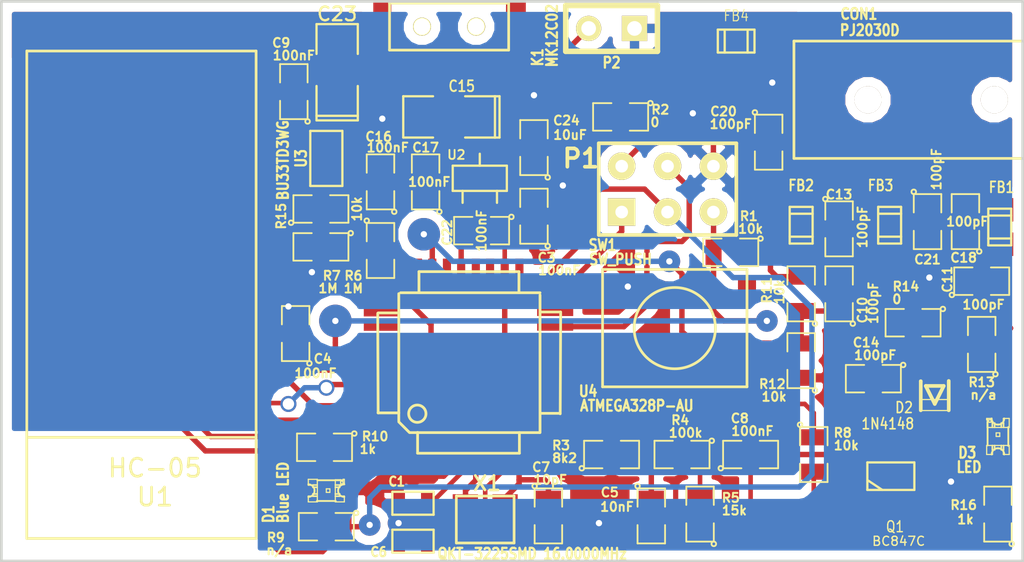
<source format=kicad_pcb>
(kicad_pcb (version 3) (host pcbnew "(2013-jul-07)-stable")

  (general
    (links 111)
    (no_connects 0)
    (area 120.424999 83.370999 179.229001 115.8165)
    (thickness 1.6)
    (drawings 4)
    (tracks 371)
    (zones 0)
    (modules 55)
    (nets 40)
  )

  (page A4)
  (title_block 
    (title "Bluetooth KISS TNC")
    (rev 0.1)
    (company LZ1ARM)
  )

  (layers
    (15 F.Cu signal hide)
    (0 B.Cu signal hide)
    (16 B.Adhes user hide)
    (17 F.Adhes user hide)
    (18 B.Paste user hide)
    (19 F.Paste user hide)
    (20 B.SilkS user hide)
    (21 F.SilkS user)
    (22 B.Mask user hide)
    (23 F.Mask user hide)
    (24 Dwgs.User user hide)
    (25 Cmts.User user hide)
    (26 Eco1.User user hide)
    (27 Eco2.User user hide)
    (28 Edge.Cuts user)
  )

  (setup
    (last_trace_width 0.254)
    (user_trace_width 0.3)
    (trace_clearance 0.254)
    (zone_clearance 0.508)
    (zone_45_only no)
    (trace_min 0.254)
    (segment_width 0.2)
    (edge_width 0.15)
    (via_size 0.889)
    (via_drill 0.635)
    (via_min_size 0.889)
    (via_min_drill 0.508)
    (user_via 1.2 0.35)
    (user_via 1.8 0.35)
    (user_via 2 0.35)
    (uvia_size 0.508)
    (uvia_drill 0.127)
    (uvias_allowed no)
    (uvia_min_size 0.508)
    (uvia_min_drill 0.127)
    (pcb_text_width 0.3)
    (pcb_text_size 1 1)
    (mod_edge_width 0.15)
    (mod_text_size 1 1)
    (mod_text_width 0.15)
    (pad_size 1.524 1.524)
    (pad_drill 0.7)
    (pad_to_mask_clearance 0)
    (aux_axis_origin 0 0)
    (visible_elements FFFFF011)
    (pcbplotparams
      (layerselection 268435457)
      (usegerberextensions false)
      (excludeedgelayer false)
      (linewidth 0.150000)
      (plotframeref false)
      (viasonmask false)
      (mode 1)
      (useauxorigin false)
      (hpglpennumber 1)
      (hpglpenspeed 20)
      (hpglpendiameter 15)
      (hpglpenoverlay 2)
      (psnegative false)
      (psa4output false)
      (plotreference true)
      (plotvalue true)
      (plotothertext true)
      (plotinvisibletext false)
      (padsonsilk false)
      (subtractmaskfromsilk false)
      (outputformat 2)
      (mirror true)
      (drillshape 0)
      (scaleselection 1)
      (outputdirectory gerber/))
  )

  (net 0 "")
  (net 1 +BATT)
  (net 2 3V3)
  (net 3 DPTT)
  (net 4 ENABLE)
  (net 5 GND)
  (net 6 MIC)
  (net 7 MISO)
  (net 8 MOSI)
  (net 9 N-0000010)
  (net 10 N-0000011)
  (net 11 N-0000012)
  (net 12 N-0000014)
  (net 13 N-0000015)
  (net 14 N-0000017)
  (net 15 N-0000018)
  (net 16 N-0000019)
  (net 17 N-000002)
  (net 18 N-0000023)
  (net 19 N-0000024)
  (net 20 N-0000026)
  (net 21 N-0000027)
  (net 22 N-0000028)
  (net 23 N-000003)
  (net 24 N-0000030)
  (net 25 N-0000033)
  (net 26 N-000004)
  (net 27 N-000005)
  (net 28 N-0000059)
  (net 29 N-000006)
  (net 30 N-000007)
  (net 31 N-0000071)
  (net 32 N-0000072)
  (net 33 N-0000073)
  (net 34 N-000009)
  (net 35 PWR)
  (net 36 RESET)
  (net 37 SCK)
  (net 38 SPK)
  (net 39 VCC)

  (net_class Default "This is the default net class."
    (clearance 0.254)
    (trace_width 0.254)
    (via_dia 0.889)
    (via_drill 0.635)
    (uvia_dia 0.508)
    (uvia_drill 0.127)
    (add_net "")
    (add_net +BATT)
    (add_net 3V3)
    (add_net DPTT)
    (add_net ENABLE)
    (add_net GND)
    (add_net MIC)
    (add_net MISO)
    (add_net MOSI)
    (add_net N-0000010)
    (add_net N-0000011)
    (add_net N-0000012)
    (add_net N-0000014)
    (add_net N-0000015)
    (add_net N-0000017)
    (add_net N-0000018)
    (add_net N-0000019)
    (add_net N-000002)
    (add_net N-0000023)
    (add_net N-0000024)
    (add_net N-0000026)
    (add_net N-0000027)
    (add_net N-0000028)
    (add_net N-000003)
    (add_net N-0000030)
    (add_net N-0000033)
    (add_net N-000004)
    (add_net N-000005)
    (add_net N-0000059)
    (add_net N-000006)
    (add_net N-000007)
    (add_net N-0000071)
    (add_net N-0000072)
    (add_net N-0000073)
    (add_net N-000009)
    (add_net PWR)
    (add_net RESET)
    (add_net SCK)
    (add_net SPK)
    (add_net VCC)
  )

  (module TQFP32 (layer F.Cu) (tedit 565B2185) (tstamp 56269B88)
    (at 146.4 104.6 90)
    (path /561D5749)
    (fp_text reference U4 (at -1.6 6.6 180) (layer F.SilkS)
      (effects (font (size 0.6 0.5) (thickness 0.125)))
    )
    (fp_text value ATMEGA328P-AU (at -2.4 9.3 180) (layer F.SilkS)
      (effects (font (size 0.6 0.5) (thickness 0.125)))
    )
    (fp_line (start 5.0292 2.7686) (end 3.8862 2.7686) (layer F.SilkS) (width 0.1524))
    (fp_line (start 5.0292 -2.7686) (end 3.9116 -2.7686) (layer F.SilkS) (width 0.1524))
    (fp_line (start 5.0292 2.7686) (end 5.0292 -2.7686) (layer F.SilkS) (width 0.1524))
    (fp_line (start 2.794 3.9624) (end 2.794 5.0546) (layer F.SilkS) (width 0.1524))
    (fp_line (start -2.8194 3.9878) (end -2.8194 5.0546) (layer F.SilkS) (width 0.1524))
    (fp_line (start -2.8448 5.0546) (end 2.794 5.08) (layer F.SilkS) (width 0.1524))
    (fp_line (start -2.794 -5.0292) (end 2.7178 -5.0546) (layer F.SilkS) (width 0.1524))
    (fp_line (start -3.8862 -3.2766) (end -3.8862 3.9116) (layer F.SilkS) (width 0.1524))
    (fp_line (start 2.7432 -5.0292) (end 2.7432 -3.9878) (layer F.SilkS) (width 0.1524))
    (fp_line (start -3.2512 -3.8862) (end 3.81 -3.8862) (layer F.SilkS) (width 0.1524))
    (fp_line (start 3.8608 3.937) (end 3.8608 -3.7846) (layer F.SilkS) (width 0.1524))
    (fp_line (start -3.8862 3.937) (end 3.7338 3.937) (layer F.SilkS) (width 0.1524))
    (fp_line (start -5.0292 -2.8448) (end -5.0292 2.794) (layer F.SilkS) (width 0.1524))
    (fp_line (start -5.0292 2.794) (end -3.8862 2.794) (layer F.SilkS) (width 0.1524))
    (fp_line (start -3.87604 -3.302) (end -3.29184 -3.8862) (layer F.SilkS) (width 0.1524))
    (fp_line (start -5.02412 -2.8448) (end -3.87604 -2.8448) (layer F.SilkS) (width 0.1524))
    (fp_line (start -2.794 -3.8862) (end -2.794 -5.03428) (layer F.SilkS) (width 0.1524))
    (fp_circle (center -2.83972 -2.86004) (end -2.43332 -2.60604) (layer F.SilkS) (width 0.1524))
    (pad 8 smd rect (at -4.81584 2.77622 90) (size 1.99898 0.44958)
      (layers F.Cu F.Paste F.Mask)
      (net 18 N-0000023)
    )
    (pad 7 smd rect (at -4.81584 1.97612 90) (size 1.99898 0.44958)
      (layers F.Cu F.Paste F.Mask)
      (net 19 N-0000024)
    )
    (pad 6 smd rect (at -4.81584 1.17602 90) (size 1.99898 0.44958)
      (layers F.Cu F.Paste F.Mask)
      (net 39 VCC)
    )
    (pad 5 smd rect (at -4.81584 0.37592 90) (size 1.99898 0.44958)
      (layers F.Cu F.Paste F.Mask)
      (net 5 GND)
    )
    (pad 4 smd rect (at -4.81584 -0.42418 90) (size 1.99898 0.44958)
      (layers F.Cu F.Paste F.Mask)
      (net 39 VCC)
    )
    (pad 3 smd rect (at -4.81584 -1.22428 90) (size 1.99898 0.44958)
      (layers F.Cu F.Paste F.Mask)
      (net 5 GND)
    )
    (pad 2 smd rect (at -4.81584 -2.02438 90) (size 1.99898 0.44958)
      (layers F.Cu F.Paste F.Mask)
    )
    (pad 1 smd rect (at -4.81584 -2.82448 90) (size 1.99898 0.44958)
      (layers F.Cu F.Paste F.Mask)
      (net 33 N-0000073)
    )
    (pad 24 smd rect (at 4.7498 -2.8194 90) (size 1.99898 0.44958)
      (layers F.Cu F.Paste F.Mask)
      (net 35 PWR)
    )
    (pad 17 smd rect (at 4.7498 2.794 90) (size 1.99898 0.44958)
      (layers F.Cu F.Paste F.Mask)
      (net 37 SCK)
    )
    (pad 18 smd rect (at 4.7498 1.9812 90) (size 1.99898 0.44958)
      (layers F.Cu F.Paste F.Mask)
      (net 39 VCC)
    )
    (pad 19 smd rect (at 4.7498 1.1684 90) (size 1.99898 0.44958)
      (layers F.Cu F.Paste F.Mask)
    )
    (pad 20 smd rect (at 4.7498 0.381 90) (size 1.99898 0.44958)
      (layers F.Cu F.Paste F.Mask)
    )
    (pad 21 smd rect (at 4.7498 -0.4318 90) (size 1.99898 0.44958)
      (layers F.Cu F.Paste F.Mask)
      (net 5 GND)
    )
    (pad 22 smd rect (at 4.7498 -1.2192 90) (size 1.99898 0.44958)
      (layers F.Cu F.Paste F.Mask)
    )
    (pad 23 smd rect (at 4.7498 -2.032 90) (size 1.99898 0.44958)
      (layers F.Cu F.Paste F.Mask)
      (net 38 SPK)
    )
    (pad 32 smd rect (at -2.82448 -4.826 90) (size 0.44958 1.99898)
      (layers F.Cu F.Paste F.Mask)
      (net 31 N-0000071)
    )
    (pad 31 smd rect (at -2.02692 -4.826 90) (size 0.44958 1.99898)
      (layers F.Cu F.Paste F.Mask)
      (net 28 N-0000059)
    )
    (pad 30 smd rect (at -1.22428 -4.826 90) (size 0.44958 1.99898)
      (layers F.Cu F.Paste F.Mask)
      (net 32 N-0000072)
    )
    (pad 29 smd rect (at -0.42672 -4.826 90) (size 0.44958 1.99898)
      (layers F.Cu F.Paste F.Mask)
      (net 36 RESET)
    )
    (pad 28 smd rect (at 0.37592 -4.826 90) (size 0.44958 1.99898)
      (layers F.Cu F.Paste F.Mask)
    )
    (pad 27 smd rect (at 1.17348 -4.826 90) (size 0.44958 1.99898)
      (layers F.Cu F.Paste F.Mask)
    )
    (pad 26 smd rect (at 1.97612 -4.826 90) (size 0.44958 1.99898)
      (layers F.Cu F.Paste F.Mask)
    )
    (pad 25 smd rect (at 2.77368 -4.826 90) (size 0.44958 1.99898)
      (layers F.Cu F.Paste F.Mask)
    )
    (pad 9 smd rect (at -2.8194 4.7752 90) (size 0.44958 1.99898)
      (layers F.Cu F.Paste F.Mask)
    )
    (pad 10 smd rect (at -2.032 4.7752 90) (size 0.44958 1.99898)
      (layers F.Cu F.Paste F.Mask)
      (net 27 N-000005)
    )
    (pad 11 smd rect (at -1.2192 4.7752 90) (size 0.44958 1.99898)
      (layers F.Cu F.Paste F.Mask)
      (net 22 N-0000028)
    )
    (pad 12 smd rect (at -0.4318 4.7752 90) (size 0.44958 1.99898)
      (layers F.Cu F.Paste F.Mask)
      (net 20 N-0000026)
    )
    (pad 13 smd rect (at 0.3556 4.7752 90) (size 0.44958 1.99898)
      (layers F.Cu F.Paste F.Mask)
    )
    (pad 14 smd rect (at 1.1684 4.7752 90) (size 0.44958 1.99898)
      (layers F.Cu F.Paste F.Mask)
      (net 3 DPTT)
    )
    (pad 15 smd rect (at 1.9812 4.7752 90) (size 0.44958 1.99898)
      (layers F.Cu F.Paste F.Mask)
      (net 8 MOSI)
    )
    (pad 16 smd rect (at 2.794 4.7752 90) (size 0.44958 1.99898)
      (layers F.Cu F.Paste F.Mask)
      (net 7 MISO)
    )
    (model smd/tqfp32.wrl
      (at (xyz 0 0 0))
      (scale (xyz 1 1 1))
      (rotate (xyz 0 0 0))
    )
  )

  (module SOT23_INV (layer F.Cu) (tedit 565B1DDA) (tstamp 56269B94)
    (at 169.8 110.9)
    (descr "SOT_23  PADS 1-2 inverted")
    (tags SOT23)
    (path /561EB010)
    (attr smd)
    (fp_text reference Q1 (at 0.2 2.8) (layer F.SilkS)
      (effects (font (size 0.6 0.5) (thickness 0.0762)))
    )
    (fp_text value BC847C (at 0.4 3.6) (layer F.SilkS)
      (effects (font (size 0.50038 0.50038) (thickness 0.0762)))
    )
    (fp_line (start -0.508 0.762) (end -1.27 0.254) (layer F.SilkS) (width 0.127))
    (fp_line (start 1.27 0.762) (end -1.3335 0.762) (layer F.SilkS) (width 0.127))
    (fp_line (start -1.3335 0.762) (end -1.3335 -0.762) (layer F.SilkS) (width 0.127))
    (fp_line (start -1.3335 -0.762) (end 1.27 -0.762) (layer F.SilkS) (width 0.127))
    (fp_line (start 1.27 -0.762) (end 1.27 0.762) (layer F.SilkS) (width 0.127))
    (pad 3 smd rect (at 0 -1.27) (size 0.70104 1.00076)
      (layers F.Cu F.Paste F.Mask)
      (net 23 N-000003)
    )
    (pad 1 smd rect (at 0.9525 1.27) (size 0.70104 1.00076)
      (layers F.Cu F.Paste F.Mask)
      (net 5 GND)
    )
    (pad 2 smd rect (at -0.9525 1.27) (size 0.70104 1.00076)
      (layers F.Cu F.Paste F.Mask)
      (net 11 N-0000012)
    )
    (model smd/SOT23_6.wrl
      (at (xyz 0 0 0))
      (scale (xyz 0.11 0.11 0.11))
      (rotate (xyz 0 0 -180))
    )
  )

  (module sot23 (layer F.Cu) (tedit 565B226F) (tstamp 56269BA2)
    (at 147 94.4)
    (descr SOT23)
    (path /56200920)
    (attr smd)
    (fp_text reference U2 (at -1.3 -1.3) (layer F.SilkS)
      (effects (font (size 0.50038 0.50038) (thickness 0.09906)))
    )
    (fp_text value APE8800N (at 0 0.09906) (layer F.SilkS) hide
      (effects (font (size 0.50038 0.50038) (thickness 0.09906)))
    )
    (fp_line (start 0.9525 0.6985) (end 0.9525 1.3589) (layer F.SilkS) (width 0.127))
    (fp_line (start -0.9525 0.6985) (end -0.9525 1.3589) (layer F.SilkS) (width 0.127))
    (fp_line (start 0 -0.6985) (end 0 -1.3589) (layer F.SilkS) (width 0.127))
    (fp_line (start -1.4986 -0.6985) (end 1.4986 -0.6985) (layer F.SilkS) (width 0.127))
    (fp_line (start 1.4986 -0.6985) (end 1.4986 0.6985) (layer F.SilkS) (width 0.127))
    (fp_line (start 1.4986 0.6985) (end -1.4986 0.6985) (layer F.SilkS) (width 0.127))
    (fp_line (start -1.4986 0.6985) (end -1.4986 -0.6985) (layer F.SilkS) (width 0.127))
    (pad 1 smd rect (at -0.9525 1.05664) (size 0.59944 1.00076)
      (layers F.Cu F.Paste F.Mask)
      (net 5 GND)
    )
    (pad 2 smd rect (at 0 -1.05664) (size 0.59944 1.00076)
      (layers F.Cu F.Paste F.Mask)
      (net 1 +BATT)
    )
    (pad 3 smd rect (at 0.9525 1.05664) (size 0.59944 1.00076)
      (layers F.Cu F.Paste F.Mask)
      (net 39 VCC)
    )
    (model smd/smd_transistors/sot23.wrl
      (at (xyz 0 0 0))
      (scale (xyz 1 1 1))
      (rotate (xyz 0 0 0))
    )
  )

  (module SM0805 (layer F.Cu) (tedit 565B212A) (tstamp 56269BAF)
    (at 173.9 96.8 90)
    (path /56215669)
    (attr smd)
    (fp_text reference C18 (at -2 -0.1 180) (layer F.SilkS)
      (effects (font (size 0.50038 0.50038) (thickness 0.10922)))
    )
    (fp_text value 100pF (at 0 0.1 180) (layer F.SilkS)
      (effects (font (size 0.50038 0.50038) (thickness 0.10922)))
    )
    (fp_circle (center -1.651 0.762) (end -1.651 0.635) (layer F.SilkS) (width 0.09906))
    (fp_line (start -0.508 0.762) (end -1.524 0.762) (layer F.SilkS) (width 0.09906))
    (fp_line (start -1.524 0.762) (end -1.524 -0.762) (layer F.SilkS) (width 0.09906))
    (fp_line (start -1.524 -0.762) (end -0.508 -0.762) (layer F.SilkS) (width 0.09906))
    (fp_line (start 0.508 -0.762) (end 1.524 -0.762) (layer F.SilkS) (width 0.09906))
    (fp_line (start 1.524 -0.762) (end 1.524 0.762) (layer F.SilkS) (width 0.09906))
    (fp_line (start 1.524 0.762) (end 0.508 0.762) (layer F.SilkS) (width 0.09906))
    (pad 1 smd rect (at -0.9525 0 90) (size 0.889 1.397)
      (layers F.Cu F.Paste F.Mask)
      (net 5 GND)
    )
    (pad 2 smd rect (at 0.9525 0 90) (size 0.889 1.397)
      (layers F.Cu F.Paste F.Mask)
      (net 13 N-0000015)
    )
    (model smd/chip_cms.wrl
      (at (xyz 0 0 0))
      (scale (xyz 0.1 0.1 0.1))
      (rotate (xyz 0 0 0))
    )
  )

  (module SM0805 (layer F.Cu) (tedit 565B21AA) (tstamp 56269BC9)
    (at 147.1 97.3 180)
    (path /5620092F)
    (attr smd)
    (fp_text reference C22 (at 1.9 -0.1 270) (layer F.SilkS)
      (effects (font (size 0.50038 0.50038) (thickness 0.10922)))
    )
    (fp_text value 100nF (at 0 0 270) (layer F.SilkS)
      (effects (font (size 0.50038 0.50038) (thickness 0.10922)))
    )
    (fp_circle (center -1.651 0.762) (end -1.651 0.635) (layer F.SilkS) (width 0.09906))
    (fp_line (start -0.508 0.762) (end -1.524 0.762) (layer F.SilkS) (width 0.09906))
    (fp_line (start -1.524 0.762) (end -1.524 -0.762) (layer F.SilkS) (width 0.09906))
    (fp_line (start -1.524 -0.762) (end -0.508 -0.762) (layer F.SilkS) (width 0.09906))
    (fp_line (start 0.508 -0.762) (end 1.524 -0.762) (layer F.SilkS) (width 0.09906))
    (fp_line (start 1.524 -0.762) (end 1.524 0.762) (layer F.SilkS) (width 0.09906))
    (fp_line (start 1.524 0.762) (end 0.508 0.762) (layer F.SilkS) (width 0.09906))
    (pad 1 smd rect (at -0.9525 0 180) (size 0.889 1.397)
      (layers F.Cu F.Paste F.Mask)
      (net 39 VCC)
    )
    (pad 2 smd rect (at 0.9525 0 180) (size 0.889 1.397)
      (layers F.Cu F.Paste F.Mask)
      (net 5 GND)
    )
    (model smd/chip_cms.wrl
      (at (xyz 0 0 0))
      (scale (xyz 0.1 0.1 0.1))
      (rotate (xyz 0 0 0))
    )
  )

  (module SM0805 (layer F.Cu) (tedit 565B21B4) (tstamp 56310CEA)
    (at 144 94.6 90)
    (path /5620093E)
    (attr smd)
    (fp_text reference C17 (at 1.9 0 180) (layer F.SilkS)
      (effects (font (size 0.50038 0.50038) (thickness 0.10922)))
    )
    (fp_text value 100nF (at 0 0.2 180) (layer F.SilkS)
      (effects (font (size 0.50038 0.50038) (thickness 0.10922)))
    )
    (fp_circle (center -1.651 0.762) (end -1.651 0.635) (layer F.SilkS) (width 0.09906))
    (fp_line (start -0.508 0.762) (end -1.524 0.762) (layer F.SilkS) (width 0.09906))
    (fp_line (start -1.524 0.762) (end -1.524 -0.762) (layer F.SilkS) (width 0.09906))
    (fp_line (start -1.524 -0.762) (end -0.508 -0.762) (layer F.SilkS) (width 0.09906))
    (fp_line (start 0.508 -0.762) (end 1.524 -0.762) (layer F.SilkS) (width 0.09906))
    (fp_line (start 1.524 -0.762) (end 1.524 0.762) (layer F.SilkS) (width 0.09906))
    (fp_line (start 1.524 0.762) (end 0.508 0.762) (layer F.SilkS) (width 0.09906))
    (pad 1 smd rect (at -0.9525 0 90) (size 0.889 1.397)
      (layers F.Cu F.Paste F.Mask)
      (net 1 +BATT)
    )
    (pad 2 smd rect (at 0.9525 0 90) (size 0.889 1.397)
      (layers F.Cu F.Paste F.Mask)
      (net 5 GND)
    )
    (model smd/chip_cms.wrl
      (at (xyz 0 0 0))
      (scale (xyz 0.1 0.1 0.1))
      (rotate (xyz 0 0 0))
    )
  )

  (module SM0805 (layer F.Cu) (tedit 565B2263) (tstamp 56269BE3)
    (at 138.2 96.1)
    (path /56227DBF)
    (attr smd)
    (fp_text reference R15 (at -2.2 0.4 90) (layer F.SilkS)
      (effects (font (size 0.50038 0.50038) (thickness 0.10922)))
    )
    (fp_text value 10k (at 2 0 90) (layer F.SilkS)
      (effects (font (size 0.50038 0.50038) (thickness 0.10922)))
    )
    (fp_circle (center -1.651 0.762) (end -1.651 0.635) (layer F.SilkS) (width 0.09906))
    (fp_line (start -0.508 0.762) (end -1.524 0.762) (layer F.SilkS) (width 0.09906))
    (fp_line (start -1.524 0.762) (end -1.524 -0.762) (layer F.SilkS) (width 0.09906))
    (fp_line (start -1.524 -0.762) (end -0.508 -0.762) (layer F.SilkS) (width 0.09906))
    (fp_line (start 0.508 -0.762) (end 1.524 -0.762) (layer F.SilkS) (width 0.09906))
    (fp_line (start 1.524 -0.762) (end 1.524 0.762) (layer F.SilkS) (width 0.09906))
    (fp_line (start 1.524 0.762) (end 0.508 0.762) (layer F.SilkS) (width 0.09906))
    (pad 1 smd rect (at -0.9525 0) (size 0.889 1.397)
      (layers F.Cu F.Paste F.Mask)
      (net 4 ENABLE)
    )
    (pad 2 smd rect (at 0.9525 0) (size 0.889 1.397)
      (layers F.Cu F.Paste F.Mask)
      (net 1 +BATT)
    )
    (model smd/chip_cms.wrl
      (at (xyz 0 0 0))
      (scale (xyz 0.1 0.1 0.1))
      (rotate (xyz 0 0 0))
    )
  )

  (module SM0805 (layer F.Cu) (tedit 565B1B9F) (tstamp 56310D06)
    (at 141.5 94.6 90)
    (path /56227966)
    (attr smd)
    (fp_text reference C16 (at 2.5 -0.1 180) (layer F.SilkS)
      (effects (font (size 0.50038 0.50038) (thickness 0.10922)))
    )
    (fp_text value 100nF (at 1.9 0.4 180) (layer F.SilkS)
      (effects (font (size 0.50038 0.50038) (thickness 0.10922)))
    )
    (fp_circle (center -1.651 0.762) (end -1.651 0.635) (layer F.SilkS) (width 0.09906))
    (fp_line (start -0.508 0.762) (end -1.524 0.762) (layer F.SilkS) (width 0.09906))
    (fp_line (start -1.524 0.762) (end -1.524 -0.762) (layer F.SilkS) (width 0.09906))
    (fp_line (start -1.524 -0.762) (end -0.508 -0.762) (layer F.SilkS) (width 0.09906))
    (fp_line (start 0.508 -0.762) (end 1.524 -0.762) (layer F.SilkS) (width 0.09906))
    (fp_line (start 1.524 -0.762) (end 1.524 0.762) (layer F.SilkS) (width 0.09906))
    (fp_line (start 1.524 0.762) (end 0.508 0.762) (layer F.SilkS) (width 0.09906))
    (pad 1 smd rect (at -0.9525 0 90) (size 0.889 1.397)
      (layers F.Cu F.Paste F.Mask)
      (net 1 +BATT)
    )
    (pad 2 smd rect (at 0.9525 0 90) (size 0.889 1.397)
      (layers F.Cu F.Paste F.Mask)
      (net 5 GND)
    )
    (model smd/chip_cms.wrl
      (at (xyz 0 0 0))
      (scale (xyz 0.1 0.1 0.1))
      (rotate (xyz 0 0 0))
    )
  )

  (module SM0805 (layer F.Cu) (tedit 565B1FB1) (tstamp 56269C0A)
    (at 136.8 103 90)
    (path /56224451)
    (attr smd)
    (fp_text reference C4 (at -1.4 1.5 180) (layer F.SilkS)
      (effects (font (size 0.50038 0.50038) (thickness 0.10922)))
    )
    (fp_text value 100nF (at -2.2 1.1 180) (layer F.SilkS)
      (effects (font (size 0.50038 0.50038) (thickness 0.10922)))
    )
    (fp_circle (center -1.651 0.762) (end -1.651 0.635) (layer F.SilkS) (width 0.09906))
    (fp_line (start -0.508 0.762) (end -1.524 0.762) (layer F.SilkS) (width 0.09906))
    (fp_line (start -1.524 0.762) (end -1.524 -0.762) (layer F.SilkS) (width 0.09906))
    (fp_line (start -1.524 -0.762) (end -0.508 -0.762) (layer F.SilkS) (width 0.09906))
    (fp_line (start 0.508 -0.762) (end 1.524 -0.762) (layer F.SilkS) (width 0.09906))
    (fp_line (start 1.524 -0.762) (end 1.524 0.762) (layer F.SilkS) (width 0.09906))
    (fp_line (start 1.524 0.762) (end 0.508 0.762) (layer F.SilkS) (width 0.09906))
    (pad 1 smd rect (at -0.9525 0 90) (size 0.889 1.397)
      (layers F.Cu F.Paste F.Mask)
      (net 36 RESET)
    )
    (pad 2 smd rect (at 0.9525 0 90) (size 0.889 1.397)
      (layers F.Cu F.Paste F.Mask)
      (net 5 GND)
    )
    (model smd/chip_cms.wrl
      (at (xyz 0 0 0))
      (scale (xyz 0.1 0.1 0.1))
      (rotate (xyz 0 0 0))
    )
  )

  (module SM0805 (layer F.Cu) (tedit 565B1EF1) (tstamp 563265FB)
    (at 160.9 98.5 180)
    (path /56224431)
    (attr smd)
    (fp_text reference R1 (at -1 2 180) (layer F.SilkS)
      (effects (font (size 0.50038 0.50038) (thickness 0.10922)))
    )
    (fp_text value 10k (at -1.1 1.3 180) (layer F.SilkS)
      (effects (font (size 0.50038 0.50038) (thickness 0.10922)))
    )
    (fp_circle (center -1.651 0.762) (end -1.651 0.635) (layer F.SilkS) (width 0.09906))
    (fp_line (start -0.508 0.762) (end -1.524 0.762) (layer F.SilkS) (width 0.09906))
    (fp_line (start -1.524 0.762) (end -1.524 -0.762) (layer F.SilkS) (width 0.09906))
    (fp_line (start -1.524 -0.762) (end -0.508 -0.762) (layer F.SilkS) (width 0.09906))
    (fp_line (start 0.508 -0.762) (end 1.524 -0.762) (layer F.SilkS) (width 0.09906))
    (fp_line (start 1.524 -0.762) (end 1.524 0.762) (layer F.SilkS) (width 0.09906))
    (fp_line (start 1.524 0.762) (end 0.508 0.762) (layer F.SilkS) (width 0.09906))
    (pad 1 smd rect (at -0.9525 0 180) (size 0.889 1.397)
      (layers F.Cu F.Paste F.Mask)
      (net 39 VCC)
    )
    (pad 2 smd rect (at 0.9525 0 180) (size 0.889 1.397)
      (layers F.Cu F.Paste F.Mask)
      (net 36 RESET)
    )
    (model smd/chip_cms.wrl
      (at (xyz 0 0 0))
      (scale (xyz 0.1 0.1 0.1))
      (rotate (xyz 0 0 0))
    )
  )

  (module SM0805 (layer F.Cu) (tedit 565B1E82) (tstamp 56269C24)
    (at 171 102.4 180)
    (path /562229C6)
    (attr smd)
    (fp_text reference R14 (at 0.4 2 180) (layer F.SilkS)
      (effects (font (size 0.50038 0.50038) (thickness 0.10922)))
    )
    (fp_text value 0 (at 0.9 1.3 180) (layer F.SilkS)
      (effects (font (size 0.50038 0.50038) (thickness 0.10922)))
    )
    (fp_circle (center -1.651 0.762) (end -1.651 0.635) (layer F.SilkS) (width 0.09906))
    (fp_line (start -0.508 0.762) (end -1.524 0.762) (layer F.SilkS) (width 0.09906))
    (fp_line (start -1.524 0.762) (end -1.524 -0.762) (layer F.SilkS) (width 0.09906))
    (fp_line (start -1.524 -0.762) (end -0.508 -0.762) (layer F.SilkS) (width 0.09906))
    (fp_line (start 0.508 -0.762) (end 1.524 -0.762) (layer F.SilkS) (width 0.09906))
    (fp_line (start 1.524 -0.762) (end 1.524 0.762) (layer F.SilkS) (width 0.09906))
    (fp_line (start 1.524 0.762) (end 0.508 0.762) (layer F.SilkS) (width 0.09906))
    (pad 1 smd rect (at -0.9525 0 180) (size 0.889 1.397)
      (layers F.Cu F.Paste F.Mask)
      (net 26 N-000004)
    )
    (pad 2 smd rect (at 0.9525 0 180) (size 0.889 1.397)
      (layers F.Cu F.Paste F.Mask)
      (net 17 N-000002)
    )
    (model smd/chip_cms.wrl
      (at (xyz 0 0 0))
      (scale (xyz 0.1 0.1 0.1))
      (rotate (xyz 0 0 0))
    )
  )

  (module SM0805 (layer F.Cu) (tedit 565B1FC5) (tstamp 56269C31)
    (at 150 92.7 90)
    (path /562237ED)
    (attr smd)
    (fp_text reference C24 (at 1.5 1.8 180) (layer F.SilkS)
      (effects (font (size 0.50038 0.50038) (thickness 0.10922)))
    )
    (fp_text value 10uF (at 0.7 2 180) (layer F.SilkS)
      (effects (font (size 0.50038 0.50038) (thickness 0.10922)))
    )
    (fp_circle (center -1.651 0.762) (end -1.651 0.635) (layer F.SilkS) (width 0.09906))
    (fp_line (start -0.508 0.762) (end -1.524 0.762) (layer F.SilkS) (width 0.09906))
    (fp_line (start -1.524 0.762) (end -1.524 -0.762) (layer F.SilkS) (width 0.09906))
    (fp_line (start -1.524 -0.762) (end -0.508 -0.762) (layer F.SilkS) (width 0.09906))
    (fp_line (start 0.508 -0.762) (end 1.524 -0.762) (layer F.SilkS) (width 0.09906))
    (fp_line (start 1.524 -0.762) (end 1.524 0.762) (layer F.SilkS) (width 0.09906))
    (fp_line (start 1.524 0.762) (end 0.508 0.762) (layer F.SilkS) (width 0.09906))
    (pad 1 smd rect (at -0.9525 0 90) (size 0.889 1.397)
      (layers F.Cu F.Paste F.Mask)
      (net 39 VCC)
    )
    (pad 2 smd rect (at 0.9525 0 90) (size 0.889 1.397)
      (layers F.Cu F.Paste F.Mask)
      (net 5 GND)
    )
    (model smd/chip_cms.wrl
      (at (xyz 0 0 0))
      (scale (xyz 0.1 0.1 0.1))
      (rotate (xyz 0 0 0))
    )
  )

  (module SM0805 (layer F.Cu) (tedit 565B1C3F) (tstamp 56269C3E)
    (at 163 92.4 270)
    (path /56215678)
    (attr smd)
    (fp_text reference C20 (at -1.7 2.5 360) (layer F.SilkS)
      (effects (font (size 0.50038 0.50038) (thickness 0.10922)))
    )
    (fp_text value 100pF (at -1 2.1 360) (layer F.SilkS)
      (effects (font (size 0.50038 0.50038) (thickness 0.10922)))
    )
    (fp_circle (center -1.651 0.762) (end -1.651 0.635) (layer F.SilkS) (width 0.09906))
    (fp_line (start -0.508 0.762) (end -1.524 0.762) (layer F.SilkS) (width 0.09906))
    (fp_line (start -1.524 0.762) (end -1.524 -0.762) (layer F.SilkS) (width 0.09906))
    (fp_line (start -1.524 -0.762) (end -0.508 -0.762) (layer F.SilkS) (width 0.09906))
    (fp_line (start 0.508 -0.762) (end 1.524 -0.762) (layer F.SilkS) (width 0.09906))
    (fp_line (start 1.524 -0.762) (end 1.524 0.762) (layer F.SilkS) (width 0.09906))
    (fp_line (start 1.524 0.762) (end 0.508 0.762) (layer F.SilkS) (width 0.09906))
    (pad 1 smd rect (at -0.9525 0 270) (size 0.889 1.397)
      (layers F.Cu F.Paste F.Mask)
      (net 5 GND)
    )
    (pad 2 smd rect (at 0.9525 0 270) (size 0.889 1.397)
      (layers F.Cu F.Paste F.Mask)
      (net 15 N-0000018)
    )
    (model smd/chip_cms.wrl
      (at (xyz 0 0 0))
      (scale (xyz 0.1 0.1 0.1))
      (rotate (xyz 0 0 0))
    )
  )

  (module SM0805 (layer F.Cu) (tedit 565B2102) (tstamp 56269C58)
    (at 171.8 96.8 270)
    (path /56215696)
    (attr smd)
    (fp_text reference C21 (at 2.1 0 360) (layer F.SilkS)
      (effects (font (size 0.50038 0.50038) (thickness 0.10922)))
    )
    (fp_text value 100pF (at -2.9 -0.5 270) (layer F.SilkS)
      (effects (font (size 0.50038 0.50038) (thickness 0.10922)))
    )
    (fp_circle (center -1.651 0.762) (end -1.651 0.635) (layer F.SilkS) (width 0.09906))
    (fp_line (start -0.508 0.762) (end -1.524 0.762) (layer F.SilkS) (width 0.09906))
    (fp_line (start -1.524 0.762) (end -1.524 -0.762) (layer F.SilkS) (width 0.09906))
    (fp_line (start -1.524 -0.762) (end -0.508 -0.762) (layer F.SilkS) (width 0.09906))
    (fp_line (start 0.508 -0.762) (end 1.524 -0.762) (layer F.SilkS) (width 0.09906))
    (fp_line (start 1.524 -0.762) (end 1.524 0.762) (layer F.SilkS) (width 0.09906))
    (fp_line (start 1.524 0.762) (end 0.508 0.762) (layer F.SilkS) (width 0.09906))
    (pad 1 smd rect (at -0.9525 0 270) (size 0.889 1.397)
      (layers F.Cu F.Paste F.Mask)
      (net 14 N-0000017)
    )
    (pad 2 smd rect (at 0.9525 0 270) (size 0.889 1.397)
      (layers F.Cu F.Paste F.Mask)
      (net 5 GND)
    )
    (model smd/chip_cms.wrl
      (at (xyz 0 0 0))
      (scale (xyz 0.1 0.1 0.1))
      (rotate (xyz 0 0 0))
    )
  )

  (module SM0805 (layer F.Cu) (tedit 565B2176) (tstamp 563265ED)
    (at 166.9 97.2 270)
    (path /56215CF9)
    (attr smd)
    (fp_text reference C13 (at -1.9 0 360) (layer F.SilkS)
      (effects (font (size 0.50038 0.50038) (thickness 0.10922)))
    )
    (fp_text value 100pF (at -0.1 -1.3 270) (layer F.SilkS)
      (effects (font (size 0.50038 0.50038) (thickness 0.10922)))
    )
    (fp_circle (center -1.651 0.762) (end -1.651 0.635) (layer F.SilkS) (width 0.09906))
    (fp_line (start -0.508 0.762) (end -1.524 0.762) (layer F.SilkS) (width 0.09906))
    (fp_line (start -1.524 0.762) (end -1.524 -0.762) (layer F.SilkS) (width 0.09906))
    (fp_line (start -1.524 -0.762) (end -0.508 -0.762) (layer F.SilkS) (width 0.09906))
    (fp_line (start 0.508 -0.762) (end 1.524 -0.762) (layer F.SilkS) (width 0.09906))
    (fp_line (start 1.524 -0.762) (end 1.524 0.762) (layer F.SilkS) (width 0.09906))
    (fp_line (start 1.524 0.762) (end 0.508 0.762) (layer F.SilkS) (width 0.09906))
    (pad 1 smd rect (at -0.9525 0 270) (size 0.889 1.397)
      (layers F.Cu F.Paste F.Mask)
      (net 5 GND)
    )
    (pad 2 smd rect (at 0.9525 0 270) (size 0.889 1.397)
      (layers F.Cu F.Paste F.Mask)
      (net 34 N-000009)
    )
    (model smd/chip_cms.wrl
      (at (xyz 0 0 0))
      (scale (xyz 0.1 0.1 0.1))
      (rotate (xyz 0 0 0))
    )
  )

  (module SM0805 (layer F.Cu) (tedit 565B20F0) (tstamp 56269C72)
    (at 174.8 100.1)
    (path /56215D12)
    (attr smd)
    (fp_text reference C11 (at -1.9 -0.1 90) (layer F.SilkS)
      (effects (font (size 0.50038 0.50038) (thickness 0.10922)))
    )
    (fp_text value 100pF (at 0.1 1.3) (layer F.SilkS)
      (effects (font (size 0.50038 0.50038) (thickness 0.10922)))
    )
    (fp_circle (center -1.651 0.762) (end -1.651 0.635) (layer F.SilkS) (width 0.09906))
    (fp_line (start -0.508 0.762) (end -1.524 0.762) (layer F.SilkS) (width 0.09906))
    (fp_line (start -1.524 0.762) (end -1.524 -0.762) (layer F.SilkS) (width 0.09906))
    (fp_line (start -1.524 -0.762) (end -0.508 -0.762) (layer F.SilkS) (width 0.09906))
    (fp_line (start 0.508 -0.762) (end 1.524 -0.762) (layer F.SilkS) (width 0.09906))
    (fp_line (start 1.524 -0.762) (end 1.524 0.762) (layer F.SilkS) (width 0.09906))
    (fp_line (start 1.524 0.762) (end 0.508 0.762) (layer F.SilkS) (width 0.09906))
    (pad 1 smd rect (at -0.9525 0) (size 0.889 1.397)
      (layers F.Cu F.Paste F.Mask)
      (net 5 GND)
    )
    (pad 2 smd rect (at 0.9525 0) (size 0.889 1.397)
      (layers F.Cu F.Paste F.Mask)
      (net 6 MIC)
    )
    (model smd/chip_cms.wrl
      (at (xyz 0 0 0))
      (scale (xyz 0.1 0.1 0.1))
      (rotate (xyz 0 0 0))
    )
  )

  (module SM0805 (layer F.Cu) (tedit 565B1E94) (tstamp 56269C7F)
    (at 168.8 105.5 180)
    (path /56215D21)
    (attr smd)
    (fp_text reference C14 (at 0.4 2 180) (layer F.SilkS)
      (effects (font (size 0.50038 0.50038) (thickness 0.10922)))
    )
    (fp_text value 100pF (at -0.1 1.3 180) (layer F.SilkS)
      (effects (font (size 0.50038 0.50038) (thickness 0.10922)))
    )
    (fp_circle (center -1.651 0.762) (end -1.651 0.635) (layer F.SilkS) (width 0.09906))
    (fp_line (start -0.508 0.762) (end -1.524 0.762) (layer F.SilkS) (width 0.09906))
    (fp_line (start -1.524 0.762) (end -1.524 -0.762) (layer F.SilkS) (width 0.09906))
    (fp_line (start -1.524 -0.762) (end -0.508 -0.762) (layer F.SilkS) (width 0.09906))
    (fp_line (start 0.508 -0.762) (end 1.524 -0.762) (layer F.SilkS) (width 0.09906))
    (fp_line (start 1.524 -0.762) (end 1.524 0.762) (layer F.SilkS) (width 0.09906))
    (fp_line (start 1.524 0.762) (end 0.508 0.762) (layer F.SilkS) (width 0.09906))
    (pad 1 smd rect (at -0.9525 0 180) (size 0.889 1.397)
      (layers F.Cu F.Paste F.Mask)
      (net 17 N-000002)
    )
    (pad 2 smd rect (at 0.9525 0 180) (size 0.889 1.397)
      (layers F.Cu F.Paste F.Mask)
      (net 5 GND)
    )
    (model smd/chip_cms.wrl
      (at (xyz 0 0 0))
      (scale (xyz 0.1 0.1 0.1))
      (rotate (xyz 0 0 0))
    )
  )

  (module SM0805 (layer F.Cu) (tedit 565B1BC0) (tstamp 56269C99)
    (at 141.5 98.4 270)
    (path /562169DA)
    (attr smd)
    (fp_text reference R6 (at 1.4 1.5 360) (layer F.SilkS)
      (effects (font (size 0.50038 0.50038) (thickness 0.10922)))
    )
    (fp_text value 1M (at 2.1 1.5 360) (layer F.SilkS)
      (effects (font (size 0.50038 0.50038) (thickness 0.10922)))
    )
    (fp_circle (center -1.651 0.762) (end -1.651 0.635) (layer F.SilkS) (width 0.09906))
    (fp_line (start -0.508 0.762) (end -1.524 0.762) (layer F.SilkS) (width 0.09906))
    (fp_line (start -1.524 0.762) (end -1.524 -0.762) (layer F.SilkS) (width 0.09906))
    (fp_line (start -1.524 -0.762) (end -0.508 -0.762) (layer F.SilkS) (width 0.09906))
    (fp_line (start 0.508 -0.762) (end 1.524 -0.762) (layer F.SilkS) (width 0.09906))
    (fp_line (start 1.524 -0.762) (end 1.524 0.762) (layer F.SilkS) (width 0.09906))
    (fp_line (start 1.524 0.762) (end 0.508 0.762) (layer F.SilkS) (width 0.09906))
    (pad 1 smd rect (at -0.9525 0 270) (size 0.889 1.397)
      (layers F.Cu F.Paste F.Mask)
      (net 1 +BATT)
    )
    (pad 2 smd rect (at 0.9525 0 270) (size 0.889 1.397)
      (layers F.Cu F.Paste F.Mask)
      (net 35 PWR)
    )
    (model smd/chip_cms.wrl
      (at (xyz 0 0 0))
      (scale (xyz 0.1 0.1 0.1))
      (rotate (xyz 0 0 0))
    )
  )

  (module SM0805 (layer F.Cu) (tedit 565B1BCE) (tstamp 56269CA6)
    (at 138.2 98.2 180)
    (path /562169E9)
    (attr smd)
    (fp_text reference R7 (at -0.6 -1.6 180) (layer F.SilkS)
      (effects (font (size 0.50038 0.50038) (thickness 0.10922)))
    )
    (fp_text value 1M (at -0.4 -2.3 180) (layer F.SilkS)
      (effects (font (size 0.50038 0.50038) (thickness 0.10922)))
    )
    (fp_circle (center -1.651 0.762) (end -1.651 0.635) (layer F.SilkS) (width 0.09906))
    (fp_line (start -0.508 0.762) (end -1.524 0.762) (layer F.SilkS) (width 0.09906))
    (fp_line (start -1.524 0.762) (end -1.524 -0.762) (layer F.SilkS) (width 0.09906))
    (fp_line (start -1.524 -0.762) (end -0.508 -0.762) (layer F.SilkS) (width 0.09906))
    (fp_line (start 0.508 -0.762) (end 1.524 -0.762) (layer F.SilkS) (width 0.09906))
    (fp_line (start 1.524 -0.762) (end 1.524 0.762) (layer F.SilkS) (width 0.09906))
    (fp_line (start 1.524 0.762) (end 0.508 0.762) (layer F.SilkS) (width 0.09906))
    (pad 1 smd rect (at -0.9525 0 180) (size 0.889 1.397)
      (layers F.Cu F.Paste F.Mask)
      (net 35 PWR)
    )
    (pad 2 smd rect (at 0.9525 0 180) (size 0.889 1.397)
      (layers F.Cu F.Paste F.Mask)
      (net 5 GND)
    )
    (model smd/chip_cms.wrl
      (at (xyz 0 0 0))
      (scale (xyz 0.1 0.1 0.1))
      (rotate (xyz 0 0 0))
    )
  )

  (module SM0805 (layer F.Cu) (tedit 565B1D9A) (tstamp 56269CB3)
    (at 156.5 113.1 270)
    (path /561EBFAA)
    (attr smd)
    (fp_text reference C5 (at -1.3 2.3 360) (layer F.SilkS)
      (effects (font (size 0.50038 0.50038) (thickness 0.10922)))
    )
    (fp_text value 10nF (at -0.5 1.9 360) (layer F.SilkS)
      (effects (font (size 0.50038 0.50038) (thickness 0.10922)))
    )
    (fp_circle (center -1.651 0.762) (end -1.651 0.635) (layer F.SilkS) (width 0.09906))
    (fp_line (start -0.508 0.762) (end -1.524 0.762) (layer F.SilkS) (width 0.09906))
    (fp_line (start -1.524 0.762) (end -1.524 -0.762) (layer F.SilkS) (width 0.09906))
    (fp_line (start -1.524 -0.762) (end -0.508 -0.762) (layer F.SilkS) (width 0.09906))
    (fp_line (start 0.508 -0.762) (end 1.524 -0.762) (layer F.SilkS) (width 0.09906))
    (fp_line (start 1.524 -0.762) (end 1.524 0.762) (layer F.SilkS) (width 0.09906))
    (fp_line (start 1.524 0.762) (end 0.508 0.762) (layer F.SilkS) (width 0.09906))
    (pad 1 smd rect (at -0.9525 0 270) (size 0.889 1.397)
      (layers F.Cu F.Paste F.Mask)
      (net 9 N-0000010)
    )
    (pad 2 smd rect (at 0.9525 0 270) (size 0.889 1.397)
      (layers F.Cu F.Paste F.Mask)
      (net 5 GND)
    )
    (model smd/chip_cms.wrl
      (at (xyz 0 0 0))
      (scale (xyz 0.1 0.1 0.1))
      (rotate (xyz 0 0 0))
    )
  )

  (module SM0805 (layer F.Cu) (tedit 565B1B81) (tstamp 56269CC0)
    (at 136.7 89.6 90)
    (path /561E9CFD)
    (attr smd)
    (fp_text reference C9 (at 2.7 -0.7 180) (layer F.SilkS)
      (effects (font (size 0.50038 0.50038) (thickness 0.10922)))
    )
    (fp_text value 100nF (at 2 0 180) (layer F.SilkS)
      (effects (font (size 0.50038 0.50038) (thickness 0.10922)))
    )
    (fp_circle (center -1.651 0.762) (end -1.651 0.635) (layer F.SilkS) (width 0.09906))
    (fp_line (start -0.508 0.762) (end -1.524 0.762) (layer F.SilkS) (width 0.09906))
    (fp_line (start -1.524 0.762) (end -1.524 -0.762) (layer F.SilkS) (width 0.09906))
    (fp_line (start -1.524 -0.762) (end -0.508 -0.762) (layer F.SilkS) (width 0.09906))
    (fp_line (start 0.508 -0.762) (end 1.524 -0.762) (layer F.SilkS) (width 0.09906))
    (fp_line (start 1.524 -0.762) (end 1.524 0.762) (layer F.SilkS) (width 0.09906))
    (fp_line (start 1.524 0.762) (end 0.508 0.762) (layer F.SilkS) (width 0.09906))
    (pad 1 smd rect (at -0.9525 0 90) (size 0.889 1.397)
      (layers F.Cu F.Paste F.Mask)
      (net 2 3V3)
    )
    (pad 2 smd rect (at 0.9525 0 90) (size 0.889 1.397)
      (layers F.Cu F.Paste F.Mask)
      (net 5 GND)
    )
    (model smd/chip_cms.wrl
      (at (xyz 0 0 0))
      (scale (xyz 0.1 0.1 0.1))
      (rotate (xyz 0 0 0))
    )
  )

  (module SM0805 (layer F.Cu) (tedit 565B1F49) (tstamp 56269CCD)
    (at 138.4 109.3 180)
    (path /561E9D96)
    (attr smd)
    (fp_text reference R10 (at -2.8 0.6 180) (layer F.SilkS)
      (effects (font (size 0.50038 0.50038) (thickness 0.10922)))
    )
    (fp_text value 1k (at -2.4 -0.1 180) (layer F.SilkS)
      (effects (font (size 0.50038 0.50038) (thickness 0.10922)))
    )
    (fp_circle (center -1.651 0.762) (end -1.651 0.635) (layer F.SilkS) (width 0.09906))
    (fp_line (start -0.508 0.762) (end -1.524 0.762) (layer F.SilkS) (width 0.09906))
    (fp_line (start -1.524 0.762) (end -1.524 -0.762) (layer F.SilkS) (width 0.09906))
    (fp_line (start -1.524 -0.762) (end -0.508 -0.762) (layer F.SilkS) (width 0.09906))
    (fp_line (start 0.508 -0.762) (end 1.524 -0.762) (layer F.SilkS) (width 0.09906))
    (fp_line (start 1.524 -0.762) (end 1.524 0.762) (layer F.SilkS) (width 0.09906))
    (fp_line (start 1.524 0.762) (end 0.508 0.762) (layer F.SilkS) (width 0.09906))
    (pad 1 smd rect (at -0.9525 0 180) (size 0.889 1.397)
      (layers F.Cu F.Paste F.Mask)
      (net 29 N-000006)
    )
    (pad 2 smd rect (at 0.9525 0 180) (size 0.889 1.397)
      (layers F.Cu F.Paste F.Mask)
      (net 25 N-0000033)
    )
    (model smd/chip_cms.wrl
      (at (xyz 0 0 0))
      (scale (xyz 0.1 0.1 0.1))
      (rotate (xyz 0 0 0))
    )
  )

  (module SM0805 (layer F.Cu) (tedit 565B1F96) (tstamp 56269CDA)
    (at 150.8 113.1 270)
    (path /5622AB5C)
    (attr smd)
    (fp_text reference C7 (at -2.7 0.4 360) (layer F.SilkS)
      (effects (font (size 0.50038 0.50038) (thickness 0.10922)))
    )
    (fp_text value 10pF (at -2 -0.1 360) (layer F.SilkS)
      (effects (font (size 0.50038 0.50038) (thickness 0.10922)))
    )
    (fp_circle (center -1.651 0.762) (end -1.651 0.635) (layer F.SilkS) (width 0.09906))
    (fp_line (start -0.508 0.762) (end -1.524 0.762) (layer F.SilkS) (width 0.09906))
    (fp_line (start -1.524 0.762) (end -1.524 -0.762) (layer F.SilkS) (width 0.09906))
    (fp_line (start -1.524 -0.762) (end -0.508 -0.762) (layer F.SilkS) (width 0.09906))
    (fp_line (start 0.508 -0.762) (end 1.524 -0.762) (layer F.SilkS) (width 0.09906))
    (fp_line (start 1.524 -0.762) (end 1.524 0.762) (layer F.SilkS) (width 0.09906))
    (fp_line (start 1.524 0.762) (end 0.508 0.762) (layer F.SilkS) (width 0.09906))
    (pad 1 smd rect (at -0.9525 0 270) (size 0.889 1.397)
      (layers F.Cu F.Paste F.Mask)
      (net 18 N-0000023)
    )
    (pad 2 smd rect (at 0.9525 0 270) (size 0.889 1.397)
      (layers F.Cu F.Paste F.Mask)
      (net 5 GND)
    )
    (model smd/chip_cms.wrl
      (at (xyz 0 0 0))
      (scale (xyz 0.1 0.1 0.1))
      (rotate (xyz 0 0 0))
    )
  )

  (module SM0805 (layer F.Cu) (tedit 565B1C57) (tstamp 56269CE7)
    (at 154.8 91 180)
    (path /561EA4A7)
    (attr smd)
    (fp_text reference R2 (at -2.2 0.4 180) (layer F.SilkS)
      (effects (font (size 0.50038 0.50038) (thickness 0.10922)))
    )
    (fp_text value 0 (at -1.9 -0.3 180) (layer F.SilkS)
      (effects (font (size 0.50038 0.50038) (thickness 0.10922)))
    )
    (fp_circle (center -1.651 0.762) (end -1.651 0.635) (layer F.SilkS) (width 0.09906))
    (fp_line (start -0.508 0.762) (end -1.524 0.762) (layer F.SilkS) (width 0.09906))
    (fp_line (start -1.524 0.762) (end -1.524 -0.762) (layer F.SilkS) (width 0.09906))
    (fp_line (start -1.524 -0.762) (end -0.508 -0.762) (layer F.SilkS) (width 0.09906))
    (fp_line (start 0.508 -0.762) (end 1.524 -0.762) (layer F.SilkS) (width 0.09906))
    (fp_line (start 1.524 -0.762) (end 1.524 0.762) (layer F.SilkS) (width 0.09906))
    (fp_line (start 1.524 0.762) (end 0.508 0.762) (layer F.SilkS) (width 0.09906))
    (pad 1 smd rect (at -0.9525 0 180) (size 0.889 1.397)
      (layers F.Cu F.Paste F.Mask)
      (net 24 N-0000030)
    )
    (pad 2 smd rect (at 0.9525 0 180) (size 0.889 1.397)
      (layers F.Cu F.Paste F.Mask)
      (net 39 VCC)
    )
    (model smd/chip_cms.wrl
      (at (xyz 0 0 0))
      (scale (xyz 0.1 0.1 0.1))
      (rotate (xyz 0 0 0))
    )
  )

  (module SM0805 (layer F.Cu) (tedit 565B1FE5) (tstamp 56269D0E)
    (at 150 96.5 90)
    (path /561EA676)
    (attr smd)
    (fp_text reference C3 (at -2.3 0.7 180) (layer F.SilkS)
      (effects (font (size 0.50038 0.50038) (thickness 0.10922)))
    )
    (fp_text value 100nF (at -3 1.4 180) (layer F.SilkS)
      (effects (font (size 0.50038 0.50038) (thickness 0.10922)))
    )
    (fp_circle (center -1.651 0.762) (end -1.651 0.635) (layer F.SilkS) (width 0.09906))
    (fp_line (start -0.508 0.762) (end -1.524 0.762) (layer F.SilkS) (width 0.09906))
    (fp_line (start -1.524 0.762) (end -1.524 -0.762) (layer F.SilkS) (width 0.09906))
    (fp_line (start -1.524 -0.762) (end -0.508 -0.762) (layer F.SilkS) (width 0.09906))
    (fp_line (start 0.508 -0.762) (end 1.524 -0.762) (layer F.SilkS) (width 0.09906))
    (fp_line (start 1.524 -0.762) (end 1.524 0.762) (layer F.SilkS) (width 0.09906))
    (fp_line (start 1.524 0.762) (end 0.508 0.762) (layer F.SilkS) (width 0.09906))
    (pad 1 smd rect (at -0.9525 0 90) (size 0.889 1.397)
      (layers F.Cu F.Paste F.Mask)
      (net 5 GND)
    )
    (pad 2 smd rect (at 0.9525 0 90) (size 0.889 1.397)
      (layers F.Cu F.Paste F.Mask)
      (net 39 VCC)
    )
    (model smd/chip_cms.wrl
      (at (xyz 0 0 0))
      (scale (xyz 0.1 0.1 0.1))
      (rotate (xyz 0 0 0))
    )
  )

  (module SM0805 (layer F.Cu) (tedit 565B1F7D) (tstamp 56310F14)
    (at 138.5 113.7 180)
    (path /561EAC4B)
    (attr smd)
    (fp_text reference R9 (at 2.8 -0.6 180) (layer F.SilkS)
      (effects (font (size 0.50038 0.50038) (thickness 0.10922)))
    )
    (fp_text value n/a (at 2.6 -1.3 180) (layer F.SilkS)
      (effects (font (size 0.50038 0.50038) (thickness 0.10922)))
    )
    (fp_circle (center -1.651 0.762) (end -1.651 0.635) (layer F.SilkS) (width 0.09906))
    (fp_line (start -0.508 0.762) (end -1.524 0.762) (layer F.SilkS) (width 0.09906))
    (fp_line (start -1.524 0.762) (end -1.524 -0.762) (layer F.SilkS) (width 0.09906))
    (fp_line (start -1.524 -0.762) (end -0.508 -0.762) (layer F.SilkS) (width 0.09906))
    (fp_line (start 0.508 -0.762) (end 1.524 -0.762) (layer F.SilkS) (width 0.09906))
    (fp_line (start 1.524 -0.762) (end 1.524 0.762) (layer F.SilkS) (width 0.09906))
    (fp_line (start 1.524 0.762) (end 0.508 0.762) (layer F.SilkS) (width 0.09906))
    (pad 1 smd rect (at -0.9525 0 180) (size 0.889 1.397)
      (layers F.Cu F.Paste F.Mask)
      (net 37 SCK)
    )
    (pad 2 smd rect (at 0.9525 0 180) (size 0.889 1.397)
      (layers F.Cu F.Paste F.Mask)
      (net 12 N-0000014)
    )
    (model smd/chip_cms.wrl
      (at (xyz 0 0 0))
      (scale (xyz 0.1 0.1 0.1))
      (rotate (xyz 0 0 0))
    )
  )

  (module SM0805 (layer F.Cu) (tedit 565B1E6F) (tstamp 56269D28)
    (at 164.8 100.8 90)
    (path /561EAE09)
    (attr smd)
    (fp_text reference R11 (at 0.2 -1.9 90) (layer F.SilkS)
      (effects (font (size 0.50038 0.50038) (thickness 0.10922)))
    )
    (fp_text value 10k (at 0.1 -1.2 90) (layer F.SilkS)
      (effects (font (size 0.50038 0.50038) (thickness 0.10922)))
    )
    (fp_circle (center -1.651 0.762) (end -1.651 0.635) (layer F.SilkS) (width 0.09906))
    (fp_line (start -0.508 0.762) (end -1.524 0.762) (layer F.SilkS) (width 0.09906))
    (fp_line (start -1.524 0.762) (end -1.524 -0.762) (layer F.SilkS) (width 0.09906))
    (fp_line (start -1.524 -0.762) (end -0.508 -0.762) (layer F.SilkS) (width 0.09906))
    (fp_line (start 0.508 -0.762) (end 1.524 -0.762) (layer F.SilkS) (width 0.09906))
    (fp_line (start 1.524 -0.762) (end 1.524 0.762) (layer F.SilkS) (width 0.09906))
    (fp_line (start 1.524 0.762) (end 0.508 0.762) (layer F.SilkS) (width 0.09906))
    (pad 1 smd rect (at -0.9525 0 90) (size 0.889 1.397)
      (layers F.Cu F.Paste F.Mask)
      (net 38 SPK)
    )
    (pad 2 smd rect (at 0.9525 0 90) (size 0.889 1.397)
      (layers F.Cu F.Paste F.Mask)
      (net 39 VCC)
    )
    (model smd/chip_cms.wrl
      (at (xyz 0 0 0))
      (scale (xyz 0.1 0.1 0.1))
      (rotate (xyz 0 0 0))
    )
  )

  (module SM0805 (layer F.Cu) (tedit 565B1EA3) (tstamp 56269D35)
    (at 164.8 104.5 90)
    (path /561EAE18)
    (attr smd)
    (fp_text reference R12 (at -1.3 -1.6 180) (layer F.SilkS)
      (effects (font (size 0.50038 0.50038) (thickness 0.10922)))
    )
    (fp_text value 10k (at -2 -1.5 180) (layer F.SilkS)
      (effects (font (size 0.50038 0.50038) (thickness 0.10922)))
    )
    (fp_circle (center -1.651 0.762) (end -1.651 0.635) (layer F.SilkS) (width 0.09906))
    (fp_line (start -0.508 0.762) (end -1.524 0.762) (layer F.SilkS) (width 0.09906))
    (fp_line (start -1.524 0.762) (end -1.524 -0.762) (layer F.SilkS) (width 0.09906))
    (fp_line (start -1.524 -0.762) (end -0.508 -0.762) (layer F.SilkS) (width 0.09906))
    (fp_line (start 0.508 -0.762) (end 1.524 -0.762) (layer F.SilkS) (width 0.09906))
    (fp_line (start 1.524 -0.762) (end 1.524 0.762) (layer F.SilkS) (width 0.09906))
    (fp_line (start 1.524 0.762) (end 0.508 0.762) (layer F.SilkS) (width 0.09906))
    (pad 1 smd rect (at -0.9525 0 90) (size 0.889 1.397)
      (layers F.Cu F.Paste F.Mask)
      (net 5 GND)
    )
    (pad 2 smd rect (at 0.9525 0 90) (size 0.889 1.397)
      (layers F.Cu F.Paste F.Mask)
      (net 38 SPK)
    )
    (model smd/chip_cms.wrl
      (at (xyz 0 0 0))
      (scale (xyz 0.1 0.1 0.1))
      (rotate (xyz 0 0 0))
    )
  )

  (module SM0805 (layer F.Cu) (tedit 565B1E7D) (tstamp 56269D42)
    (at 166.9 100.8 90)
    (path /561EAF8C)
    (attr smd)
    (fp_text reference C10 (at -0.9 1.3 90) (layer F.SilkS)
      (effects (font (size 0.50038 0.50038) (thickness 0.10922)))
    )
    (fp_text value 100pF (at -0.5 1.9 90) (layer F.SilkS)
      (effects (font (size 0.50038 0.50038) (thickness 0.10922)))
    )
    (fp_circle (center -1.651 0.762) (end -1.651 0.635) (layer F.SilkS) (width 0.09906))
    (fp_line (start -0.508 0.762) (end -1.524 0.762) (layer F.SilkS) (width 0.09906))
    (fp_line (start -1.524 0.762) (end -1.524 -0.762) (layer F.SilkS) (width 0.09906))
    (fp_line (start -1.524 -0.762) (end -0.508 -0.762) (layer F.SilkS) (width 0.09906))
    (fp_line (start 0.508 -0.762) (end 1.524 -0.762) (layer F.SilkS) (width 0.09906))
    (fp_line (start 1.524 -0.762) (end 1.524 0.762) (layer F.SilkS) (width 0.09906))
    (fp_line (start 1.524 0.762) (end 0.508 0.762) (layer F.SilkS) (width 0.09906))
    (pad 1 smd rect (at -0.9525 0 90) (size 0.889 1.397)
      (layers F.Cu F.Paste F.Mask)
      (net 38 SPK)
    )
    (pad 2 smd rect (at 0.9525 0 90) (size 0.889 1.397)
      (layers F.Cu F.Paste F.Mask)
      (net 34 N-000009)
    )
    (model smd/chip_cms.wrl
      (at (xyz 0 0 0))
      (scale (xyz 0.1 0.1 0.1))
      (rotate (xyz 0 0 0))
    )
  )

  (module SM0805 (layer F.Cu) (tedit 565B1DB9) (tstamp 56269D4F)
    (at 165.5 109.7 270)
    (path /561EAFF7)
    (attr smd)
    (fp_text reference R8 (at -1.2 -1.6 360) (layer F.SilkS)
      (effects (font (size 0.50038 0.50038) (thickness 0.10922)))
    )
    (fp_text value 10k (at -0.5 -1.8 360) (layer F.SilkS)
      (effects (font (size 0.50038 0.50038) (thickness 0.10922)))
    )
    (fp_circle (center -1.651 0.762) (end -1.651 0.635) (layer F.SilkS) (width 0.09906))
    (fp_line (start -0.508 0.762) (end -1.524 0.762) (layer F.SilkS) (width 0.09906))
    (fp_line (start -1.524 0.762) (end -1.524 -0.762) (layer F.SilkS) (width 0.09906))
    (fp_line (start -1.524 -0.762) (end -0.508 -0.762) (layer F.SilkS) (width 0.09906))
    (fp_line (start 0.508 -0.762) (end 1.524 -0.762) (layer F.SilkS) (width 0.09906))
    (fp_line (start 1.524 -0.762) (end 1.524 0.762) (layer F.SilkS) (width 0.09906))
    (fp_line (start 1.524 0.762) (end 0.508 0.762) (layer F.SilkS) (width 0.09906))
    (pad 1 smd rect (at -0.9525 0 270) (size 0.889 1.397)
      (layers F.Cu F.Paste F.Mask)
      (net 3 DPTT)
    )
    (pad 2 smd rect (at 0.9525 0 270) (size 0.889 1.397)
      (layers F.Cu F.Paste F.Mask)
      (net 11 N-0000012)
    )
    (model smd/chip_cms.wrl
      (at (xyz 0 0 0))
      (scale (xyz 0.1 0.1 0.1))
      (rotate (xyz 0 0 0))
    )
  )

  (module SM0805 (layer F.Cu) (tedit 565B1E2A) (tstamp 56269D69)
    (at 174.8 103.6 90)
    (path /561EBD40)
    (attr smd)
    (fp_text reference R13 (at -2.1 0 180) (layer F.SilkS)
      (effects (font (size 0.50038 0.50038) (thickness 0.10922)))
    )
    (fp_text value n/a (at -2.8 0.1 180) (layer F.SilkS)
      (effects (font (size 0.50038 0.50038) (thickness 0.10922)))
    )
    (fp_circle (center -1.651 0.762) (end -1.651 0.635) (layer F.SilkS) (width 0.09906))
    (fp_line (start -0.508 0.762) (end -1.524 0.762) (layer F.SilkS) (width 0.09906))
    (fp_line (start -1.524 0.762) (end -1.524 -0.762) (layer F.SilkS) (width 0.09906))
    (fp_line (start -1.524 -0.762) (end -0.508 -0.762) (layer F.SilkS) (width 0.09906))
    (fp_line (start 0.508 -0.762) (end 1.524 -0.762) (layer F.SilkS) (width 0.09906))
    (fp_line (start 1.524 -0.762) (end 1.524 0.762) (layer F.SilkS) (width 0.09906))
    (fp_line (start 1.524 0.762) (end 0.508 0.762) (layer F.SilkS) (width 0.09906))
    (pad 1 smd rect (at -0.9525 0 90) (size 0.889 1.397)
      (layers F.Cu F.Paste F.Mask)
      (net 26 N-000004)
    )
    (pad 2 smd rect (at 0.9525 0 90) (size 0.889 1.397)
      (layers F.Cu F.Paste F.Mask)
      (net 6 MIC)
    )
    (model smd/chip_cms.wrl
      (at (xyz 0 0 0))
      (scale (xyz 0.1 0.1 0.1))
      (rotate (xyz 0 0 0))
    )
  )

  (module SM0805 (layer F.Cu) (tedit 565B2194) (tstamp 56269D76)
    (at 162 109.7)
    (path /561EBF5F)
    (attr smd)
    (fp_text reference C8 (at -0.6 -2) (layer F.SilkS)
      (effects (font (size 0.50038 0.50038) (thickness 0.10922)))
    )
    (fp_text value 100nF (at 0.1 -1.3) (layer F.SilkS)
      (effects (font (size 0.50038 0.50038) (thickness 0.10922)))
    )
    (fp_circle (center -1.651 0.762) (end -1.651 0.635) (layer F.SilkS) (width 0.09906))
    (fp_line (start -0.508 0.762) (end -1.524 0.762) (layer F.SilkS) (width 0.09906))
    (fp_line (start -1.524 0.762) (end -1.524 -0.762) (layer F.SilkS) (width 0.09906))
    (fp_line (start -1.524 -0.762) (end -0.508 -0.762) (layer F.SilkS) (width 0.09906))
    (fp_line (start 0.508 -0.762) (end 1.524 -0.762) (layer F.SilkS) (width 0.09906))
    (fp_line (start 1.524 -0.762) (end 1.524 0.762) (layer F.SilkS) (width 0.09906))
    (fp_line (start 1.524 0.762) (end 0.508 0.762) (layer F.SilkS) (width 0.09906))
    (pad 1 smd rect (at -0.9525 0) (size 0.889 1.397)
      (layers F.Cu F.Paste F.Mask)
      (net 10 N-0000011)
    )
    (pad 2 smd rect (at 0.9525 0) (size 0.889 1.397)
      (layers F.Cu F.Paste F.Mask)
      (net 6 MIC)
    )
    (model smd/chip_cms.wrl
      (at (xyz 0 0 0))
      (scale (xyz 0.1 0.1 0.1))
      (rotate (xyz 0 0 0))
    )
  )

  (module SM0805 (layer F.Cu) (tedit 565B218B) (tstamp 56269D83)
    (at 158.2 109.7 180)
    (path /561EBF78)
    (attr smd)
    (fp_text reference R4 (at 0.1 1.9 180) (layer F.SilkS)
      (effects (font (size 0.50038 0.50038) (thickness 0.10922)))
    )
    (fp_text value 100k (at -0.2 1.2 180) (layer F.SilkS)
      (effects (font (size 0.50038 0.50038) (thickness 0.10922)))
    )
    (fp_circle (center -1.651 0.762) (end -1.651 0.635) (layer F.SilkS) (width 0.09906))
    (fp_line (start -0.508 0.762) (end -1.524 0.762) (layer F.SilkS) (width 0.09906))
    (fp_line (start -1.524 0.762) (end -1.524 -0.762) (layer F.SilkS) (width 0.09906))
    (fp_line (start -1.524 -0.762) (end -0.508 -0.762) (layer F.SilkS) (width 0.09906))
    (fp_line (start 0.508 -0.762) (end 1.524 -0.762) (layer F.SilkS) (width 0.09906))
    (fp_line (start 1.524 -0.762) (end 1.524 0.762) (layer F.SilkS) (width 0.09906))
    (fp_line (start 1.524 0.762) (end 0.508 0.762) (layer F.SilkS) (width 0.09906))
    (pad 1 smd rect (at -0.9525 0 180) (size 0.889 1.397)
      (layers F.Cu F.Paste F.Mask)
      (net 10 N-0000011)
    )
    (pad 2 smd rect (at 0.9525 0 180) (size 0.889 1.397)
      (layers F.Cu F.Paste F.Mask)
      (net 9 N-0000010)
    )
    (model smd/chip_cms.wrl
      (at (xyz 0 0 0))
      (scale (xyz 0.1 0.1 0.1))
      (rotate (xyz 0 0 0))
    )
  )

  (module SM0805 (layer F.Cu) (tedit 565B1D8F) (tstamp 56269D90)
    (at 159.2 113 90)
    (path /561EBF91)
    (attr smd)
    (fp_text reference R5 (at 0.9 1.7 180) (layer F.SilkS)
      (effects (font (size 0.50038 0.50038) (thickness 0.10922)))
    )
    (fp_text value 15k (at 0.2 1.9 180) (layer F.SilkS)
      (effects (font (size 0.50038 0.50038) (thickness 0.10922)))
    )
    (fp_circle (center -1.651 0.762) (end -1.651 0.635) (layer F.SilkS) (width 0.09906))
    (fp_line (start -0.508 0.762) (end -1.524 0.762) (layer F.SilkS) (width 0.09906))
    (fp_line (start -1.524 0.762) (end -1.524 -0.762) (layer F.SilkS) (width 0.09906))
    (fp_line (start -1.524 -0.762) (end -0.508 -0.762) (layer F.SilkS) (width 0.09906))
    (fp_line (start 0.508 -0.762) (end 1.524 -0.762) (layer F.SilkS) (width 0.09906))
    (fp_line (start 1.524 -0.762) (end 1.524 0.762) (layer F.SilkS) (width 0.09906))
    (fp_line (start 1.524 0.762) (end 0.508 0.762) (layer F.SilkS) (width 0.09906))
    (pad 1 smd rect (at -0.9525 0 90) (size 0.889 1.397)
      (layers F.Cu F.Paste F.Mask)
      (net 5 GND)
    )
    (pad 2 smd rect (at 0.9525 0 90) (size 0.889 1.397)
      (layers F.Cu F.Paste F.Mask)
      (net 10 N-0000011)
    )
    (model smd/chip_cms.wrl
      (at (xyz 0 0 0))
      (scale (xyz 0.1 0.1 0.1))
      (rotate (xyz 0 0 0))
    )
  )

  (module SM0805 (layer F.Cu) (tedit 565B1DA2) (tstamp 56269D9D)
    (at 154.3 109.7)
    (path /561EC17E)
    (attr smd)
    (fp_text reference R3 (at -2.8 -0.5) (layer F.SilkS)
      (effects (font (size 0.50038 0.50038) (thickness 0.10922)))
    )
    (fp_text value 8k2 (at -2.6 0.2) (layer F.SilkS)
      (effects (font (size 0.50038 0.50038) (thickness 0.10922)))
    )
    (fp_circle (center -1.651 0.762) (end -1.651 0.635) (layer F.SilkS) (width 0.09906))
    (fp_line (start -0.508 0.762) (end -1.524 0.762) (layer F.SilkS) (width 0.09906))
    (fp_line (start -1.524 0.762) (end -1.524 -0.762) (layer F.SilkS) (width 0.09906))
    (fp_line (start -1.524 -0.762) (end -0.508 -0.762) (layer F.SilkS) (width 0.09906))
    (fp_line (start 0.508 -0.762) (end 1.524 -0.762) (layer F.SilkS) (width 0.09906))
    (fp_line (start 1.524 -0.762) (end 1.524 0.762) (layer F.SilkS) (width 0.09906))
    (fp_line (start 1.524 0.762) (end 0.508 0.762) (layer F.SilkS) (width 0.09906))
    (pad 1 smd rect (at -0.9525 0) (size 0.889 1.397)
      (layers F.Cu F.Paste F.Mask)
      (net 27 N-000005)
    )
    (pad 2 smd rect (at 0.9525 0) (size 0.889 1.397)
      (layers F.Cu F.Paste F.Mask)
      (net 9 N-0000010)
    )
    (model smd/chip_cms.wrl
      (at (xyz 0 0 0))
      (scale (xyz 0.1 0.1 0.1))
      (rotate (xyz 0 0 0))
    )
  )

  (module PJ3020D (layer F.Cu) (tedit 565B1D65) (tstamp 56269DAE)
    (at 173.9 93.3 180)
    (path /561EB9CA)
    (fp_text reference CON1 (at 5.9 8 180) (layer F.SilkS)
      (effects (font (size 0.6 0.5) (thickness 0.125)))
    )
    (fp_text value PJ2030D (at 5.3 7.1 180) (layer F.SilkS)
      (effects (font (size 0.6 0.5) (thickness 0.125)))
    )
    (fp_line (start -5 0.5) (end -3.2 0.5) (layer F.SilkS) (width 0.15))
    (fp_line (start -3.2 6) (end -5 6) (layer F.SilkS) (width 0.15))
    (fp_line (start -5 6) (end -5 0.5) (layer F.SilkS) (width 0.15))
    (fp_line (start 9.5 6.5) (end 9.5 0) (layer F.SilkS) (width 0.15))
    (fp_line (start 9.5 6.5) (end -3.2 6.5) (layer F.SilkS) (width 0.15))
    (fp_line (start -3.2 6.5) (end -3.2 0) (layer F.SilkS) (width 0.15))
    (fp_line (start -3.2 0) (end 9.5 0) (layer F.SilkS) (width 0.15))
    (pad 4 smd rect (at 0 0 180) (size 1.2 2.8)
      (layers F.Cu F.Paste F.Mask)
      (net 13 N-0000015)
    )
    (pad 3 smd rect (at 3 0 180) (size 1.2 2.8)
      (layers F.Cu F.Paste F.Mask)
      (net 14 N-0000017)
    )
    (pad 2 smd rect (at 7 0 180) (size 1.2 2.8)
      (layers F.Cu F.Paste F.Mask)
      (net 15 N-0000018)
    )
    (pad 1 smd rect (at 8.1 6.5 180) (size 1.2 2.8)
      (layers F.Cu F.Paste F.Mask)
      (net 16 N-0000019)
    )
    (pad "" thru_hole circle (at -1.6 3.25 180) (size 1.5 1.5) (drill 1.5)
      (layers *.Cu *.Mask F.SilkS)
    )
    (pad "" thru_hole circle (at 5.4 3.25 180) (size 1.5 1.5) (drill 1.5)
      (layers *.Cu *.Mask F.SilkS)
    )
  )

  (module pin_array_3x2 (layer F.Cu) (tedit 565B2279) (tstamp 56269DBC)
    (at 157.4 95)
    (descr "Double rangee de contacts 2 x 4 pins")
    (tags CONN)
    (path /5622BF13)
    (fp_text reference P1 (at -4.8 -1.7) (layer F.SilkS)
      (effects (font (size 1.016 1.016) (thickness 0.2032)))
    )
    (fp_text value ISP (at 0 3.81) (layer F.SilkS) hide
      (effects (font (size 1.016 1.016) (thickness 0.2032)))
    )
    (fp_line (start 3.81 2.54) (end -3.81 2.54) (layer F.SilkS) (width 0.2032))
    (fp_line (start -3.81 -2.54) (end 3.81 -2.54) (layer F.SilkS) (width 0.2032))
    (fp_line (start 3.81 -2.54) (end 3.81 2.54) (layer F.SilkS) (width 0.2032))
    (fp_line (start -3.81 2.54) (end -3.81 -2.54) (layer F.SilkS) (width 0.2032))
    (pad 1 thru_hole rect (at -2.54 1.27) (size 1.524 1.524) (drill 0.7)
      (layers *.Cu *.Mask F.SilkS)
      (net 7 MISO)
    )
    (pad 2 thru_hole circle (at -2.54 -1.27) (size 1.524 1.524) (drill 0.7)
      (layers *.Cu *.Mask F.SilkS)
      (net 24 N-0000030)
    )
    (pad 3 thru_hole circle (at 0 1.27) (size 1.524 1.524) (drill 0.7)
      (layers *.Cu *.Mask F.SilkS)
      (net 37 SCK)
    )
    (pad 4 thru_hole circle (at 0 -1.27) (size 1.524 1.524) (drill 0.7)
      (layers *.Cu *.Mask F.SilkS)
      (net 8 MOSI)
    )
    (pad 5 thru_hole circle (at 2.54 1.27) (size 1.524 1.524) (drill 0.7)
      (layers *.Cu *.Mask F.SilkS)
      (net 36 RESET)
    )
    (pad 6 thru_hole circle (at 2.54 -1.27) (size 1.524 1.524) (drill 0.7)
      (layers *.Cu *.Mask F.SilkS)
      (net 5 GND)
    )
    (model pin_array/pins_array_3x2.wrl
      (at (xyz 0 0 0))
      (scale (xyz 1 1 1))
      (rotate (xyz 0 0 0))
    )
  )

  (module MiniMelf (layer F.Cu) (tedit 565B1E06) (tstamp 56269DCC)
    (at 172.2 106.4 90)
    (descr "MINI MELF DIODE")
    (tags "MINI MELF DIODE")
    (path /561EB01F)
    (attr smd)
    (fp_text reference D2 (at -0.7 -1.7 180) (layer F.SilkS)
      (effects (font (size 0.6 0.5) (thickness 0.0889)))
    )
    (fp_text value 1N4148 (at -1.6 -2.6 180) (layer F.SilkS)
      (effects (font (size 0.6 0.5) (thickness 0.0889)))
    )
    (fp_line (start -0.8509 0.7747) (end 0.7747 0.7747) (layer F.SilkS) (width 0.2032))
    (fp_line (start -0.8509 -0.7747) (end 0.7493 -0.7747) (layer F.SilkS) (width 0.2032))
    (fp_line (start 0.7493 -0.7747) (end 0.762 -0.7747) (layer F.SilkS) (width 0.2032))
    (fp_line (start -0.8636 0.7874) (end -0.254 0.7874) (layer F.SilkS) (width 0.06604))
    (fp_line (start -0.254 0.7874) (end -0.254 -0.7874) (layer F.SilkS) (width 0.06604))
    (fp_line (start -0.8636 -0.7874) (end -0.254 -0.7874) (layer F.SilkS) (width 0.06604))
    (fp_line (start -0.8636 0.7874) (end -0.8636 -0.7874) (layer F.SilkS) (width 0.06604))
    (fp_line (start 0.49784 -0.49784) (end -0.49784 0) (layer F.SilkS) (width 0.2032))
    (fp_line (start -0.49784 0) (end 0.49784 0.49784) (layer F.SilkS) (width 0.2032))
    (fp_line (start 0.49784 0.49784) (end 0.49784 -0.49784) (layer F.SilkS) (width 0.2032))
    (pad 1 smd rect (at 1.69926 0 90) (size 1.39954 1.79832)
      (layers F.Cu F.Paste F.Mask)
      (net 26 N-000004)
    )
    (pad 2 smd rect (at -1.69926 0 90) (size 1.39954 1.79832)
      (layers F.Cu F.Paste F.Mask)
      (net 23 N-000003)
    )
    (model LR/minimelf.wrl
      (at (xyz 0 0 0))
      (scale (xyz 1 1 1))
      (rotate (xyz 0 0 0))
    )
  )

  (module LED-0805 (layer F.Cu) (tedit 565B1F77) (tstamp 56269E07)
    (at 138.5 111.7)
    (descr "LED 0805 smd package")
    (tags "LED 0805 SMD")
    (path /561E9DA5)
    (attr smd)
    (fp_text reference D1 (at -3.2 1.3 90) (layer F.SilkS)
      (effects (font (size 0.6 0.5) (thickness 0.125)))
    )
    (fp_text value "Blue LED" (at -2.4 0.1 90) (layer F.SilkS)
      (effects (font (size 0.6 0.5) (thickness 0.125)))
    )
    (fp_line (start 0.49784 0.29972) (end 0.49784 0.62484) (layer F.SilkS) (width 0.06604))
    (fp_line (start 0.49784 0.62484) (end 0.99822 0.62484) (layer F.SilkS) (width 0.06604))
    (fp_line (start 0.99822 0.29972) (end 0.99822 0.62484) (layer F.SilkS) (width 0.06604))
    (fp_line (start 0.49784 0.29972) (end 0.99822 0.29972) (layer F.SilkS) (width 0.06604))
    (fp_line (start 0.49784 -0.32258) (end 0.49784 -0.17272) (layer F.SilkS) (width 0.06604))
    (fp_line (start 0.49784 -0.17272) (end 0.7493 -0.17272) (layer F.SilkS) (width 0.06604))
    (fp_line (start 0.7493 -0.32258) (end 0.7493 -0.17272) (layer F.SilkS) (width 0.06604))
    (fp_line (start 0.49784 -0.32258) (end 0.7493 -0.32258) (layer F.SilkS) (width 0.06604))
    (fp_line (start 0.49784 0.17272) (end 0.49784 0.32258) (layer F.SilkS) (width 0.06604))
    (fp_line (start 0.49784 0.32258) (end 0.7493 0.32258) (layer F.SilkS) (width 0.06604))
    (fp_line (start 0.7493 0.17272) (end 0.7493 0.32258) (layer F.SilkS) (width 0.06604))
    (fp_line (start 0.49784 0.17272) (end 0.7493 0.17272) (layer F.SilkS) (width 0.06604))
    (fp_line (start 0.49784 -0.19812) (end 0.49784 0.19812) (layer F.SilkS) (width 0.06604))
    (fp_line (start 0.49784 0.19812) (end 0.6731 0.19812) (layer F.SilkS) (width 0.06604))
    (fp_line (start 0.6731 -0.19812) (end 0.6731 0.19812) (layer F.SilkS) (width 0.06604))
    (fp_line (start 0.49784 -0.19812) (end 0.6731 -0.19812) (layer F.SilkS) (width 0.06604))
    (fp_line (start -0.99822 0.29972) (end -0.99822 0.62484) (layer F.SilkS) (width 0.06604))
    (fp_line (start -0.99822 0.62484) (end -0.49784 0.62484) (layer F.SilkS) (width 0.06604))
    (fp_line (start -0.49784 0.29972) (end -0.49784 0.62484) (layer F.SilkS) (width 0.06604))
    (fp_line (start -0.99822 0.29972) (end -0.49784 0.29972) (layer F.SilkS) (width 0.06604))
    (fp_line (start -0.99822 -0.62484) (end -0.99822 -0.29972) (layer F.SilkS) (width 0.06604))
    (fp_line (start -0.99822 -0.29972) (end -0.49784 -0.29972) (layer F.SilkS) (width 0.06604))
    (fp_line (start -0.49784 -0.62484) (end -0.49784 -0.29972) (layer F.SilkS) (width 0.06604))
    (fp_line (start -0.99822 -0.62484) (end -0.49784 -0.62484) (layer F.SilkS) (width 0.06604))
    (fp_line (start -0.7493 0.17272) (end -0.7493 0.32258) (layer F.SilkS) (width 0.06604))
    (fp_line (start -0.7493 0.32258) (end -0.49784 0.32258) (layer F.SilkS) (width 0.06604))
    (fp_line (start -0.49784 0.17272) (end -0.49784 0.32258) (layer F.SilkS) (width 0.06604))
    (fp_line (start -0.7493 0.17272) (end -0.49784 0.17272) (layer F.SilkS) (width 0.06604))
    (fp_line (start -0.7493 -0.32258) (end -0.7493 -0.17272) (layer F.SilkS) (width 0.06604))
    (fp_line (start -0.7493 -0.17272) (end -0.49784 -0.17272) (layer F.SilkS) (width 0.06604))
    (fp_line (start -0.49784 -0.32258) (end -0.49784 -0.17272) (layer F.SilkS) (width 0.06604))
    (fp_line (start -0.7493 -0.32258) (end -0.49784 -0.32258) (layer F.SilkS) (width 0.06604))
    (fp_line (start -0.6731 -0.19812) (end -0.6731 0.19812) (layer F.SilkS) (width 0.06604))
    (fp_line (start -0.6731 0.19812) (end -0.49784 0.19812) (layer F.SilkS) (width 0.06604))
    (fp_line (start -0.49784 -0.19812) (end -0.49784 0.19812) (layer F.SilkS) (width 0.06604))
    (fp_line (start -0.6731 -0.19812) (end -0.49784 -0.19812) (layer F.SilkS) (width 0.06604))
    (fp_line (start 0 -0.09906) (end 0 0.09906) (layer F.SilkS) (width 0.06604))
    (fp_line (start 0 0.09906) (end 0.19812 0.09906) (layer F.SilkS) (width 0.06604))
    (fp_line (start 0.19812 -0.09906) (end 0.19812 0.09906) (layer F.SilkS) (width 0.06604))
    (fp_line (start 0 -0.09906) (end 0.19812 -0.09906) (layer F.SilkS) (width 0.06604))
    (fp_line (start 0.49784 -0.59944) (end 0.49784 -0.29972) (layer F.SilkS) (width 0.06604))
    (fp_line (start 0.49784 -0.29972) (end 0.79756 -0.29972) (layer F.SilkS) (width 0.06604))
    (fp_line (start 0.79756 -0.59944) (end 0.79756 -0.29972) (layer F.SilkS) (width 0.06604))
    (fp_line (start 0.49784 -0.59944) (end 0.79756 -0.59944) (layer F.SilkS) (width 0.06604))
    (fp_line (start 0.92456 -0.62484) (end 0.92456 -0.39878) (layer F.SilkS) (width 0.06604))
    (fp_line (start 0.92456 -0.39878) (end 0.99822 -0.39878) (layer F.SilkS) (width 0.06604))
    (fp_line (start 0.99822 -0.62484) (end 0.99822 -0.39878) (layer F.SilkS) (width 0.06604))
    (fp_line (start 0.92456 -0.62484) (end 0.99822 -0.62484) (layer F.SilkS) (width 0.06604))
    (fp_line (start 0.52324 0.57404) (end -0.52324 0.57404) (layer F.SilkS) (width 0.1016))
    (fp_line (start -0.49784 -0.57404) (end 0.92456 -0.57404) (layer F.SilkS) (width 0.1016))
    (fp_circle (center 0.84836 -0.44958) (end 0.89916 -0.50038) (layer F.SilkS) (width 0.0508))
    (fp_arc (start 0.99822 0) (end 0.99822 0.34798) (angle 180) (layer F.SilkS) (width 0.1016))
    (fp_arc (start -0.99822 0) (end -0.99822 -0.34798) (angle 180) (layer F.SilkS) (width 0.1016))
    (pad 1 smd rect (at -1.04902 0) (size 1.19888 1.19888)
      (layers F.Cu F.Paste F.Mask)
      (net 25 N-0000033)
    )
    (pad 2 smd rect (at 1.04902 0) (size 1.19888 1.19888)
      (layers F.Cu F.Paste F.Mask)
      (net 5 GND)
    )
  )

  (module HC-05 (layer F.Cu) (tedit 5623D896) (tstamp 56269E32)
    (at 134.61 88.85 180)
    (path /561D5677)
    (fp_text reference U1 (at 5.6 -23.2 180) (layer F.SilkS)
      (effects (font (size 1 1) (thickness 0.15)))
    )
    (fp_text value HC-05 (at 5.6 -21.6 180) (layer F.SilkS)
      (effects (font (size 1 1) (thickness 0.15)))
    )
    (fp_line (start 0 -19.9) (end 12.7 -19.9) (layer F.SilkS) (width 0.15))
    (fp_line (start 0 -25.5) (end 0 1.5) (layer F.SilkS) (width 0.15))
    (fp_line (start 0 1.5) (end 12.7 1.5) (layer F.SilkS) (width 0.15))
    (fp_line (start 12.7 1.5) (end 12.7 -25.5) (layer F.SilkS) (width 0.15))
    (fp_line (start 0 -25.5) (end 12.7 -25.5) (layer F.SilkS) (width 0.15))
    (pad 1 smd rect (at 0 -18 180) (size 1.5 1)
      (layers F.Cu F.Paste F.Mask)
      (net 32 N-0000072)
    )
    (pad 2 smd rect (at 0 -16.5 180) (size 1.5 1)
      (layers F.Cu F.Paste F.Mask)
      (net 28 N-0000059)
    )
    (pad 3 smd rect (at 0 -15 180) (size 1.5 1)
      (layers F.Cu F.Paste F.Mask)
    )
    (pad 4 smd rect (at 0 -13.5 180) (size 1.5 1)
      (layers F.Cu F.Paste F.Mask)
    )
    (pad 5 smd rect (at 0 -12 180) (size 1.5 1)
      (layers F.Cu F.Paste F.Mask)
    )
    (pad 6 smd rect (at 0 -10.5 180) (size 1.5 1)
      (layers F.Cu F.Paste F.Mask)
    )
    (pad 7 smd rect (at 0 -9 180) (size 1.5 1)
      (layers F.Cu F.Paste F.Mask)
    )
    (pad 8 smd rect (at 0 -7.5 180) (size 1.5 1)
      (layers F.Cu F.Paste F.Mask)
    )
    (pad 9 smd rect (at 0 -6 180) (size 1.5 1)
      (layers F.Cu F.Paste F.Mask)
    )
    (pad 10 smd rect (at 0 -4.5 180) (size 1.5 1)
      (layers F.Cu F.Paste F.Mask)
    )
    (pad 11 smd rect (at 0 -3 180) (size 1.5 1)
      (layers F.Cu F.Paste F.Mask)
      (net 33 N-0000073)
    )
    (pad 12 smd rect (at 0 -1.5 180) (size 1.5 1)
      (layers F.Cu F.Paste F.Mask)
      (net 2 3V3)
    )
    (pad 13 smd rect (at 0 0 180) (size 1.5 1)
      (layers F.Cu F.Paste F.Mask)
      (net 5 GND)
    )
    (pad 22 smd rect (at 12.7 0 180) (size 1.5 1)
      (layers F.Cu F.Paste F.Mask)
      (net 5 GND)
    )
    (pad 23 smd rect (at 12.7 -1.5 180) (size 1.5 1)
      (layers F.Cu F.Paste F.Mask)
    )
    (pad 24 smd rect (at 12.7 -3 180) (size 1.5 1)
      (layers F.Cu F.Paste F.Mask)
    )
    (pad 25 smd rect (at 12.7 -4.5 180) (size 1.5 1)
      (layers F.Cu F.Paste F.Mask)
    )
    (pad 26 smd rect (at 12.7 -6 180) (size 1.5 1)
      (layers F.Cu F.Paste F.Mask)
    )
    (pad 27 smd rect (at 12.7 -7.5 180) (size 1.5 1)
      (layers F.Cu F.Paste F.Mask)
    )
    (pad 28 smd rect (at 12.7 -9 180) (size 1.5 1)
      (layers F.Cu F.Paste F.Mask)
    )
    (pad 29 smd rect (at 12.7 -10.5 180) (size 1.5 1)
      (layers F.Cu F.Paste F.Mask)
    )
    (pad 30 smd rect (at 12.7 -12 180) (size 1.5 1)
      (layers F.Cu F.Paste F.Mask)
    )
    (pad 31 smd rect (at 12.7 -13.5 180) (size 1.5 1)
      (layers F.Cu F.Paste F.Mask)
      (net 29 N-000006)
    )
    (pad 32 smd rect (at 12.7 -15 180) (size 1.5 1)
      (layers F.Cu F.Paste F.Mask)
      (net 12 N-0000014)
    )
    (pad 33 smd rect (at 12.7 -16.5 180) (size 1.5 1)
      (layers F.Cu F.Paste F.Mask)
    )
    (pad 34 smd rect (at 12.7 -18 180) (size 1.5 1)
      (layers F.Cu F.Paste F.Mask)
      (net 31 N-0000071)
    )
    (pad 14 smd rect (at 1.1 1.8 180) (size 1 1.5)
      (layers F.Cu F.Paste F.Mask)
    )
    (pad 15 smd rect (at 2.6 1.8 180) (size 1 1.5)
      (layers F.Cu F.Paste F.Mask)
    )
    (pad 16 smd rect (at 4.1 1.8 180) (size 1 1.5)
      (layers F.Cu F.Paste F.Mask)
    )
    (pad 17 smd rect (at 5.6 1.8 180) (size 1 1.5)
      (layers F.Cu F.Paste F.Mask)
    )
    (pad 18 smd rect (at 7.1 1.8 180) (size 1 1.5)
      (layers F.Cu F.Paste F.Mask)
    )
    (pad 19 smd rect (at 8.6 1.8 180) (size 1 1.5)
      (layers F.Cu F.Paste F.Mask)
    )
    (pad 20 smd rect (at 10.1 1.8 180) (size 1 1.5)
      (layers F.Cu F.Paste F.Mask)
    )
    (pad 21 smd rect (at 11.6 1.8 180) (size 1 1.5)
      (layers F.Cu F.Paste F.Mask)
      (net 5 GND)
    )
  )

  (module crystal_FA238-TSX3225 (layer F.Cu) (tedit 565B206F) (tstamp 56269E3E)
    (at 147.3 113.3 180)
    (descr "crystal Epson Toyocom FA-238 and TSX-3225 series")
    (path /56223D01)
    (fp_text reference X1 (at -0.1 2 180) (layer F.SilkS)
      (effects (font (size 0.8 0.8) (thickness 0.15)))
    )
    (fp_text value "QKT-3225SMD 16.0000MHz" (at -2.6 -1.9 180) (layer F.SilkS)
      (effects (font (size 0.6 0.5) (thickness 0.125)))
    )
    (fp_line (start -1.6 -1.3) (end 1.6 -1.3) (layer F.SilkS) (width 0.15))
    (fp_line (start 1.6 -1.3) (end 1.6 1.3) (layer F.SilkS) (width 0.15))
    (fp_line (start 1.6 1.3) (end -1.6 1.3) (layer F.SilkS) (width 0.15))
    (fp_line (start -1.6 1.3) (end -1.6 -1.3) (layer F.SilkS) (width 0.15))
    (pad 1 smd rect (at -1.1 0.8 180) (size 1.4 1.2)
      (layers F.Cu F.Paste F.Mask)
      (net 18 N-0000023)
    )
    (pad 3 smd rect (at 1.1 0.8 180) (size 1.4 1.2)
      (layers F.Cu F.Paste F.Mask)
      (net 5 GND)
    )
    (pad 3 smd rect (at -1.1 -0.8 180) (size 1.4 1.2)
      (layers F.Cu F.Paste F.Mask)
      (net 5 GND)
    )
    (pad 2 smd rect (at 1.1 -0.8 180) (size 1.4 1.2)
      (layers F.Cu F.Paste F.Mask)
      (net 19 N-0000024)
    )
    (model smd/smd_crystal&oscillator/crystal_4pins_smd.wrl
      (at (xyz 0 0 0))
      (scale (xyz 0.24 0.24 0.24))
      (rotate (xyz 0 0 0))
    )
  )

  (module c_0805 (layer F.Cu) (tedit 565B1D3E) (tstamp 56269E4A)
    (at 161.2 86.8 180)
    (descr "SMT capacitor, 0805")
    (path /5621555B)
    (fp_text reference FB4 (at 0 1.4 180) (layer F.SilkS)
      (effects (font (size 0.6 0.5) (thickness 0.06096)))
    )
    (fp_text value BLM21PG331SN1D (at 0 0.9906 180) (layer F.SilkS) hide
      (effects (font (size 0.29972 0.29972) (thickness 0.06096)))
    )
    (fp_line (start 0.635 -0.635) (end 0.635 0.635) (layer F.SilkS) (width 0.127))
    (fp_line (start -0.635 -0.635) (end -0.635 0.6096) (layer F.SilkS) (width 0.127))
    (fp_line (start -1.016 -0.635) (end 1.016 -0.635) (layer F.SilkS) (width 0.127))
    (fp_line (start 1.016 -0.635) (end 1.016 0.635) (layer F.SilkS) (width 0.127))
    (fp_line (start 1.016 0.635) (end -1.016 0.635) (layer F.SilkS) (width 0.127))
    (fp_line (start -1.016 0.635) (end -1.016 -0.635) (layer F.SilkS) (width 0.127))
    (pad 1 smd rect (at 0.9525 0 180) (size 1.30048 1.4986)
      (layers F.Cu F.Paste F.Mask)
      (net 5 GND)
    )
    (pad 2 smd rect (at -0.9525 0 180) (size 1.30048 1.4986)
      (layers F.Cu F.Paste F.Mask)
      (net 16 N-0000019)
    )
    (model smd/capacitors/c_0805.wrl
      (at (xyz 0 0 0))
      (scale (xyz 1 1 1))
      (rotate (xyz 0 0 0))
    )
  )

  (module c_0805 (layer F.Cu) (tedit 565B2167) (tstamp 56269E56)
    (at 169.7 97 270)
    (descr "SMT capacitor, 0805")
    (path /5621554C)
    (fp_text reference FB3 (at -2.2 0.5 360) (layer F.SilkS)
      (effects (font (size 0.6 0.5) (thickness 0.1)))
    )
    (fp_text value BLM21PG331SN1D (at 0 0.9906 270) (layer F.SilkS) hide
      (effects (font (size 0.29972 0.29972) (thickness 0.06096)))
    )
    (fp_line (start 0.635 -0.635) (end 0.635 0.635) (layer F.SilkS) (width 0.127))
    (fp_line (start -0.635 -0.635) (end -0.635 0.6096) (layer F.SilkS) (width 0.127))
    (fp_line (start -1.016 -0.635) (end 1.016 -0.635) (layer F.SilkS) (width 0.127))
    (fp_line (start 1.016 -0.635) (end 1.016 0.635) (layer F.SilkS) (width 0.127))
    (fp_line (start 1.016 0.635) (end -1.016 0.635) (layer F.SilkS) (width 0.127))
    (fp_line (start -1.016 0.635) (end -1.016 -0.635) (layer F.SilkS) (width 0.127))
    (pad 1 smd rect (at 0.9525 0 270) (size 1.30048 1.4986)
      (layers F.Cu F.Paste F.Mask)
      (net 17 N-000002)
    )
    (pad 2 smd rect (at -0.9525 0 270) (size 1.30048 1.4986)
      (layers F.Cu F.Paste F.Mask)
      (net 14 N-0000017)
    )
    (model smd/capacitors/c_0805.wrl
      (at (xyz 0 0 0))
      (scale (xyz 1 1 1))
      (rotate (xyz 0 0 0))
    )
  )

  (module c_0805 (layer F.Cu) (tedit 565B20C1) (tstamp 56269E62)
    (at 164.8 97 270)
    (descr "SMT capacitor, 0805")
    (path /5621553D)
    (fp_text reference FB2 (at -2.2 0 360) (layer F.SilkS)
      (effects (font (size 0.6 0.5) (thickness 0.10922)))
    )
    (fp_text value BLM21PG331SN1D (at 0 0.9906 270) (layer F.SilkS) hide
      (effects (font (size 0.29972 0.29972) (thickness 0.06096)))
    )
    (fp_line (start 0.635 -0.635) (end 0.635 0.635) (layer F.SilkS) (width 0.127))
    (fp_line (start -0.635 -0.635) (end -0.635 0.6096) (layer F.SilkS) (width 0.127))
    (fp_line (start -1.016 -0.635) (end 1.016 -0.635) (layer F.SilkS) (width 0.127))
    (fp_line (start 1.016 -0.635) (end 1.016 0.635) (layer F.SilkS) (width 0.127))
    (fp_line (start 1.016 0.635) (end -1.016 0.635) (layer F.SilkS) (width 0.127))
    (fp_line (start -1.016 0.635) (end -1.016 -0.635) (layer F.SilkS) (width 0.127))
    (pad 1 smd rect (at 0.9525 0 270) (size 1.30048 1.4986)
      (layers F.Cu F.Paste F.Mask)
      (net 34 N-000009)
    )
    (pad 2 smd rect (at -0.9525 0 270) (size 1.30048 1.4986)
      (layers F.Cu F.Paste F.Mask)
      (net 15 N-0000018)
    )
    (model smd/capacitors/c_0805.wrl
      (at (xyz 0 0 0))
      (scale (xyz 1 1 1))
      (rotate (xyz 0 0 0))
    )
  )

  (module c_0805 (layer F.Cu) (tedit 565B2141) (tstamp 56269E6E)
    (at 175.8 97.1 270)
    (descr "SMT capacitor, 0805")
    (path /5621552E)
    (fp_text reference FB1 (at -2.2 -0.1 360) (layer F.SilkS)
      (effects (font (size 0.6 0.5) (thickness 0.1)))
    )
    (fp_text value BLM21PG331SN1D (at 0 0.9906 270) (layer F.SilkS) hide
      (effects (font (size 0.29972 0.29972) (thickness 0.06096)))
    )
    (fp_line (start 0.635 -0.635) (end 0.635 0.635) (layer F.SilkS) (width 0.127))
    (fp_line (start -0.635 -0.635) (end -0.635 0.6096) (layer F.SilkS) (width 0.127))
    (fp_line (start -1.016 -0.635) (end 1.016 -0.635) (layer F.SilkS) (width 0.127))
    (fp_line (start 1.016 -0.635) (end 1.016 0.635) (layer F.SilkS) (width 0.127))
    (fp_line (start 1.016 0.635) (end -1.016 0.635) (layer F.SilkS) (width 0.127))
    (fp_line (start -1.016 0.635) (end -1.016 -0.635) (layer F.SilkS) (width 0.127))
    (pad 1 smd rect (at 0.9525 0 270) (size 1.30048 1.4986)
      (layers F.Cu F.Paste F.Mask)
      (net 6 MIC)
    )
    (pad 2 smd rect (at -0.9525 0 270) (size 1.30048 1.4986)
      (layers F.Cu F.Paste F.Mask)
      (net 13 N-0000015)
    )
    (model smd/capacitors/c_0805.wrl
      (at (xyz 0 0 0))
      (scale (xyz 1 1 1))
      (rotate (xyz 0 0 0))
    )
  )

  (module SOT23-5 (layer F.Cu) (tedit 565B2250) (tstamp 562F7EF3)
    (at 138.5 93.3 90)
    (path /56227948)
    (attr smd)
    (fp_text reference U3 (at 0 -1.4 90) (layer F.SilkS)
      (effects (font (size 0.6 0.5) (thickness 0.125)))
    )
    (fp_text value BU33TD3WG (at -0.1 -2.4 90) (layer F.SilkS)
      (effects (font (size 0.6 0.5) (thickness 0.125)))
    )
    (fp_line (start 1.524 -0.889) (end 1.524 0.889) (layer F.SilkS) (width 0.127))
    (fp_line (start 1.524 0.889) (end -1.524 0.889) (layer F.SilkS) (width 0.127))
    (fp_line (start -1.524 0.889) (end -1.524 -0.889) (layer F.SilkS) (width 0.127))
    (fp_line (start -1.524 -0.889) (end 1.524 -0.889) (layer F.SilkS) (width 0.127))
    (pad 1 smd rect (at -0.9525 1.27 90) (size 0.508 0.762)
      (layers F.Cu F.Paste F.Mask)
      (net 1 +BATT)
    )
    (pad 3 smd rect (at 0.9525 1.27 90) (size 0.508 0.762)
      (layers F.Cu F.Paste F.Mask)
      (net 4 ENABLE)
    )
    (pad 5 smd rect (at -0.9525 -1.27 90) (size 0.508 0.762)
      (layers F.Cu F.Paste F.Mask)
      (net 2 3V3)
    )
    (pad 2 smd rect (at 0 1.27 90) (size 0.508 0.762)
      (layers F.Cu F.Paste F.Mask)
      (net 5 GND)
    )
    (pad 4 smd rect (at 0.9525 -1.27 90) (size 0.508 0.762)
      (layers F.Cu F.Paste F.Mask)
    )
    (model smd/SOT23_5.wrl
      (at (xyz 0 0 0))
      (scale (xyz 0.1 0.1 0.1))
      (rotate (xyz 0 0 0))
    )
  )

  (module SIL-2 (layer F.Cu) (tedit 565B1F0B) (tstamp 562F7EFD)
    (at 154.3 86.1 180)
    (descr "Connecteurs 2 pins")
    (tags "CONN DEV")
    (path /56216F8A)
    (fp_text reference P2 (at 0 -1.9 180) (layer F.SilkS)
      (effects (font (size 0.6 0.5) (thickness 0.125)))
    )
    (fp_text value CONN_2 (at 0 -2.54 180) (layer F.SilkS) hide
      (effects (font (size 1.524 1.016) (thickness 0.3048)))
    )
    (fp_line (start -2.54 1.27) (end -2.54 -1.27) (layer F.SilkS) (width 0.3048))
    (fp_line (start -2.54 -1.27) (end 2.54 -1.27) (layer F.SilkS) (width 0.3048))
    (fp_line (start 2.54 -1.27) (end 2.54 1.27) (layer F.SilkS) (width 0.3048))
    (fp_line (start 2.54 1.27) (end -2.54 1.27) (layer F.SilkS) (width 0.3048))
    (pad 1 thru_hole rect (at -1.27 0 180) (size 1.397 1.397) (drill 0.8128)
      (layers *.Cu *.Mask F.SilkS)
      (net 5 GND)
    )
    (pad 2 thru_hole circle (at 1.27 0 180) (size 1.397 1.397) (drill 0.8128)
      (layers *.Cu *.Mask F.SilkS)
      (net 30 N-000007)
    )
  )

  (module MK12C02 (layer F.Cu) (tedit 565B202A) (tstamp 562F7F14)
    (at 145.3 86 180)
    (path /5620161C)
    (fp_text reference K1 (at -4.9 -1.7 270) (layer F.SilkS)
      (effects (font (size 0.6 0.5) (thickness 0.125)))
    )
    (fp_text value MK12C02 (at -5.7 -0.5 270) (layer F.SilkS)
      (effects (font (size 0.6 0.5) (thickness 0.125)))
    )
    (fp_line (start -1.6 1.3) (end -1.6 2.2) (layer F.SilkS) (width 0.15))
    (fp_line (start -1.6 2.2) (end -1.5 2.3) (layer F.SilkS) (width 0.15))
    (fp_line (start -1.5 2.3) (end -0.5 2.3) (layer F.SilkS) (width 0.15))
    (fp_line (start -0.5 2.3) (end -0.4 2.2) (layer F.SilkS) (width 0.15))
    (fp_line (start -0.4 2.2) (end -0.4 1.3) (layer F.SilkS) (width 0.15))
    (fp_line (start -3.3 -1.3) (end 3.3 -1.3) (layer F.SilkS) (width 0.15))
    (fp_line (start 3.3 -1.3) (end 3.3 1.3) (layer F.SilkS) (width 0.15))
    (fp_line (start 3.3 1.3) (end -3.2 1.3) (layer F.SilkS) (width 0.15))
    (fp_line (start -3.2 1.3) (end -3.3 1.3) (layer F.SilkS) (width 0.15))
    (fp_line (start -3.3 1.3) (end -3.3 -1.3) (layer F.SilkS) (width 0.15))
    (pad 1 smd rect (at -2.25 -2.2 180) (size 0.8 1.5)
      (layers F.Cu F.Paste F.Mask)
      (net 30 N-000007)
    )
    (pad 2 smd rect (at 0.75 -2.2 180) (size 0.8 1.5)
      (layers F.Cu F.Paste F.Mask)
      (net 1 +BATT)
    )
    (pad 3 smd rect (at 2.25 -2.2 180) (size 0.8 1.5)
      (layers F.Cu F.Paste F.Mask)
    )
    (pad 4 smd rect (at -3.7 -0.9 180) (size 1 1)
      (layers F.Cu F.Paste F.Mask)
    )
    (pad 5 smd rect (at 3.7 -0.9 180) (size 1 1)
      (layers F.Cu F.Paste F.Mask)
    )
    (pad 6 smd rect (at -3.7 0.9 180) (size 1.1 1)
      (layers F.Cu F.Paste F.Mask)
    )
    (pad 7 smd rect (at 3.7 0.9 180) (size 1 1)
      (layers F.Cu F.Paste F.Mask)
    )
    (pad 8 thru_hole circle (at -1.5 0 180) (size 1 1) (drill 0.9)
      (layers *.Cu *.Mask F.SilkS)
    )
    (pad 9 thru_hole circle (at 1.5 0 180) (size 1 1) (drill 0.9)
      (layers *.Cu *.Mask F.SilkS)
    )
  )

  (module SM1206POL (layer F.Cu) (tedit 565B21D6) (tstamp 56310CDC)
    (at 145.3 91 180)
    (path /5622319C)
    (attr smd)
    (fp_text reference C15 (at -0.7 1.7 180) (layer F.SilkS)
      (effects (font (size 0.6 0.5) (thickness 0.1)))
    )
    (fp_text value 10uF (at 0 0 180) (layer F.SilkS) hide
      (effects (font (size 0.762 0.762) (thickness 0.127)))
    )
    (fp_line (start -2.54 -1.143) (end -2.794 -1.143) (layer F.SilkS) (width 0.127))
    (fp_line (start -2.794 -1.143) (end -2.794 1.143) (layer F.SilkS) (width 0.127))
    (fp_line (start -2.794 1.143) (end -2.54 1.143) (layer F.SilkS) (width 0.127))
    (fp_line (start -2.54 -1.143) (end -2.54 1.143) (layer F.SilkS) (width 0.127))
    (fp_line (start -2.54 1.143) (end -0.889 1.143) (layer F.SilkS) (width 0.127))
    (fp_line (start 0.889 -1.143) (end 2.54 -1.143) (layer F.SilkS) (width 0.127))
    (fp_line (start 2.54 -1.143) (end 2.54 1.143) (layer F.SilkS) (width 0.127))
    (fp_line (start 2.54 1.143) (end 0.889 1.143) (layer F.SilkS) (width 0.127))
    (fp_line (start -0.889 -1.143) (end -2.54 -1.143) (layer F.SilkS) (width 0.127))
    (pad 1 smd rect (at -1.651 0 180) (size 1.524 2.032)
      (layers F.Cu F.Paste F.Mask)
      (net 1 +BATT)
    )
    (pad 2 smd rect (at 1.651 0 180) (size 1.524 2.032)
      (layers F.Cu F.Paste F.Mask)
      (net 5 GND)
    )
    (model smd/chip_cms_pol.wrl
      (at (xyz 0 0 0))
      (scale (xyz 0.17 0.16 0.16))
      (rotate (xyz 0 0 0))
    )
  )

  (module SM1206POL (layer F.Cu) (tedit 565B1B8A) (tstamp 56269BFD)
    (at 139.1 88.4 90)
    (path /56227957)
    (attr smd)
    (fp_text reference C23 (at 3.1 0 180) (layer F.SilkS)
      (effects (font (size 0.762 0.762) (thickness 0.127)))
    )
    (fp_text value 100nF (at 0 0 90) (layer F.SilkS) hide
      (effects (font (size 0.762 0.762) (thickness 0.127)))
    )
    (fp_line (start -2.54 -1.143) (end -2.794 -1.143) (layer F.SilkS) (width 0.127))
    (fp_line (start -2.794 -1.143) (end -2.794 1.143) (layer F.SilkS) (width 0.127))
    (fp_line (start -2.794 1.143) (end -2.54 1.143) (layer F.SilkS) (width 0.127))
    (fp_line (start -2.54 -1.143) (end -2.54 1.143) (layer F.SilkS) (width 0.127))
    (fp_line (start -2.54 1.143) (end -0.889 1.143) (layer F.SilkS) (width 0.127))
    (fp_line (start 0.889 -1.143) (end 2.54 -1.143) (layer F.SilkS) (width 0.127))
    (fp_line (start 2.54 -1.143) (end 2.54 1.143) (layer F.SilkS) (width 0.127))
    (fp_line (start 2.54 1.143) (end 0.889 1.143) (layer F.SilkS) (width 0.127))
    (fp_line (start -0.889 -1.143) (end -2.54 -1.143) (layer F.SilkS) (width 0.127))
    (pad 1 smd rect (at -1.651 0 90) (size 1.524 2.032)
      (layers F.Cu F.Paste F.Mask)
      (net 2 3V3)
    )
    (pad 2 smd rect (at 1.651 0 90) (size 1.524 2.032)
      (layers F.Cu F.Paste F.Mask)
      (net 5 GND)
    )
    (model smd/chip_cms_pol.wrl
      (at (xyz 0 0 0))
      (scale (xyz 0.17 0.16 0.16))
      (rotate (xyz 0 0 0))
    )
  )

  (module B3FS-1002P (layer F.Cu) (tedit 565B1EE2) (tstamp 56310B85)
    (at 157.8 102.7)
    (path /562FDAAC)
    (fp_text reference SW1 (at -4 -4.6) (layer F.SilkS)
      (effects (font (size 0.6 0.5) (thickness 0.125)))
    )
    (fp_text value SW_PUSH (at -3 -3.8) (layer F.SilkS)
      (effects (font (size 0.6 0.5) (thickness 0.125)))
    )
    (fp_circle (center 0 0) (end 0 2.25) (layer F.SilkS) (width 0.15))
    (fp_line (start -4 -3.25) (end -4 3.25) (layer F.SilkS) (width 0.15))
    (fp_line (start -4 3.25) (end 4 3.25) (layer F.SilkS) (width 0.15))
    (fp_line (start 4 3.25) (end 4 -3.25) (layer F.SilkS) (width 0.15))
    (fp_line (start 4 -3.25) (end -4 -3.25) (layer F.SilkS) (width 0.15))
    (pad 1 smd rect (at -4 -2.25) (size 1 1)
      (layers F.Cu F.Paste F.Mask)
      (net 5 GND)
    )
    (pad 2 smd rect (at -4 2.25) (size 1 1)
      (layers F.Cu F.Paste F.Mask)
      (net 20 N-0000026)
    )
    (pad 3 smd rect (at 4 -2.25) (size 1 1)
      (layers F.Cu F.Paste F.Mask)
    )
    (pad 4 smd rect (at 4 2.25) (size 1 1)
      (layers F.Cu F.Paste F.Mask)
    )
  )

  (module SM0805 (layer F.Cu) (tedit 565B1E33) (tstamp 56310BAC)
    (at 175.7 113 90)
    (path /562FE5D3)
    (attr smd)
    (fp_text reference R16 (at 0.5 -1.9 180) (layer F.SilkS)
      (effects (font (size 0.50038 0.50038) (thickness 0.10922)))
    )
    (fp_text value 1k (at -0.3 -1.8 180) (layer F.SilkS)
      (effects (font (size 0.50038 0.50038) (thickness 0.10922)))
    )
    (fp_circle (center -1.651 0.762) (end -1.651 0.635) (layer F.SilkS) (width 0.09906))
    (fp_line (start -0.508 0.762) (end -1.524 0.762) (layer F.SilkS) (width 0.09906))
    (fp_line (start -1.524 0.762) (end -1.524 -0.762) (layer F.SilkS) (width 0.09906))
    (fp_line (start -1.524 -0.762) (end -0.508 -0.762) (layer F.SilkS) (width 0.09906))
    (fp_line (start 0.508 -0.762) (end 1.524 -0.762) (layer F.SilkS) (width 0.09906))
    (fp_line (start 1.524 -0.762) (end 1.524 0.762) (layer F.SilkS) (width 0.09906))
    (fp_line (start 1.524 0.762) (end 0.508 0.762) (layer F.SilkS) (width 0.09906))
    (pad 1 smd rect (at -0.9525 0 90) (size 0.889 1.397)
      (layers F.Cu F.Paste F.Mask)
      (net 22 N-0000028)
    )
    (pad 2 smd rect (at 0.9525 0 90) (size 0.889 1.397)
      (layers F.Cu F.Paste F.Mask)
      (net 21 N-0000027)
    )
    (model smd/chip_cms.wrl
      (at (xyz 0 0 0))
      (scale (xyz 0.1 0.1 0.1))
      (rotate (xyz 0 0 0))
    )
  )

  (module LED-0805 (layer F.Cu) (tedit 565B1E54) (tstamp 56310BE7)
    (at 175.7 108.7 90)
    (descr "LED 0805 smd package")
    (tags "LED 0805 SMD")
    (path /562FE5C4)
    (attr smd)
    (fp_text reference D3 (at -0.9 -1.7 180) (layer F.SilkS)
      (effects (font (size 0.6 0.5) (thickness 0.125)))
    )
    (fp_text value LED (at -1.7 -1.6 180) (layer F.SilkS)
      (effects (font (size 0.6 0.5) (thickness 0.125)))
    )
    (fp_line (start 0.49784 0.29972) (end 0.49784 0.62484) (layer F.SilkS) (width 0.06604))
    (fp_line (start 0.49784 0.62484) (end 0.99822 0.62484) (layer F.SilkS) (width 0.06604))
    (fp_line (start 0.99822 0.29972) (end 0.99822 0.62484) (layer F.SilkS) (width 0.06604))
    (fp_line (start 0.49784 0.29972) (end 0.99822 0.29972) (layer F.SilkS) (width 0.06604))
    (fp_line (start 0.49784 -0.32258) (end 0.49784 -0.17272) (layer F.SilkS) (width 0.06604))
    (fp_line (start 0.49784 -0.17272) (end 0.7493 -0.17272) (layer F.SilkS) (width 0.06604))
    (fp_line (start 0.7493 -0.32258) (end 0.7493 -0.17272) (layer F.SilkS) (width 0.06604))
    (fp_line (start 0.49784 -0.32258) (end 0.7493 -0.32258) (layer F.SilkS) (width 0.06604))
    (fp_line (start 0.49784 0.17272) (end 0.49784 0.32258) (layer F.SilkS) (width 0.06604))
    (fp_line (start 0.49784 0.32258) (end 0.7493 0.32258) (layer F.SilkS) (width 0.06604))
    (fp_line (start 0.7493 0.17272) (end 0.7493 0.32258) (layer F.SilkS) (width 0.06604))
    (fp_line (start 0.49784 0.17272) (end 0.7493 0.17272) (layer F.SilkS) (width 0.06604))
    (fp_line (start 0.49784 -0.19812) (end 0.49784 0.19812) (layer F.SilkS) (width 0.06604))
    (fp_line (start 0.49784 0.19812) (end 0.6731 0.19812) (layer F.SilkS) (width 0.06604))
    (fp_line (start 0.6731 -0.19812) (end 0.6731 0.19812) (layer F.SilkS) (width 0.06604))
    (fp_line (start 0.49784 -0.19812) (end 0.6731 -0.19812) (layer F.SilkS) (width 0.06604))
    (fp_line (start -0.99822 0.29972) (end -0.99822 0.62484) (layer F.SilkS) (width 0.06604))
    (fp_line (start -0.99822 0.62484) (end -0.49784 0.62484) (layer F.SilkS) (width 0.06604))
    (fp_line (start -0.49784 0.29972) (end -0.49784 0.62484) (layer F.SilkS) (width 0.06604))
    (fp_line (start -0.99822 0.29972) (end -0.49784 0.29972) (layer F.SilkS) (width 0.06604))
    (fp_line (start -0.99822 -0.62484) (end -0.99822 -0.29972) (layer F.SilkS) (width 0.06604))
    (fp_line (start -0.99822 -0.29972) (end -0.49784 -0.29972) (layer F.SilkS) (width 0.06604))
    (fp_line (start -0.49784 -0.62484) (end -0.49784 -0.29972) (layer F.SilkS) (width 0.06604))
    (fp_line (start -0.99822 -0.62484) (end -0.49784 -0.62484) (layer F.SilkS) (width 0.06604))
    (fp_line (start -0.7493 0.17272) (end -0.7493 0.32258) (layer F.SilkS) (width 0.06604))
    (fp_line (start -0.7493 0.32258) (end -0.49784 0.32258) (layer F.SilkS) (width 0.06604))
    (fp_line (start -0.49784 0.17272) (end -0.49784 0.32258) (layer F.SilkS) (width 0.06604))
    (fp_line (start -0.7493 0.17272) (end -0.49784 0.17272) (layer F.SilkS) (width 0.06604))
    (fp_line (start -0.7493 -0.32258) (end -0.7493 -0.17272) (layer F.SilkS) (width 0.06604))
    (fp_line (start -0.7493 -0.17272) (end -0.49784 -0.17272) (layer F.SilkS) (width 0.06604))
    (fp_line (start -0.49784 -0.32258) (end -0.49784 -0.17272) (layer F.SilkS) (width 0.06604))
    (fp_line (start -0.7493 -0.32258) (end -0.49784 -0.32258) (layer F.SilkS) (width 0.06604))
    (fp_line (start -0.6731 -0.19812) (end -0.6731 0.19812) (layer F.SilkS) (width 0.06604))
    (fp_line (start -0.6731 0.19812) (end -0.49784 0.19812) (layer F.SilkS) (width 0.06604))
    (fp_line (start -0.49784 -0.19812) (end -0.49784 0.19812) (layer F.SilkS) (width 0.06604))
    (fp_line (start -0.6731 -0.19812) (end -0.49784 -0.19812) (layer F.SilkS) (width 0.06604))
    (fp_line (start 0 -0.09906) (end 0 0.09906) (layer F.SilkS) (width 0.06604))
    (fp_line (start 0 0.09906) (end 0.19812 0.09906) (layer F.SilkS) (width 0.06604))
    (fp_line (start 0.19812 -0.09906) (end 0.19812 0.09906) (layer F.SilkS) (width 0.06604))
    (fp_line (start 0 -0.09906) (end 0.19812 -0.09906) (layer F.SilkS) (width 0.06604))
    (fp_line (start 0.49784 -0.59944) (end 0.49784 -0.29972) (layer F.SilkS) (width 0.06604))
    (fp_line (start 0.49784 -0.29972) (end 0.79756 -0.29972) (layer F.SilkS) (width 0.06604))
    (fp_line (start 0.79756 -0.59944) (end 0.79756 -0.29972) (layer F.SilkS) (width 0.06604))
    (fp_line (start 0.49784 -0.59944) (end 0.79756 -0.59944) (layer F.SilkS) (width 0.06604))
    (fp_line (start 0.92456 -0.62484) (end 0.92456 -0.39878) (layer F.SilkS) (width 0.06604))
    (fp_line (start 0.92456 -0.39878) (end 0.99822 -0.39878) (layer F.SilkS) (width 0.06604))
    (fp_line (start 0.99822 -0.62484) (end 0.99822 -0.39878) (layer F.SilkS) (width 0.06604))
    (fp_line (start 0.92456 -0.62484) (end 0.99822 -0.62484) (layer F.SilkS) (width 0.06604))
    (fp_line (start 0.52324 0.57404) (end -0.52324 0.57404) (layer F.SilkS) (width 0.1016))
    (fp_line (start -0.49784 -0.57404) (end 0.92456 -0.57404) (layer F.SilkS) (width 0.1016))
    (fp_circle (center 0.84836 -0.44958) (end 0.89916 -0.50038) (layer F.SilkS) (width 0.0508))
    (fp_arc (start 0.99822 0) (end 0.99822 0.34798) (angle 180) (layer F.SilkS) (width 0.1016))
    (fp_arc (start -0.99822 0) (end -0.99822 -0.34798) (angle 180) (layer F.SilkS) (width 0.1016))
    (pad 1 smd rect (at -1.04902 0 90) (size 1.19888 1.19888)
      (layers F.Cu F.Paste F.Mask)
      (net 21 N-0000027)
    )
    (pad 2 smd rect (at 1.04902 0 90) (size 1.19888 1.19888)
      (layers F.Cu F.Paste F.Mask)
      (net 5 GND)
    )
  )

  (module SM0603 (layer F.Cu) (tedit 565B1F9D) (tstamp 56269CF4)
    (at 143.3 112.4 180)
    (path /561EA61C)
    (attr smd)
    (fp_text reference C1 (at 0.9 1.2 180) (layer F.SilkS)
      (effects (font (size 0.508 0.4572) (thickness 0.1143)))
    )
    (fp_text value 100nF (at 0 0 180) (layer F.SilkS) hide
      (effects (font (size 0.508 0.4572) (thickness 0.1143)))
    )
    (fp_line (start -1.143 -0.635) (end 1.143 -0.635) (layer F.SilkS) (width 0.127))
    (fp_line (start 1.143 -0.635) (end 1.143 0.635) (layer F.SilkS) (width 0.127))
    (fp_line (start 1.143 0.635) (end -1.143 0.635) (layer F.SilkS) (width 0.127))
    (fp_line (start -1.143 0.635) (end -1.143 -0.635) (layer F.SilkS) (width 0.127))
    (pad 1 smd rect (at -0.762 0 180) (size 0.635 1.143)
      (layers F.Cu F.Paste F.Mask)
      (net 39 VCC)
    )
    (pad 2 smd rect (at 0.762 0 180) (size 0.635 1.143)
      (layers F.Cu F.Paste F.Mask)
      (net 5 GND)
    )
    (model smd\resistors\R0603.wrl
      (at (xyz 0 0 0.001))
      (scale (xyz 0.5 0.5 0.5))
      (rotate (xyz 0 0 0))
    )
  )

  (module SM0603 (layer F.Cu) (tedit 565B1FA0) (tstamp 56269D5C)
    (at 143.3 114.5 180)
    (path /5622AB4D)
    (attr smd)
    (fp_text reference C6 (at 1.9 -0.6 180) (layer F.SilkS)
      (effects (font (size 0.508 0.4572) (thickness 0.1143)))
    )
    (fp_text value 10pF (at 0 0 180) (layer F.SilkS) hide
      (effects (font (size 0.508 0.4572) (thickness 0.1143)))
    )
    (fp_line (start -1.143 -0.635) (end 1.143 -0.635) (layer F.SilkS) (width 0.127))
    (fp_line (start 1.143 -0.635) (end 1.143 0.635) (layer F.SilkS) (width 0.127))
    (fp_line (start 1.143 0.635) (end -1.143 0.635) (layer F.SilkS) (width 0.127))
    (fp_line (start -1.143 0.635) (end -1.143 -0.635) (layer F.SilkS) (width 0.127))
    (pad 1 smd rect (at -0.762 0 180) (size 0.635 1.143)
      (layers F.Cu F.Paste F.Mask)
      (net 19 N-0000024)
    )
    (pad 2 smd rect (at 0.762 0 180) (size 0.635 1.143)
      (layers F.Cu F.Paste F.Mask)
      (net 5 GND)
    )
    (model smd\resistors\R0603.wrl
      (at (xyz 0 0 0.001))
      (scale (xyz 0.5 0.5 0.5))
      (rotate (xyz 0 0 0))
    )
  )

  (gr_line (start 177.07 115.6) (end 120.5 115.6) (angle 90) (layer Edge.Cuts) (width 0.15) (tstamp 56310D1B))
  (gr_line (start 177.07 84.6) (end 177.07 115.6) (angle 90) (layer Edge.Cuts) (width 0.15) (tstamp 56310D19))
  (gr_line (start 120.5 84.6) (end 177.07 84.6) (angle 90) (layer Edge.Cuts) (width 0.15) (tstamp 56310D1A))
  (gr_line (start 120.5 115.6) (end 120.5 84.6) (angle 90) (layer Edge.Cuts) (width 0.15) (tstamp 56310CCC))

  (segment (start 141.5 97.4475) (end 141.5 95.5525) (width 0.3) (layer F.Cu) (net 1))
  (segment (start 144 95.5525) (end 144.9475 95.5525) (width 0.3) (layer F.Cu) (net 1))
  (segment (start 146.3 92.5) (end 146.951 92.5) (width 0.3) (layer F.Cu) (net 1) (tstamp 56310F50))
  (segment (start 145.3 93.5) (end 146.3 92.5) (width 0.3) (layer F.Cu) (net 1) (tstamp 56310F4F))
  (segment (start 145.3 95.2) (end 145.3 93.5) (width 0.3) (layer F.Cu) (net 1) (tstamp 56310F4E))
  (segment (start 144.9475 95.5525) (end 145.3 95.2) (width 0.3) (layer F.Cu) (net 1) (tstamp 56310F4D))
  (segment (start 141.5 95.5525) (end 143.8 95.5525) (width 0.3) (layer F.Cu) (net 1))
  (segment (start 143.8 95.5525) (end 144 95.3525) (width 0.254) (layer F.Cu) (net 1) (tstamp 56310F3D))
  (segment (start 139.77 94.2525) (end 139.77 95.5525) (width 0.3) (layer F.Cu) (net 1))
  (segment (start 139.77 95.5525) (end 139.7 95.5525) (width 0.254) (layer F.Cu) (net 1) (tstamp 56310F3A))
  (segment (start 141.5 95.5525) (end 139.7 95.5525) (width 0.3) (layer F.Cu) (net 1))
  (segment (start 139.7 95.5525) (end 139.1525 96.1) (width 0.3) (layer F.Cu) (net 1) (tstamp 56310F37))
  (segment (start 144.55 88.2) (end 145.5 88.2) (width 0.3) (layer F.Cu) (net 1))
  (segment (start 146.3 90.349) (end 146.951 91) (width 0.254) (layer F.Cu) (net 1) (tstamp 56310F2F))
  (segment (start 146.3 89) (end 146.3 90.349) (width 0.3) (layer F.Cu) (net 1) (tstamp 56310F2E))
  (segment (start 145.5 88.2) (end 146.3 89) (width 0.3) (layer F.Cu) (net 1) (tstamp 56310F2D))
  (segment (start 146.951 91) (end 146.951 92.5) (width 0.3) (layer F.Cu) (net 1))
  (segment (start 146.951 92.5) (end 146.951 93.29436) (width 0.3) (layer F.Cu) (net 1) (tstamp 56310F53))
  (segment (start 146.951 93.29436) (end 147 93.34336) (width 0.254) (layer F.Cu) (net 1) (tstamp 56310F2A))
  (segment (start 137.23 94.2525) (end 137.6475 94.2525) (width 0.3) (layer F.Cu) (net 2))
  (segment (start 138.2 90.9) (end 137.65 90.35) (width 0.3) (layer F.Cu) (net 2) (tstamp 56311954))
  (segment (start 138.2 93.7) (end 138.2 90.9) (width 0.3) (layer F.Cu) (net 2) (tstamp 5631194B))
  (segment (start 137.6475 94.2525) (end 138.2 93.7) (width 0.3) (layer F.Cu) (net 2) (tstamp 56311948))
  (segment (start 136.7 90.5525) (end 137.2475 90.5525) (width 0.3) (layer F.Cu) (net 2))
  (segment (start 137.2475 90.5525) (end 137.45 90.35) (width 0.3) (layer F.Cu) (net 2) (tstamp 563118F2))
  (segment (start 134.61 90.35) (end 137.45 90.35) (width 0.3) (layer F.Cu) (net 2))
  (segment (start 137.45 90.35) (end 137.65 90.35) (width 0.3) (layer F.Cu) (net 2) (tstamp 563118FA))
  (segment (start 137.65 90.35) (end 138.801 90.35) (width 0.3) (layer F.Cu) (net 2) (tstamp 5631195A))
  (segment (start 138.801 90.35) (end 139.1 90.051) (width 0.3) (layer F.Cu) (net 2) (tstamp 563118E5))
  (segment (start 165.5 107.4) (end 165.5 108.7475) (width 0.254) (layer F.Cu) (net 3) (tstamp 56310FAB))
  (segment (start 165 106.9) (end 165.5 107.4) (width 0.254) (layer F.Cu) (net 3) (tstamp 56310FAA))
  (segment (start 158.4 106.9) (end 165 106.9) (width 0.254) (layer F.Cu) (net 3) (tstamp 56310FA8))
  (segment (start 154.9316 103.4316) (end 158.4 106.9) (width 0.254) (layer F.Cu) (net 3) (tstamp 56310FA7))
  (segment (start 151.1752 103.4316) (end 154.9316 103.4316) (width 0.254) (layer F.Cu) (net 3))
  (segment (start 139.77 92.3475) (end 138.9525 92.3475) (width 0.3) (layer F.Cu) (net 4))
  (segment (start 137.2475 95.8525) (end 137.2475 96.1) (width 0.3) (layer F.Cu) (net 4) (tstamp 56311967))
  (segment (start 138.8 94.3) (end 137.2475 95.8525) (width 0.3) (layer F.Cu) (net 4) (tstamp 56311966))
  (segment (start 138.8 92.5) (end 138.8 94.3) (width 0.3) (layer F.Cu) (net 4) (tstamp 56311961))
  (segment (start 138.9525 92.3475) (end 138.8 92.5) (width 0.3) (layer F.Cu) (net 4) (tstamp 56311960))
  (segment (start 146.2 112.5) (end 145.5 112.5) (width 0.254) (layer F.Cu) (net 5))
  (via (at 142.5 113.5) (size 1.2) (drill 0.35) (layers F.Cu B.Cu) (net 5))
  (segment (start 144.8 113.5) (end 142.5 113.5) (width 0.254) (layer F.Cu) (net 5) (tstamp 563510E1))
  (segment (start 145 113.3) (end 144.8 113.5) (width 0.254) (layer F.Cu) (net 5) (tstamp 563510DF))
  (segment (start 145 113) (end 145 113.3) (width 0.254) (layer F.Cu) (net 5) (tstamp 563510DE))
  (segment (start 145.5 112.5) (end 145 113) (width 0.254) (layer F.Cu) (net 5) (tstamp 563510DD))
  (segment (start 142.538 112.7) (end 142.538 112.038) (width 0.254) (layer F.Cu) (net 5))
  (segment (start 142.2 111.7) (end 139.54902 111.7) (width 0.254) (layer F.Cu) (net 5) (tstamp 5635016C))
  (segment (start 142.538 112.038) (end 142.2 111.7) (width 0.254) (layer F.Cu) (net 5) (tstamp 56350169))
  (segment (start 145.17572 109.41584) (end 145.17572 110.72428) (width 0.3) (layer F.Cu) (net 5))
  (segment (start 142.538 110.962) (end 142.538 112.3) (width 0.3) (layer F.Cu) (net 5) (tstamp 56350115))
  (segment (start 142.6 110.9) (end 142.538 110.962) (width 0.3) (layer F.Cu) (net 5) (tstamp 56350114))
  (segment (start 145 110.9) (end 142.6 110.9) (width 0.3) (layer F.Cu) (net 5) (tstamp 56350113))
  (segment (start 145.17572 110.72428) (end 145 110.9) (width 0.3) (layer F.Cu) (net 5) (tstamp 56350112))
  (segment (start 150 97.4525) (end 151.2475 97.4525) (width 0.3) (layer F.Cu) (net 5))
  (segment (start 151.6 94.8) (end 151.5 94.8) (width 0.3) (layer B.Cu) (net 5) (tstamp 5632935A))
  (via (at 151.6 94.8) (size 1.2) (drill 0.35) (layers F.Cu B.Cu) (net 5))
  (segment (start 151.6 97.1) (end 151.6 94.8) (width 0.3) (layer F.Cu) (net 5) (tstamp 56329352))
  (segment (start 151.2475 97.4525) (end 151.6 97.1) (width 0.3) (layer F.Cu) (net 5) (tstamp 5632934F))
  (segment (start 153.8 100.45) (end 155.15 100.45) (width 0.3) (layer F.Cu) (net 5))
  (via (at 155.2 100.4) (size 1.2) (drill 0.35) (layers F.Cu B.Cu) (net 5))
  (segment (start 155.15 100.45) (end 155.2 100.4) (width 0.3) (layer F.Cu) (net 5) (tstamp 56329313))
  (segment (start 150.8 114.0525) (end 153.0475 114.0525) (width 0.3) (layer F.Cu) (net 5))
  (via (at 153.6 113.5) (size 1.2) (drill 0.35) (layers F.Cu B.Cu) (net 5))
  (segment (start 153.0475 114.0525) (end 153.6 113.5) (width 0.3) (layer F.Cu) (net 5) (tstamp 563283D8))
  (segment (start 163 91.4475) (end 163 89.3) (width 0.3) (layer F.Cu) (net 5))
  (via (at 163.2 89.1) (size 1.2) (drill 0.35) (layers F.Cu B.Cu) (net 5))
  (segment (start 163 89.3) (end 163.2 89.1) (width 0.3) (layer F.Cu) (net 5) (tstamp 563283BE))
  (segment (start 171.8 97.7525) (end 171.8 99.8) (width 0.3) (layer F.Cu) (net 5))
  (via (at 171.9 99.9) (size 1.2) (drill 0.35) (layers F.Cu B.Cu) (net 5))
  (segment (start 171.8 99.8) (end 171.9 99.9) (width 0.3) (layer F.Cu) (net 5) (tstamp 5632838F))
  (segment (start 150 91.7475) (end 150 89.8) (width 0.3) (layer F.Cu) (net 5))
  (via (at 150 89.8) (size 1.2) (drill 0.35) (layers F.Cu B.Cu) (net 5))
  (segment (start 137.2475 98.2) (end 137.2475 99.1475) (width 0.3) (layer F.Cu) (net 5))
  (via (at 137.7 99.6) (size 1.2) (drill 0.35) (layers F.Cu B.Cu) (net 5))
  (segment (start 137.2475 99.1475) (end 137.7 99.6) (width 0.3) (layer F.Cu) (net 5) (tstamp 56328331))
  (segment (start 143.649 91) (end 141.7 91) (width 0.3) (layer F.Cu) (net 5))
  (segment (start 141.6 91.1) (end 141.5 91.1) (width 0.3) (layer B.Cu) (net 5) (tstamp 563282D3))
  (via (at 141.6 91.1) (size 1.2) (drill 0.35) (layers F.Cu B.Cu) (net 5))
  (segment (start 141.7 91) (end 141.6 91.1) (width 0.3) (layer F.Cu) (net 5) (tstamp 563282CF))
  (segment (start 159.94 93.73) (end 159.94 91.94) (width 0.3) (layer F.Cu) (net 5))
  (via (at 158.8 90.8) (size 1.2) (drill 0.35) (layers F.Cu B.Cu) (net 5))
  (segment (start 159.94 91.94) (end 158.8 90.8) (width 0.3) (layer F.Cu) (net 5) (tstamp 563282B2))
  (segment (start 170.7525 112.17) (end 172.13 112.17) (width 0.3) (layer F.Cu) (net 5))
  (via (at 173.1 111.2) (size 1.2) (drill 0.35) (layers F.Cu B.Cu) (net 5))
  (segment (start 172.13 112.17) (end 173.1 111.2) (width 0.3) (layer F.Cu) (net 5) (tstamp 5632822C))
  (segment (start 147.9 94.1) (end 147.9 93.1) (width 0.3) (layer F.Cu) (net 5))
  (segment (start 146.74336 95.45664) (end 147 95.2) (width 0.3) (layer F.Cu) (net 5) (tstamp 56327F81))
  (segment (start 147 95.2) (end 147 94.5) (width 0.3) (layer F.Cu) (net 5) (tstamp 56327F82))
  (segment (start 147 94.5) (end 147.5 94.5) (width 0.3) (layer F.Cu) (net 5))
  (segment (start 147.5 94.5) (end 147.9 94.1) (width 0.3) (layer F.Cu) (net 5) (tstamp 56327F78))
  (segment (start 146.0475 95.45664) (end 146.74336 95.45664) (width 0.3) (layer F.Cu) (net 5))
  (segment (start 148.8525 91.7475) (end 150 91.7475) (width 0.3) (layer F.Cu) (net 5) (tstamp 56327F8A))
  (segment (start 148.6 92) (end 148.8525 91.7475) (width 0.3) (layer F.Cu) (net 5) (tstamp 56327F89))
  (segment (start 148.6 92.4) (end 148.6 92) (width 0.3) (layer F.Cu) (net 5) (tstamp 56327F88))
  (segment (start 147.9 93.1) (end 148.6 92.4) (width 0.3) (layer F.Cu) (net 5) (tstamp 56327F86))
  (segment (start 136.4 101.5) (end 136.4 101.6475) (width 0.3) (layer F.Cu) (net 5))
  (segment (start 136.4 101.6475) (end 136.8 102.0475) (width 0.3) (layer F.Cu) (net 5) (tstamp 56327F57))
  (segment (start 136.7 101.5) (end 136.4 101.5) (width 0.3) (layer B.Cu) (net 5))
  (segment (start 136.4475 101.5475) (end 136.7 101.5475) (width 0.3) (layer F.Cu) (net 5) (tstamp 56327F3B))
  (segment (start 136.4 101.5) (end 136.4475 101.5475) (width 0.3) (layer F.Cu) (net 5) (tstamp 56327F3A))
  (via (at 136.4 101.5) (size 1.2) (drill 0.35) (layers F.Cu B.Cu) (net 5))
  (segment (start 145.9682 99.8502) (end 145.9682 97.4793) (width 0.3) (layer F.Cu) (net 5))
  (segment (start 145.9682 97.4793) (end 146.1475 97.3) (width 0.3) (layer F.Cu) (net 5) (tstamp 56327C88))
  (segment (start 121.91 88.85) (end 121.91 87.31) (width 0.3) (layer F.Cu) (net 5))
  (segment (start 121.91 87.31) (end 121.7 87.1) (width 0.3) (layer F.Cu) (net 5) (tstamp 563275C7))
  (segment (start 148.41 113.78) (end 149.28 113.78) (width 0.3) (layer F.Cu) (net 5))
  (segment (start 149.5525 114.0525) (end 150.8 114.0525) (width 0.3) (layer F.Cu) (net 5) (tstamp 5632756F))
  (segment (start 149.28 113.78) (end 149.5525 114.0525) (width 0.3) (layer F.Cu) (net 5) (tstamp 5632756E))
  (segment (start 134.61 88.85) (end 135.45 88.85) (width 0.3) (layer F.Cu) (net 5))
  (segment (start 135.6525 88.6475) (end 136.7 88.6475) (width 0.3) (layer F.Cu) (net 5) (tstamp 56327524))
  (segment (start 135.45 88.85) (end 135.6525 88.6475) (width 0.3) (layer F.Cu) (net 5) (tstamp 56327522))
  (segment (start 139.77 93.3) (end 140.2 93.3) (width 0.3) (layer F.Cu) (net 5))
  (segment (start 140.5475 93.6475) (end 141.5 93.6475) (width 0.3) (layer F.Cu) (net 5) (tstamp 56327514))
  (segment (start 140.2 93.3) (end 140.5475 93.6475) (width 0.3) (layer F.Cu) (net 5) (tstamp 56327511))
  (segment (start 146.21 111.69) (end 146.21 112.18) (width 0.3) (layer F.Cu) (net 5) (tstamp 56311A82))
  (segment (start 146.77592 111.12408) (end 146.21 111.69) (width 0.3) (layer F.Cu) (net 5) (tstamp 56311A80))
  (segment (start 146.77592 109.41584) (end 146.77592 111.12408) (width 0.3) (layer F.Cu) (net 5))
  (segment (start 175.8 98.0525) (end 175.8 100.0525) (width 0.3) (layer F.Cu) (net 6))
  (segment (start 175.8 100.0525) (end 175.7525 100.1) (width 0.3) (layer F.Cu) (net 6) (tstamp 56328366))
  (segment (start 174.8 102.6475) (end 176.3 102.6475) (width 0.3) (layer F.Cu) (net 6))
  (segment (start 176.4 102.7) (end 176.3 102.7) (width 0.3) (layer F.Cu) (net 6) (tstamp 56327E7E))
  (segment (start 176.3525 102.7) (end 176.4 102.7) (width 0.3) (layer F.Cu) (net 6) (tstamp 56327E7D))
  (segment (start 176.3 102.6475) (end 176.3525 102.7) (width 0.3) (layer F.Cu) (net 6) (tstamp 56327E7C))
  (segment (start 175.7525 100.1) (end 175.7525 100.9525) (width 0.3) (layer F.Cu) (net 6))
  (segment (start 167 109.7) (end 162.9525 109.7) (width 0.3) (layer F.Cu) (net 6) (tstamp 56327E79))
  (segment (start 167.8 108.9) (end 167 109.7) (width 0.3) (layer F.Cu) (net 6) (tstamp 56327E78))
  (segment (start 167.8 108.1) (end 167.8 108.9) (width 0.3) (layer F.Cu) (net 6) (tstamp 56327E77))
  (segment (start 168.7 107.2) (end 167.8 108.1) (width 0.3) (layer F.Cu) (net 6) (tstamp 56327E76))
  (segment (start 170.5 107.2) (end 168.7 107.2) (width 0.3) (layer F.Cu) (net 6) (tstamp 56327E75))
  (segment (start 171.5 106.2) (end 170.5 107.2) (width 0.3) (layer F.Cu) (net 6) (tstamp 56327E74))
  (segment (start 175.9 106.2) (end 171.5 106.2) (width 0.3) (layer F.Cu) (net 6) (tstamp 56327E73))
  (segment (start 176.3 105.8) (end 175.9 106.2) (width 0.3) (layer F.Cu) (net 6) (tstamp 56327E72))
  (segment (start 176.3 101.5) (end 176.3 102.7) (width 0.3) (layer F.Cu) (net 6) (tstamp 56327E71))
  (segment (start 176.3 102.7) (end 176.3 105.8) (width 0.3) (layer F.Cu) (net 6) (tstamp 56327E7F))
  (segment (start 175.7525 100.9525) (end 176.3 101.5) (width 0.3) (layer F.Cu) (net 6) (tstamp 56327E70))
  (segment (start 154.86 97.34) (end 154.86 96.27) (width 0.3) (layer F.Cu) (net 7) (tstamp 56310F6F))
  (segment (start 151.1752 101.0248) (end 154.86 97.34) (width 0.3) (layer F.Cu) (net 7) (tstamp 56310F6E))
  (segment (start 151.1752 101.806) (end 151.1752 101.0248) (width 0.3) (layer F.Cu) (net 7))
  (segment (start 158.6 94.93) (end 157.4 93.73) (width 0.3) (layer F.Cu) (net 8) (tstamp 563266B0))
  (segment (start 151.1752 102.6188) (end 154.9812 102.6188) (width 0.3) (layer F.Cu) (net 8))
  (segment (start 154.9812 102.6188) (end 156.246619 101.442571) (width 0.3) (layer F.Cu) (net 8) (tstamp 563266A6))
  (segment (start 156.246619 101.442571) (end 156.26392 98.094653) (width 0.3) (layer F.Cu) (net 8) (tstamp 563266A9))
  (segment (start 156.26392 98.094653) (end 156.4 97.9) (width 0.3) (layer F.Cu) (net 8) (tstamp 563266AA))
  (segment (start 156.4 97.9) (end 158.2 97.9) (width 0.3) (layer F.Cu) (net 8) (tstamp 563266AB))
  (segment (start 158.2 97.9) (end 158.6 97.5) (width 0.3) (layer F.Cu) (net 8) (tstamp 563266AD))
  (segment (start 158.6 97.5) (end 158.6 94.93) (width 0.3) (layer F.Cu) (net 8) (tstamp 563266AE))
  (segment (start 156.5 112.1475) (end 156.5 109.7) (width 0.3) (layer F.Cu) (net 9))
  (segment (start 156.5 109.7) (end 156.6 109.7) (width 0.3) (layer F.Cu) (net 9) (tstamp 56311812))
  (segment (start 155.2525 109.7) (end 156.6 109.7) (width 0.3) (layer F.Cu) (net 9))
  (segment (start 156.6 109.7) (end 157.2475 109.7) (width 0.3) (layer F.Cu) (net 9) (tstamp 56310F95))
  (segment (start 161.0475 109.7) (end 159.1525 109.7) (width 0.254) (layer F.Cu) (net 10))
  (segment (start 159.1525 109.7) (end 159.2 109.7475) (width 0.254) (layer F.Cu) (net 10) (tstamp 56310F8B))
  (segment (start 159.2 109.7475) (end 159.2 112.0475) (width 0.254) (layer F.Cu) (net 10) (tstamp 56310F8C))
  (segment (start 165.5 110.6525) (end 165.5 111.8) (width 0.254) (layer F.Cu) (net 11))
  (segment (start 165.87 112.17) (end 168.8475 112.17) (width 0.254) (layer F.Cu) (net 11) (tstamp 56310FAF))
  (segment (start 165.5 111.8) (end 165.87 112.17) (width 0.254) (layer F.Cu) (net 11) (tstamp 56310FAE))
  (segment (start 135.2 108.7) (end 132.1 108.7) (width 0.3) (layer F.Cu) (net 12))
  (segment (start 135.2 108.7) (end 135.9 109.4) (width 0.3) (layer F.Cu) (net 12) (tstamp 56311413))
  (segment (start 135.9 109.4) (end 135.9 113.4) (width 0.3) (layer F.Cu) (net 12) (tstamp 56311414))
  (segment (start 135.9 113.4) (end 136.2 113.7) (width 0.3) (layer F.Cu) (net 12) (tstamp 56311415))
  (segment (start 137.5475 113.7) (end 136.2 113.7) (width 0.3) (layer F.Cu) (net 12) (tstamp 56311416))
  (segment (start 127.25 103.85) (end 121.91 103.85) (width 0.3) (layer F.Cu) (net 12))
  (segment (start 132.1 108.7) (end 127.25 103.85) (width 0.3) (layer F.Cu) (net 12) (tstamp 5633E949))
  (segment (start 176 95.8475) (end 174.1 95.8475) (width 0.3) (layer F.Cu) (net 13))
  (segment (start 174.1 95.8475) (end 173.9 96.0475) (width 0.3) (layer F.Cu) (net 13) (tstamp 56311B8A))
  (segment (start 173.9 93.3) (end 173.9 96.0475) (width 0.3) (layer F.Cu) (net 13))
  (segment (start 170.9 93.3) (end 170.9 95.8475) (width 0.3) (layer F.Cu) (net 14))
  (segment (start 170.8 95.8) (end 170.8 95.8475) (width 0.3) (layer F.Cu) (net 14) (tstamp 56311B82))
  (segment (start 170.8525 95.8) (end 170.8 95.8) (width 0.3) (layer F.Cu) (net 14) (tstamp 56311B81))
  (segment (start 170.9 95.8475) (end 170.8525 95.8) (width 0.3) (layer F.Cu) (net 14) (tstamp 56311B7F))
  (segment (start 171.8 95.8475) (end 170.8 95.8475) (width 0.3) (layer F.Cu) (net 14))
  (segment (start 170.8 95.8475) (end 169.9 95.8475) (width 0.3) (layer F.Cu) (net 14) (tstamp 56311B83))
  (segment (start 169.9 95.8475) (end 169.7 96.0475) (width 0.3) (layer F.Cu) (net 14) (tstamp 56311B7B))
  (segment (start 164.8 96.0475) (end 164.8 95.1) (width 0.3) (layer F.Cu) (net 15))
  (segment (start 163 93.3525) (end 163 94.8) (width 0.3) (layer F.Cu) (net 15))
  (segment (start 163 94.8) (end 163.3 95.1) (width 0.3) (layer F.Cu) (net 15) (tstamp 5632601C))
  (segment (start 163.3 95.1) (end 164.8 95.1) (width 0.3) (layer F.Cu) (net 15) (tstamp 5632601E))
  (segment (start 164.8 95.1) (end 166.9 95.1) (width 0.3) (layer F.Cu) (net 15) (tstamp 56327C16))
  (segment (start 166.9 93.3) (end 166.9 95.1) (width 0.3) (layer F.Cu) (net 15))
  (segment (start 162.1525 86.8) (end 165.8 86.8) (width 0.3) (layer F.Cu) (net 16))
  (segment (start 170.0475 102.4) (end 170.0475 98.3) (width 0.3) (layer F.Cu) (net 17))
  (segment (start 170.0475 98.3) (end 169.7 97.9525) (width 0.3) (layer F.Cu) (net 17) (tstamp 56311B72))
  (segment (start 169.7525 105.5) (end 169.7525 104.6475) (width 0.3) (layer F.Cu) (net 17))
  (segment (start 170.0475 104.3525) (end 170.0475 102.4) (width 0.3) (layer F.Cu) (net 17) (tstamp 56311B6B))
  (segment (start 169.7525 104.6475) (end 170.0475 104.3525) (width 0.3) (layer F.Cu) (net 17) (tstamp 56311B6A))
  (segment (start 149.17622 111.1) (end 149.17622 109.41584) (width 0.3) (layer F.Cu) (net 18) (tstamp 563117F9))
  (segment (start 150.8 112.1475) (end 150.8 111.3) (width 0.3) (layer F.Cu) (net 18))
  (segment (start 150.6 111.1) (end 149.17622 111.1) (width 0.3) (layer F.Cu) (net 18) (tstamp 563117F5))
  (segment (start 150.8 111.3) (end 150.6 111.1) (width 0.3) (layer F.Cu) (net 18) (tstamp 563117F4))
  (segment (start 148.41 112.18) (end 148.41 112.09) (width 0.3) (layer F.Cu) (net 18))
  (segment (start 149.17622 111.32378) (end 149.17622 111.1) (width 0.3) (layer F.Cu) (net 18) (tstamp 563117EE))
  (segment (start 148.41 112.09) (end 149.17622 111.32378) (width 0.3) (layer F.Cu) (net 18) (tstamp 563117ED))
  (segment (start 144.062 114.5) (end 145.8 114.5) (width 0.254) (layer F.Cu) (net 19))
  (segment (start 145.8 114.5) (end 146.2 114.1) (width 0.254) (layer F.Cu) (net 19) (tstamp 5635014C))
  (segment (start 146.2 114.1) (end 146.8 114.1) (width 0.254) (layer F.Cu) (net 19))
  (segment (start 148.37612 110.52388) (end 148.37612 109.41584) (width 0.254) (layer F.Cu) (net 19) (tstamp 56350141))
  (segment (start 147.3 111.6) (end 148.37612 110.52388) (width 0.254) (layer F.Cu) (net 19) (tstamp 5635013C))
  (segment (start 147.3 113.6) (end 147.3 111.6) (width 0.254) (layer F.Cu) (net 19) (tstamp 5635013B))
  (segment (start 146.8 114.1) (end 147.3 113.6) (width 0.254) (layer F.Cu) (net 19) (tstamp 5635013A))
  (segment (start 153.7182 105.0318) (end 153.8 104.95) (width 0.254) (layer F.Cu) (net 20) (tstamp 56310FA4))
  (segment (start 151.1752 105.0318) (end 153.7182 105.0318) (width 0.254) (layer F.Cu) (net 20))
  (segment (start 175.7 112.0475) (end 175.7 109.74902) (width 0.254) (layer F.Cu) (net 21))
  (segment (start 151.1752 105.8192) (end 152.8192 105.8192) (width 0.254) (layer F.Cu) (net 22))
  (segment (start 152.8192 105.8192) (end 154.9 107.9) (width 0.254) (layer F.Cu) (net 22) (tstamp 56310F82))
  (segment (start 162.9525 113.9525) (end 175.7 113.9525) (width 0.254) (layer F.Cu) (net 22) (tstamp 56310F88))
  (segment (start 162 113) (end 162.9525 113.9525) (width 0.254) (layer F.Cu) (net 22) (tstamp 56310F87))
  (segment (start 162 108.3) (end 162 113) (width 0.254) (layer F.Cu) (net 22) (tstamp 56310F86))
  (segment (start 161.6 107.9) (end 162 108.3) (width 0.254) (layer F.Cu) (net 22) (tstamp 56310F85))
  (segment (start 154.9 107.9) (end 161.6 107.9) (width 0.254) (layer F.Cu) (net 22) (tstamp 56310F83))
  (segment (start 169.8 109.63) (end 169.8 108.7) (width 0.3) (layer F.Cu) (net 23))
  (segment (start 170.40074 108.09926) (end 172.2 108.09926) (width 0.3) (layer F.Cu) (net 23) (tstamp 56311BBC))
  (segment (start 169.8 108.7) (end 170.40074 108.09926) (width 0.3) (layer F.Cu) (net 23) (tstamp 56311BBA))
  (segment (start 154.86 93.73) (end 154.86 93.64) (width 0.254) (layer F.Cu) (net 24))
  (segment (start 155.7525 92.7475) (end 155.7525 91) (width 0.3) (layer F.Cu) (net 24) (tstamp 56310F6B))
  (segment (start 154.86 93.64) (end 155.7525 92.7475) (width 0.3) (layer F.Cu) (net 24) (tstamp 56310F6A))
  (segment (start 137.45098 111.7) (end 137.45098 109.30348) (width 0.254) (layer F.Cu) (net 25))
  (segment (start 137.45098 109.30348) (end 137.4475 109.3) (width 0.254) (layer F.Cu) (net 25) (tstamp 56311445))
  (segment (start 172.2 104.70074) (end 174.65176 104.70074) (width 0.3) (layer F.Cu) (net 26))
  (segment (start 174.65176 104.70074) (end 174.8 104.5525) (width 0.3) (layer F.Cu) (net 26) (tstamp 56311BCC))
  (segment (start 171.9525 102.4) (end 171.9525 104.45324) (width 0.3) (layer F.Cu) (net 26))
  (segment (start 171.9525 104.45324) (end 172.2 104.70074) (width 0.3) (layer F.Cu) (net 26) (tstamp 56311B67))
  (segment (start 153.3475 107.2475) (end 153.3475 109.7) (width 0.254) (layer F.Cu) (net 27) (tstamp 56310F7F))
  (segment (start 151.1752 106.632) (end 152.732 106.632) (width 0.254) (layer F.Cu) (net 27))
  (segment (start 152.732 106.632) (end 153.3475 107.2475) (width 0.254) (layer F.Cu) (net 27) (tstamp 56310F7E))
  (segment (start 139.97308 106.62692) (end 141.574 106.62692) (width 0.3) (layer F.Cu) (net 28) (tstamp 563114EA))
  (segment (start 139.6 107) (end 139.97308 106.62692) (width 0.3) (layer F.Cu) (net 28) (tstamp 563114E9))
  (segment (start 137.8 107) (end 139.6 107) (width 0.3) (layer F.Cu) (net 28) (tstamp 563114E7))
  (segment (start 134.61 105.35) (end 136.15 105.35) (width 0.3) (layer F.Cu) (net 28))
  (segment (start 136.15 105.35) (end 137.8 107) (width 0.3) (layer F.Cu) (net 28) (tstamp 563114E1))
  (segment (start 121.91 102.35) (end 127.25 102.35) (width 0.3) (layer F.Cu) (net 29))
  (segment (start 139.4525 108.3525) (end 139.5 109.1) (width 0.3) (layer F.Cu) (net 29) (tstamp 56311386))
  (segment (start 138.9 107.8) (end 139.4525 108.3525) (width 0.3) (layer F.Cu) (net 29) (tstamp 56311385))
  (segment (start 132.7 107.8) (end 138.9 107.8) (width 0.3) (layer F.Cu) (net 29) (tstamp 56311380))
  (segment (start 127.25 102.35) (end 132.7 107.8) (width 0.3) (layer F.Cu) (net 29) (tstamp 5631137E))
  (segment (start 147.55 88.2) (end 150.93 88.2) (width 0.3) (layer F.Cu) (net 30))
  (segment (start 150.93 88.2) (end 153.03 86.1) (width 0.3) (layer F.Cu) (net 30) (tstamp 563116E8))
  (segment (start 135.3 109.8) (end 135 109.5) (width 0.3) (layer F.Cu) (net 31))
  (segment (start 121.91 106.85) (end 129.15 106.85) (width 0.3) (layer F.Cu) (net 31))
  (segment (start 135.3 109.8) (end 135.3 114.5) (width 0.254) (layer F.Cu) (net 31) (tstamp 5631144D))
  (segment (start 135.3 114.5) (end 135.9 115.1) (width 0.254) (layer F.Cu) (net 31) (tstamp 5631144E))
  (segment (start 135.9 115.1) (end 138.3 115.1) (width 0.254) (layer F.Cu) (net 31) (tstamp 5631144F))
  (segment (start 138.3 115.1) (end 138.5 114.9) (width 0.254) (layer F.Cu) (net 31) (tstamp 56311450))
  (segment (start 138.5 114.9) (end 138.5 110.7) (width 0.254) (layer F.Cu) (net 31) (tstamp 56311451))
  (segment (start 138.5 110.7) (end 138.6 110.6) (width 0.254) (layer F.Cu) (net 31) (tstamp 56311452))
  (segment (start 138.6 110.6) (end 140.7 110.6) (width 0.254) (layer F.Cu) (net 31) (tstamp 56311453))
  (segment (start 140.7 110.6) (end 141.1 110.2) (width 0.254) (layer F.Cu) (net 31) (tstamp 56311454))
  (segment (start 141.1 110.2) (end 141.7 109.6) (width 0.254) (layer F.Cu) (net 31) (tstamp 56311455))
  (segment (start 141.7 109.6) (end 141.7 107.55048) (width 0.254) (layer F.Cu) (net 31) (tstamp 56311456))
  (segment (start 141.7 107.55048) (end 141.574 107.42448) (width 0.254) (layer F.Cu) (net 31) (tstamp 56311457))
  (segment (start 131.8 109.5) (end 129.15 106.85) (width 0.3) (layer F.Cu) (net 31) (tstamp 5633E958))
  (segment (start 135 109.5) (end 131.8 109.5) (width 0.3) (layer F.Cu) (net 31) (tstamp 5633E956))
  (segment (start 134.61 106.85) (end 136.35 106.85) (width 0.254) (layer F.Cu) (net 32))
  (segment (start 136.35 106.85) (end 136.4 106.9) (width 0.254) (layer F.Cu) (net 32) (tstamp 563114F1))
  (segment (start 138.67572 105.82428) (end 141.574 105.82428) (width 0.3) (layer F.Cu) (net 32) (tstamp 563114F9))
  (segment (start 138.5 106) (end 138.67572 105.82428) (width 0.254) (layer F.Cu) (net 32) (tstamp 563114F8))
  (via (at 138.5 106) (size 0.889) (layers F.Cu B.Cu) (net 32))
  (segment (start 137.3 106) (end 138.5 106) (width 0.3) (layer B.Cu) (net 32) (tstamp 563114F6))
  (segment (start 136.4 106.9) (end 137.3 106) (width 0.3) (layer B.Cu) (net 32) (tstamp 563114F5))
  (via (at 136.4 106.9) (size 0.889) (layers F.Cu B.Cu) (net 32))
  (segment (start 134.61 91.85) (end 135.85 91.85) (width 0.3) (layer F.Cu) (net 33))
  (segment (start 135.85 91.85) (end 136 92) (width 0.3) (layer F.Cu) (net 33) (tstamp 563119DF))
  (segment (start 143.57552 107.42448) (end 143.57552 109.41584) (width 0.3) (layer F.Cu) (net 33) (tstamp 56311A0F))
  (segment (start 144.3 106.7) (end 143.57552 107.42448) (width 0.3) (layer F.Cu) (net 33) (tstamp 56311A0E))
  (segment (start 144.3 102.5) (end 144.3 106.7) (width 0.3) (layer F.Cu) (net 33) (tstamp 56311A08))
  (segment (start 142.5 100.7) (end 144.3 102.5) (width 0.3) (layer F.Cu) (net 33) (tstamp 56311A05))
  (segment (start 137.1 100.7) (end 142.5 100.7) (width 0.3) (layer F.Cu) (net 33) (tstamp 56311A03))
  (segment (start 136 99.6) (end 137.1 100.7) (width 0.3) (layer F.Cu) (net 33) (tstamp 563119E4))
  (segment (start 136 92) (end 136 99.6) (width 0.3) (layer F.Cu) (net 33) (tstamp 563119E1))
  (segment (start 164.8 97.9525) (end 166.7 97.9525) (width 0.3) (layer F.Cu) (net 34))
  (segment (start 166.7 97.9525) (end 166.9 98.1525) (width 0.3) (layer F.Cu) (net 34) (tstamp 56327C09))
  (segment (start 166.9 98.1525) (end 166.9 99.8475) (width 0.3) (layer F.Cu) (net 34) (tstamp 56327C0B))
  (segment (start 141.6502 99.8502) (end 143.5806 99.8502) (width 0.3) (layer F.Cu) (net 35) (tstamp 56311899))
  (segment (start 139.6502 99.8502) (end 141.6502 99.8502) (width 0.3) (layer F.Cu) (net 35) (tstamp 56311893))
  (segment (start 139.1525 99.3525) (end 139.6502 99.8502) (width 0.3) (layer F.Cu) (net 35) (tstamp 56311892))
  (segment (start 141.5 99.3525) (end 141.5 99.7) (width 0.3) (layer F.Cu) (net 35))
  (segment (start 141.5 99.7) (end 141.6502 99.8502) (width 0.3) (layer F.Cu) (net 35) (tstamp 56311896))
  (segment (start 139.1525 98.2) (end 139.1525 99.3525) (width 0.3) (layer F.Cu) (net 35))
  (segment (start 139 103.5) (end 139 105.02672) (width 0.3) (layer F.Cu) (net 36) (tstamp 56326CA5))
  (segment (start 139 102.3) (end 139 103.5) (width 0.3) (layer F.Cu) (net 36) (tstamp 56326CA4))
  (via (at 139 102.3) (size 1.8) (drill 0.35) (layers F.Cu B.Cu) (net 36))
  (segment (start 158.3 102.3) (end 139 102.3) (width 0.3) (layer B.Cu) (net 36) (tstamp 56326C9C))
  (segment (start 162.9 102.3) (end 158.3 102.3) (width 0.3) (layer B.Cu) (net 36) (tstamp 56326C9B))
  (via (at 162.9 102.3) (size 1.2) (drill 0.35) (layers F.Cu B.Cu) (net 36))
  (segment (start 160.5 102.3) (end 162.9 102.3) (width 0.3) (layer F.Cu) (net 36) (tstamp 56326C83))
  (segment (start 139 105.02672) (end 139 104.9) (width 0.3) (layer F.Cu) (net 36) (tstamp 56326CA8))
  (segment (start 139 104.9) (end 139 105.02672) (width 0.3) (layer F.Cu) (net 36) (tstamp 56326CAC))
  (segment (start 138.9 105.02672) (end 138.9 105) (width 0.254) (layer F.Cu) (net 36) (tstamp 56310F19))
  (segment (start 138.9 105) (end 138.9 105.02672) (width 0.254) (layer F.Cu) (net 36) (tstamp 56310F1B))
  (segment (start 137.02672 105.02672) (end 138.9 105.02672) (width 0.3) (layer F.Cu) (net 36) (tstamp 56310F16))
  (segment (start 138.9 105.02672) (end 139 105.02672) (width 0.3) (layer F.Cu) (net 36) (tstamp 56310F1C))
  (segment (start 139 105.02672) (end 141.574 105.02672) (width 0.3) (layer F.Cu) (net 36) (tstamp 56326CAD))
  (segment (start 159.9475 101.7475) (end 160.5 102.3) (width 0.3) (layer F.Cu) (net 36) (tstamp 56326C80))
  (segment (start 136.8 104.8) (end 137.02672 105.02672) (width 0.3) (layer F.Cu) (net 36) (tstamp 56310F15))
  (segment (start 159.9475 98.5) (end 159.9475 101.7475) (width 0.3) (layer F.Cu) (net 36))
  (segment (start 159.9475 98.5) (end 159.9475 96.2775) (width 0.3) (layer F.Cu) (net 36))
  (segment (start 159.9475 96.2775) (end 159.94 96.27) (width 0.3) (layer F.Cu) (net 36) (tstamp 5632661A))
  (segment (start 136.8 103.9525) (end 136.8 104.8) (width 0.3) (layer F.Cu) (net 36))
  (segment (start 139.4525 113.7) (end 140.8 113.7) (width 0.3) (layer F.Cu) (net 37))
  (segment (start 161.03 99.9) (end 157.4 96.27) (width 0.3) (layer B.Cu) (net 37) (tstamp 56329267))
  (segment (start 163.7 99.9) (end 161.03 99.9) (width 0.3) (layer B.Cu) (net 37) (tstamp 56329265))
  (segment (start 165.4 101.6) (end 163.7 99.9) (width 0.3) (layer B.Cu) (net 37) (tstamp 56329263))
  (segment (start 165.4 110.8) (end 165.4 101.6) (width 0.3) (layer B.Cu) (net 37) (tstamp 56329260))
  (segment (start 164.7 111.5) (end 165.4 110.8) (width 0.3) (layer B.Cu) (net 37) (tstamp 56329257))
  (segment (start 141.5 111.5) (end 164.7 111.5) (width 0.3) (layer B.Cu) (net 37) (tstamp 56329254))
  (segment (start 140.9 112.1) (end 141.5 111.5) (width 0.3) (layer B.Cu) (net 37) (tstamp 5632924E))
  (segment (start 140.9 113.6) (end 140.9 112.1) (width 0.3) (layer B.Cu) (net 37) (tstamp 5632924D))
  (via (at 140.9 113.6) (size 1.2) (drill 0.35) (layers F.Cu B.Cu) (net 37))
  (segment (start 140.8 113.7) (end 140.9 113.6) (width 0.3) (layer F.Cu) (net 37) (tstamp 5632923F))
  (segment (start 149.194 99.8502) (end 150.7498 99.8502) (width 0.3) (layer F.Cu) (net 37))
  (segment (start 150.7498 99.8502) (end 152.5 98.1) (width 0.3) (layer F.Cu) (net 37) (tstamp 56326665))
  (segment (start 156.13 95) (end 157.4 96.27) (width 0.3) (layer F.Cu) (net 37) (tstamp 5632666D))
  (segment (start 152.9 95) (end 156.13 95) (width 0.3) (layer F.Cu) (net 37) (tstamp 5632666A))
  (segment (start 152.5 95.4) (end 152.9 95) (width 0.3) (layer F.Cu) (net 37) (tstamp 56326669))
  (segment (start 152.5 98.1) (end 152.5 95.4) (width 0.3) (layer F.Cu) (net 37) (tstamp 56326666))
  (segment (start 144.368 97.968) (end 144.368 99.8502) (width 0.3) (layer F.Cu) (net 38) (tstamp 5632670F))
  (segment (start 164.8 103.5475) (end 158.889376 103.497097) (width 0.3) (layer F.Cu) (net 38))
  (segment (start 158.889376 103.497097) (end 158.193895 102.893037) (width 0.3) (layer F.Cu) (net 38) (tstamp 563266EC))
  (segment (start 158.193895 102.893037) (end 158.2 99.7) (width 0.3) (layer F.Cu) (net 38) (tstamp 563266EE))
  (segment (start 158.2 99.7) (end 157.5 99) (width 0.3) (layer F.Cu) (net 38) (tstamp 563266EF))
  (via (at 157.5 99) (size 1.2) (drill 0.35) (layers F.Cu B.Cu) (net 38))
  (segment (start 157.5 99) (end 152.4 99) (width 0.3) (layer B.Cu) (net 38) (tstamp 563266FB))
  (segment (start 152.4 99) (end 145.5 99) (width 0.3) (layer B.Cu) (net 38) (tstamp 563266FC))
  (segment (start 145.5 99) (end 144 97.5) (width 0.3) (layer B.Cu) (net 38) (tstamp 563266FF))
  (segment (start 144 97.5) (end 143.9 97.5) (width 0.3) (layer B.Cu) (net 38) (tstamp 56326708))
  (via (at 143.9 97.5) (size 1.8) (drill 0.35) (layers F.Cu B.Cu) (net 38))
  (segment (start 143.9 97.5) (end 144.368 97.968) (width 0.3) (layer F.Cu) (net 38) (tstamp 5632670E))
  (segment (start 164.8 103.5475) (end 164.8 101.7525) (width 0.3) (layer F.Cu) (net 38))
  (segment (start 164.8 101.7525) (end 166.9 101.7525) (width 0.3) (layer F.Cu) (net 38))
  (segment (start 145.97582 109.41584) (end 145.97582 110.72418) (width 0.254) (layer F.Cu) (net 39))
  (segment (start 144.062 112.638) (end 144.062 112.7) (width 0.254) (layer F.Cu) (net 39) (tstamp 56350166))
  (segment (start 145.97582 110.72418) (end 144.062 112.638) (width 0.254) (layer F.Cu) (net 39) (tstamp 56350165))
  (segment (start 147.57602 107.87602) (end 147.57602 109.41584) (width 0.3) (layer F.Cu) (net 39) (tstamp 563117A2))
  (segment (start 145.97582 107.92418) (end 145.97582 109.41584) (width 0.3) (layer F.Cu) (net 39) (tstamp 563117C4))
  (segment (start 148.3812 99.8502) (end 148.3812 107.7188) (width 0.3) (layer F.Cu) (net 39))
  (segment (start 148.3812 107.7188) (end 148.22398 107.87602) (width 0.3) (layer F.Cu) (net 39) (tstamp 563117B0))
  (segment (start 147.6 107.87602) (end 146.02398 107.87602) (width 0.3) (layer F.Cu) (net 39))
  (segment (start 146.02398 107.87602) (end 145.97582 107.92418) (width 0.3) (layer F.Cu) (net 39) (tstamp 563117C3))
  (segment (start 148.22398 107.87602) (end 147.6 107.87602) (width 0.3) (layer F.Cu) (net 39) (tstamp 563117B6))
  (segment (start 147.6 107.87602) (end 147.57602 107.87602) (width 0.3) (layer F.Cu) (net 39) (tstamp 563117C1))
  (segment (start 162.8 98.5) (end 162.9 98.5) (width 0.3) (layer F.Cu) (net 39))
  (segment (start 162.9 98.5) (end 163.1 98.7) (width 0.3) (layer F.Cu) (net 39) (tstamp 56326637))
  (segment (start 161.8525 98.5) (end 162.8 98.5) (width 0.3) (layer F.Cu) (net 39))
  (segment (start 162.8 98.5) (end 163.1 98.2) (width 0.3) (layer F.Cu) (net 39) (tstamp 56326631))
  (segment (start 164.8 99.8475) (end 163.4475 99.8475) (width 0.3) (layer F.Cu) (net 39))
  (segment (start 163.4475 99.8475) (end 163.1 99.5) (width 0.3) (layer F.Cu) (net 39) (tstamp 5632661E))
  (segment (start 163.1 99.5) (end 163.1 98.7) (width 0.3) (layer F.Cu) (net 39) (tstamp 5632661F))
  (segment (start 152.3 89.1) (end 152.3 90.6) (width 0.3) (layer F.Cu) (net 39) (tstamp 56326628))
  (segment (start 152.8 88.6) (end 152.3 89.1) (width 0.3) (layer F.Cu) (net 39) (tstamp 56326626))
  (segment (start 160.9 88.6) (end 152.8 88.6) (width 0.3) (layer F.Cu) (net 39) (tstamp 56326625))
  (segment (start 161.5 89.2) (end 160.9 88.6) (width 0.3) (layer F.Cu) (net 39) (tstamp 56326624))
  (segment (start 161.5 94.5) (end 161.5 89.2) (width 0.3) (layer F.Cu) (net 39) (tstamp 56326622))
  (segment (start 163.1 96.1) (end 161.5 94.5) (width 0.3) (layer F.Cu) (net 39) (tstamp 56326620))
  (segment (start 163.1 98.7) (end 163.1 98.2) (width 0.3) (layer F.Cu) (net 39) (tstamp 5632663A))
  (segment (start 163.1 98.2) (end 163.1 96.1) (width 0.3) (layer F.Cu) (net 39) (tstamp 56326635))
  (segment (start 152.6 91) (end 152.6 90.9) (width 0.3) (layer F.Cu) (net 39))
  (segment (start 152.6 90.9) (end 152.3 90.6) (width 0.3) (layer F.Cu) (net 39) (tstamp 56312CDB))
  (segment (start 152.3 90.6) (end 152.3 91.3) (width 0.3) (layer F.Cu) (net 39) (tstamp 56312CDE))
  (segment (start 150 93.6525) (end 151.8475 93.6525) (width 0.3) (layer F.Cu) (net 39))
  (segment (start 152.6 91) (end 153.8475 91) (width 0.3) (layer F.Cu) (net 39) (tstamp 56310F67))
  (segment (start 152.3 91.3) (end 152.6 91) (width 0.3) (layer F.Cu) (net 39) (tstamp 56310F66))
  (segment (start 152.3 93.2) (end 152.3 91.3) (width 0.3) (layer F.Cu) (net 39) (tstamp 56310F65))
  (segment (start 151.8475 93.6525) (end 152.3 93.2) (width 0.3) (layer F.Cu) (net 39) (tstamp 56310F64))
  (segment (start 150 95.5475) (end 150 93.6525) (width 0.3) (layer F.Cu) (net 39))
  (segment (start 147.9525 96.2) (end 148.5 96.2) (width 0.254) (layer F.Cu) (net 39))
  (segment (start 149.1525 95.5475) (end 150 95.5475) (width 0.254) (layer F.Cu) (net 39) (tstamp 56310F27))
  (segment (start 148.5 96.2) (end 149.1525 95.5475) (width 0.254) (layer F.Cu) (net 39) (tstamp 56310F26))
  (segment (start 147.9525 95.45664) (end 147.9525 96.2) (width 0.254) (layer F.Cu) (net 39))
  (segment (start 147.9525 96.2) (end 147.9525 97.2) (width 0.254) (layer F.Cu) (net 39) (tstamp 56310F24))
  (segment (start 147.9525 97.2) (end 148.0525 97.3) (width 0.254) (layer F.Cu) (net 39) (tstamp 56310F21))
  (segment (start 148.3812 99.8502) (end 148.3812 97.6287) (width 0.254) (layer F.Cu) (net 39))
  (segment (start 148.3812 97.6287) (end 148.0525 97.3) (width 0.254) (layer F.Cu) (net 39) (tstamp 56310F1E))

  (zone (net 5) (net_name GND) (layer F.Cu) (tstamp 56327148) (hatch edge 0.508)
    (connect_pads (clearance 0.508))
    (min_thickness 0.254)
    (fill (arc_segments 16) (thermal_gap 0.508) (thermal_bridge_width 0.508))
    (polygon
      (pts
        (xy 176.9 115.4) (xy 120.7 115.4) (xy 120.6 84.7) (xy 176.9 84.8)
      )
    )
    (filled_polygon
      (pts
        (xy 134.757 88.977) (xy 134.737 88.977) (xy 134.737 88.997) (xy 134.64511 88.997) (xy 134.483 88.997)
        (xy 134.483 88.977) (xy 133.38375 88.977) (xy 133.225 89.13575) (xy 133.22489 89.224245) (xy 133.225111 89.476864)
        (xy 133.276241 89.6) (xy 133.225111 89.723136) (xy 133.22489 89.975755) (xy 133.22489 90.975755) (xy 133.276234 91.100017)
        (xy 133.225111 91.223136) (xy 133.22489 91.475755) (xy 133.22489 92.475755) (xy 133.276234 92.600017) (xy 133.225111 92.723136)
        (xy 133.22489 92.975755) (xy 133.22489 93.975755) (xy 133.276234 94.100017) (xy 133.225111 94.223136) (xy 133.22489 94.475755)
        (xy 133.22489 95.475755) (xy 133.276234 95.600017) (xy 133.225111 95.723136) (xy 133.22489 95.975755) (xy 133.22489 96.975755)
        (xy 133.276234 97.100017) (xy 133.225111 97.223136) (xy 133.22489 97.475755) (xy 133.22489 98.475755) (xy 133.276234 98.600017)
        (xy 133.225111 98.723136) (xy 133.22489 98.975755) (xy 133.22489 99.975755) (xy 133.276234 100.100017) (xy 133.225111 100.223136)
        (xy 133.22489 100.475755) (xy 133.22489 101.475755) (xy 133.276234 101.600017) (xy 133.225111 101.723136) (xy 133.22489 101.975755)
        (xy 133.22489 102.975755) (xy 133.276234 103.100017) (xy 133.225111 103.223136) (xy 133.22489 103.475755) (xy 133.22489 104.475755)
        (xy 133.276234 104.600017) (xy 133.225111 104.723136) (xy 133.22489 104.975755) (xy 133.22489 105.975755) (xy 133.276234 106.100017)
        (xy 133.225111 106.223136) (xy 133.22489 106.475755) (xy 133.22489 107.015) (xy 133.025157 107.015) (xy 127.805079 101.794921)
        (xy 127.550407 101.624755) (xy 127.25 101.565) (xy 123.258291 101.565) (xy 123.294889 101.476864) (xy 123.29511 101.224245)
        (xy 123.29511 100.224245) (xy 123.243765 100.099982) (xy 123.294889 99.976864) (xy 123.29511 99.724245) (xy 123.29511 98.724245)
        (xy 123.243765 98.599982) (xy 123.294889 98.476864) (xy 123.29511 98.224245) (xy 123.29511 97.224245) (xy 123.243765 97.099982)
        (xy 123.294889 96.976864) (xy 123.29511 96.724245) (xy 123.29511 95.724245) (xy 123.243765 95.599982) (xy 123.294889 95.476864)
        (xy 123.29511 95.224245) (xy 123.29511 94.224245) (xy 123.243765 94.099982) (xy 123.294889 93.976864) (xy 123.29511 93.724245)
        (xy 123.29511 92.724245) (xy 123.243765 92.599982) (xy 123.294889 92.476864) (xy 123.29511 92.224245) (xy 123.29511 91.224245)
        (xy 123.243765 91.099982) (xy 123.294889 90.976864) (xy 123.29511 90.724245) (xy 123.29511 89.724245) (xy 123.243765 89.599982)
        (xy 123.294889 89.476864) (xy 123.29511 89.224245) (xy 123.295 89.13575) (xy 123.13625 88.977) (xy 122.037 88.977)
        (xy 122.037 88.997) (xy 121.783 88.997) (xy 121.783 88.977) (xy 121.763 88.977) (xy 121.763 88.723)
        (xy 121.783 88.723) (xy 121.783 88.703) (xy 122.037 88.703) (xy 122.037 88.723) (xy 123.13625 88.723)
        (xy 123.295 88.56425) (xy 123.29511 88.475755) (xy 123.295073 88.434323) (xy 123.29575 88.435) (xy 123.635755 88.43511)
        (xy 123.760017 88.383765) (xy 123.883136 88.434889) (xy 124.135755 88.43511) (xy 125.135755 88.43511) (xy 125.260017 88.383765)
        (xy 125.383136 88.434889) (xy 125.635755 88.43511) (xy 126.635755 88.43511) (xy 126.760017 88.383765) (xy 126.883136 88.434889)
        (xy 127.135755 88.43511) (xy 128.135755 88.43511) (xy 128.260017 88.383765) (xy 128.383136 88.434889) (xy 128.635755 88.43511)
        (xy 129.635755 88.43511) (xy 129.760017 88.383765) (xy 129.883136 88.434889) (xy 130.135755 88.43511) (xy 131.135755 88.43511)
        (xy 131.260017 88.383765) (xy 131.383136 88.434889) (xy 131.635755 88.43511) (xy 132.635755 88.43511) (xy 132.760017 88.383765)
        (xy 132.883136 88.434889) (xy 133.135755 88.43511) (xy 133.224925 88.43511) (xy 133.22489 88.475755) (xy 133.225 88.56425)
        (xy 133.38375 88.723) (xy 134.483 88.723) (xy 134.483 88.703) (xy 134.64511 88.703) (xy 134.737 88.703)
        (xy 134.737 88.723) (xy 134.757 88.723) (xy 134.757 88.977)
      )
    )
    (filled_polygon
      (pts
        (xy 136.947 102.1745) (xy 136.927 102.1745) (xy 136.927 102.1945) (xy 136.673 102.1945) (xy 136.673 102.1745)
        (xy 136.653 102.1745) (xy 136.653 101.9205) (xy 136.673 101.9205) (xy 136.673 101.9005) (xy 136.927 101.9005)
        (xy 136.927 101.9205) (xy 136.947 101.9205) (xy 136.947 102.1745)
      )
    )
    (filled_polygon
      (pts
        (xy 138.604842 99.915) (xy 137.425157 99.915) (xy 137.002703 99.492546) (xy 137.1205 99.37475) (xy 137.1205 98.327)
        (xy 137.1005 98.327) (xy 137.1005 98.073) (xy 137.1205 98.073) (xy 137.1205 98.053) (xy 137.3745 98.053)
        (xy 137.3745 98.073) (xy 137.3945 98.073) (xy 137.3945 98.327) (xy 137.3745 98.327) (xy 137.3745 99.37475)
        (xy 137.53325 99.5335) (xy 137.817755 99.53361) (xy 138.051229 99.437141) (xy 138.200102 99.288526) (xy 138.347832 99.436513)
        (xy 138.387486 99.452978) (xy 138.387486 99.452979) (xy 138.427255 99.652907) (xy 138.597421 99.907579) (xy 138.604842 99.915)
      )
    )
    (filled_polygon
      (pts
        (xy 139.917 93.36339) (xy 139.623 93.36339) (xy 139.623 93.23661) (xy 139.917 93.23661) (xy 139.917 93.36339)
      )
    )
    (filled_polygon
      (pts
        (xy 144.571929 111.05044) (xy 144.428826 111.193543) (xy 144.253745 111.19339) (xy 143.618745 111.19339) (xy 143.385271 111.289859)
        (xy 143.3 111.374981) (xy 143.214729 111.289859) (xy 142.981255 111.19339) (xy 142.82375 111.1935) (xy 142.665 111.35225)
        (xy 142.665 112.273) (xy 142.685 112.273) (xy 142.685 112.527) (xy 142.665 112.527) (xy 142.665 113.44775)
        (xy 142.66725 113.45) (xy 142.665 113.45225) (xy 142.665 114.373) (xy 142.685 114.373) (xy 142.685 114.627)
        (xy 142.665 114.627) (xy 142.665 114.647) (xy 142.411 114.647) (xy 142.411 114.627) (xy 142.391 114.627)
        (xy 142.391 114.373) (xy 142.411 114.373) (xy 142.411 113.45225) (xy 142.40875 113.45) (xy 142.411 113.44775)
        (xy 142.411 112.527) (xy 142.411 112.273) (xy 142.411 111.35225) (xy 142.25225 111.1935) (xy 142.094745 111.19339)
        (xy 141.861271 111.289859) (xy 141.682487 111.468332) (xy 141.585611 111.701636) (xy 141.58539 111.954255) (xy 141.5855 112.11425)
        (xy 141.74425 112.273) (xy 142.411 112.273) (xy 142.411 112.527) (xy 141.74425 112.527) (xy 141.659001 112.612248)
        (xy 141.600485 112.553629) (xy 141.146734 112.365215) (xy 140.783402 112.364897) (xy 140.78357 112.173685) (xy 140.78346 111.98575)
        (xy 140.62471 111.827) (xy 139.67602 111.827) (xy 139.67602 111.847) (xy 139.42202 111.847) (xy 139.42202 111.827)
        (xy 139.40202 111.827) (xy 139.40202 111.573) (xy 139.42202 111.573) (xy 139.42202 111.553) (xy 139.67602 111.553)
        (xy 139.67602 111.573) (xy 140.62471 111.573) (xy 140.78346 111.41425) (xy 140.7835 111.34539) (xy 140.991604 111.303996)
        (xy 140.991605 111.303996) (xy 141.238815 111.138815) (xy 141.638815 110.738816) (xy 141.638815 110.738815) (xy 141.638817 110.738812)
        (xy 142.238815 110.138815) (xy 142.403996 109.891605) (xy 142.461999 109.6) (xy 142.462 109.6) (xy 142.462 108.28438)
        (xy 142.699245 108.28438) (xy 142.721837 108.275045) (xy 142.715841 108.289486) (xy 142.71562 108.542105) (xy 142.71562 110.541085)
        (xy 142.812089 110.774559) (xy 142.990562 110.953343) (xy 143.223866 111.050219) (xy 143.476485 111.05044) (xy 143.926065 111.05044)
        (xy 143.975403 111.030053) (xy 144.023966 111.050219) (xy 144.276585 111.05044) (xy 144.571929 111.05044)
      )
    )
    (filled_polygon
      (pts
        (xy 145.55389 92.135952) (xy 145.034776 92.655066) (xy 144.825364 92.568111) (xy 144.737814 92.568034) (xy 144.770229 92.554641)
        (xy 144.949013 92.376168) (xy 145.045889 92.142864) (xy 145.04611 91.890245) (xy 145.046 91.28575) (xy 144.88725 91.127)
        (xy 143.776 91.127) (xy 143.776 91.147) (xy 143.522 91.147) (xy 143.522 91.127) (xy 142.41075 91.127)
        (xy 142.252 91.28575) (xy 142.25189 91.890245) (xy 142.252111 92.142864) (xy 142.348987 92.376168) (xy 142.527771 92.554641)
        (xy 142.761245 92.65111) (xy 142.974845 92.65107) (xy 142.941332 92.664987) (xy 142.762859 92.843771) (xy 142.75 92.874892)
        (xy 142.737141 92.843771) (xy 142.558668 92.664987) (xy 142.325364 92.568111) (xy 142.072745 92.56789) (xy 141.78575 92.568)
        (xy 141.627 92.72675) (xy 141.627 93.5205) (xy 142.67475 93.5205) (xy 142.75 93.44525) (xy 142.82525 93.5205)
        (xy 143.873 93.5205) (xy 143.873 93.5005) (xy 144.127 93.5005) (xy 144.127 93.5205) (xy 144.147 93.5205)
        (xy 144.147 93.7745) (xy 144.127 93.7745) (xy 144.127 93.7945) (xy 143.873 93.7945) (xy 143.873 93.7745)
        (xy 142.82525 93.7745) (xy 142.75 93.84975) (xy 142.67475 93.7745) (xy 141.627 93.7745) (xy 141.627 93.7945)
        (xy 141.373 93.7945) (xy 141.373 93.7745) (xy 141.353 93.7745) (xy 141.353 93.5205) (xy 141.373 93.5205)
        (xy 141.373 92.72675) (xy 141.21425 92.568) (xy 140.927255 92.56789) (xy 140.786029 92.568013) (xy 140.78611 92.475745)
        (xy 140.78611 91.967745) (xy 140.689641 91.734271) (xy 140.511168 91.555487) (xy 140.277864 91.458611) (xy 140.025245 91.45839)
        (xy 139.263245 91.45839) (xy 139.029771 91.554859) (xy 139.022116 91.5625) (xy 138.985 91.5625) (xy 138.985 91.44811)
        (xy 140.241755 91.44811) (xy 140.475229 91.351641) (xy 140.654013 91.173168) (xy 140.750889 90.939864) (xy 140.75111 90.687245)
        (xy 140.75111 89.163245) (xy 140.654641 88.929771) (xy 140.476168 88.750987) (xy 140.242864 88.654111) (xy 139.990245 88.65389)
        (xy 138.973 88.65389) (xy 138.973 87.98725) (xy 138.973 86.876) (xy 138.973 86.622) (xy 138.973 85.51075)
        (xy 138.81425 85.352) (xy 138.209755 85.35189) (xy 137.957136 85.352111) (xy 137.723832 85.448987) (xy 137.545359 85.627771)
        (xy 137.44889 85.861245) (xy 137.449 86.46325) (xy 137.60775 86.622) (xy 138.973 86.622) (xy 138.973 86.876)
        (xy 137.60775 86.876) (xy 137.449 87.03475) (xy 137.448902 87.568044) (xy 137.272745 87.56789) (xy 136.98575 87.568)
        (xy 136.827 87.72675) (xy 136.827 88.5205) (xy 137.87475 88.5205) (xy 138.0335 88.36175) (xy 138.033583 88.145955)
        (xy 138.209755 88.14611) (xy 138.81425 88.146) (xy 138.973 87.98725) (xy 138.973 88.65389) (xy 137.958245 88.65389)
        (xy 137.724771 88.750359) (xy 137.700587 88.7745) (xy 136.827 88.7745) (xy 136.827 88.7945) (xy 136.573 88.7945)
        (xy 136.573 88.7745) (xy 136.553 88.7745) (xy 136.553 88.5205) (xy 136.573 88.5205) (xy 136.573 87.72675)
        (xy 136.41425 87.568) (xy 136.127255 87.56789) (xy 135.874636 87.568111) (xy 135.641332 87.664987) (xy 135.560631 87.745828)
        (xy 135.485755 87.71489) (xy 134.89575 87.715) (xy 134.737002 87.873748) (xy 134.737002 87.715) (xy 134.64511 87.715)
        (xy 134.645074 87.715) (xy 134.64511 87.674245) (xy 134.64511 86.174245) (xy 134.548641 85.940771) (xy 134.370168 85.761987)
        (xy 134.136864 85.665111) (xy 133.884245 85.66489) (xy 132.884245 85.66489) (xy 132.759982 85.716234) (xy 132.636864 85.665111)
        (xy 132.384245 85.66489) (xy 131.384245 85.66489) (xy 131.259982 85.716234) (xy 131.136864 85.665111) (xy 130.884245 85.66489)
        (xy 129.884245 85.66489) (xy 129.759982 85.716234) (xy 129.636864 85.665111) (xy 129.384245 85.66489) (xy 128.384245 85.66489)
        (xy 128.259982 85.716234) (xy 128.136864 85.665111) (xy 127.884245 85.66489) (xy 126.884245 85.66489) (xy 126.759982 85.716234)
        (xy 126.636864 85.665111) (xy 126.384245 85.66489) (xy 125.384245 85.66489) (xy 125.259982 85.716234) (xy 125.136864 85.665111)
        (xy 124.884245 85.66489) (xy 123.884245 85.66489) (xy 123.76 85.716226) (xy 123.635755 85.66489) (xy 123.29575 85.665)
        (xy 123.137 85.82375) (xy 123.137 86.923) (xy 123.157 86.923) (xy 123.157 87.177) (xy 123.137 87.177)
        (xy 123.137 87.197) (xy 122.883 87.197) (xy 122.883 87.177) (xy 122.883 86.923) (xy 122.883 85.82375)
        (xy 122.72425 85.665) (xy 122.384245 85.66489) (xy 122.150771 85.761359) (xy 121.971987 85.939832) (xy 121.875111 86.173136)
        (xy 121.87489 86.425755) (xy 121.875 86.76425) (xy 122.03375 86.923) (xy 122.883 86.923) (xy 122.883 87.177)
        (xy 122.03375 87.177) (xy 121.875 87.33575) (xy 121.87489 87.674245) (xy 121.874925 87.715) (xy 121.782998 87.715)
        (xy 121.782998 87.873748) (xy 121.62425 87.715) (xy 121.21 87.714922) (xy 121.21 85.31) (xy 140.46489 85.31)
        (xy 140.46489 85.444303) (xy 140.242864 85.352111) (xy 139.990245 85.35189) (xy 139.38575 85.352) (xy 139.227 85.51075)
        (xy 139.227 86.622) (xy 139.247 86.622) (xy 139.247 86.876) (xy 139.227 86.876) (xy 139.227 87.98725)
        (xy 139.38575 88.146) (xy 139.990245 88.14611) (xy 140.242864 88.145889) (xy 140.476168 88.049013) (xy 140.654641 87.870229)
        (xy 140.659771 87.857812) (xy 140.739832 87.938013) (xy 140.973136 88.034889) (xy 141.225755 88.03511) (xy 142.01489 88.03511)
        (xy 142.01489 89.075755) (xy 142.111359 89.309229) (xy 142.289832 89.488013) (xy 142.427696 89.545259) (xy 142.348987 89.623832)
        (xy 142.252111 89.857136) (xy 142.25189 90.109755) (xy 142.252 90.71425) (xy 142.41075 90.873) (xy 143.522 90.873)
        (xy 143.522 90.853) (xy 143.776 90.853) (xy 143.776 90.873) (xy 144.88725 90.873) (xy 145.046 90.71425)
        (xy 145.04611 90.109755) (xy 145.045889 89.857136) (xy 144.949013 89.623832) (xy 144.910223 89.58511) (xy 145.075755 89.58511)
        (xy 145.309229 89.488641) (xy 145.488013 89.310168) (xy 145.491533 89.30169) (xy 145.515 89.325157) (xy 145.515 90.349)
        (xy 145.55389 90.544511) (xy 145.55389 92.135952)
      )
    )
    (filled_polygon
      (pts
        (xy 146.347 112.627) (xy 146.327 112.627) (xy 146.327 112.647) (xy 146.073 112.647) (xy 146.073 112.627)
        (xy 146.053 112.627) (xy 146.053 112.373) (xy 146.073 112.373) (xy 146.073 112.353) (xy 146.327 112.353)
        (xy 146.327 112.373) (xy 146.347 112.373) (xy 146.347 112.627)
      )
    )
    (filled_polygon
      (pts
        (xy 147.232213 94.47885) (xy 147.114767 94.596092) (xy 147.017891 94.829396) (xy 147.01767 95.082015) (xy 147.01767 96.082775)
        (xy 147.050308 96.161765) (xy 146.979231 96.090813) (xy 146.982109 96.083884) (xy 146.98233 95.831265) (xy 146.98222 95.74239)
        (xy 146.82347 95.58364) (xy 146.1745 95.58364) (xy 146.1745 96.43327) (xy 146.2745 96.53327) (xy 146.2745 97.173)
        (xy 146.2945 97.173) (xy 146.2945 97.427) (xy 146.2745 97.427) (xy 146.2745 97.447) (xy 146.0205 97.447)
        (xy 146.0205 97.427) (xy 146.0005 97.427) (xy 146.0005 97.173) (xy 146.0205 97.173) (xy 146.0205 96.12525)
        (xy 145.9205 96.02525) (xy 145.9205 95.657169) (xy 145.9205 95.657168) (xy 146.025245 95.500407) (xy 146.025245 95.500406)
        (xy 146.063191 95.30964) (xy 146.1745 95.30964) (xy 146.1745 95.32964) (xy 146.82347 95.32964) (xy 146.98222 95.17089)
        (xy 146.98233 95.082015) (xy 146.982109 94.829396) (xy 146.885233 94.596092) (xy 146.767735 94.478798) (xy 146.826035 94.47885)
        (xy 147.232213 94.47885)
      )
    )
    (filled_polygon
      (pts
        (xy 154.9675 92.333094) (xy 154.583339 92.332759) (xy 154.069697 92.544991) (xy 153.676372 92.93763) (xy 153.463244 93.450901)
        (xy 153.462759 94.006661) (xy 153.548842 94.215) (xy 152.9 94.215) (xy 152.599594 94.274755) (xy 152.344921 94.444921)
        (xy 151.944921 94.844921) (xy 151.774755 95.099593) (xy 151.715 95.4) (xy 151.715 97.774842) (xy 151.239624 98.250217)
        (xy 151.33361 98.022755) (xy 151.3335 97.73825) (xy 151.17475 97.5795) (xy 150.127 97.5795) (xy 150.127 98.37325)
        (xy 150.28575 98.532) (xy 150.572745 98.53211) (xy 150.825364 98.531889) (xy 151.052103 98.437738) (xy 150.424642 99.0652)
        (xy 150.0539 99.0652) (xy 150.0539 98.724955) (xy 149.957431 98.491481) (xy 149.856188 98.390061) (xy 149.873 98.37325)
        (xy 149.873 97.5795) (xy 149.853 97.5795) (xy 149.853 97.3255) (xy 149.873 97.3255) (xy 149.873 97.3055)
        (xy 150.127 97.3055) (xy 150.127 97.3255) (xy 151.17475 97.3255) (xy 151.3335 97.16675) (xy 151.33361 96.882245)
        (xy 151.237141 96.648771) (xy 151.088526 96.499897) (xy 151.236513 96.352168) (xy 151.333389 96.118864) (xy 151.33361 95.866245)
        (xy 151.33361 94.977245) (xy 151.237141 94.743771) (xy 151.093526 94.599906) (xy 151.236513 94.457168) (xy 151.244679 94.4375)
        (xy 151.8475 94.4375) (xy 152.147906 94.377745) (xy 152.147907 94.377745) (xy 152.402579 94.207579) (xy 152.855075 93.755081)
        (xy 152.855078 93.755079) (xy 152.855079 93.755079) (xy 153.025244 93.500407) (xy 153.025245 93.500406) (xy 153.085 93.2)
        (xy 153.085 92.254022) (xy 153.276136 92.333389) (xy 153.528755 92.33361) (xy 154.417755 92.33361) (xy 154.651229 92.237141)
        (xy 154.800102 92.088526) (xy 154.947832 92.236513) (xy 154.9675 92.244679) (xy 154.9675 92.333094)
      )
    )
    (filled_polygon
      (pts
        (xy 155.610891 97.66711) (xy 155.586722 97.722036) (xy 155.540487 97.790456) (xy 155.526497 97.858909) (xy 155.497528 97.924748)
        (xy 155.495673 98.00974) (xy 155.47916 98.090545) (xy 155.463406 101.099096) (xy 154.93511 101.590019) (xy 154.93511 100.824245)
        (xy 154.935 100.73575) (xy 154.77625 100.577) (xy 153.927 100.577) (xy 153.927 101.42625) (xy 154.08575 101.585)
        (xy 154.425755 101.58511) (xy 154.659229 101.488641) (xy 154.838013 101.310168) (xy 154.934889 101.076864) (xy 154.93511 100.824245)
        (xy 154.93511 101.590019) (xy 154.672771 101.8338) (xy 153.673 101.8338) (xy 152.8098 101.8338) (xy 152.8098 101.455455)
        (xy 152.713331 101.221981) (xy 152.534858 101.043197) (xy 152.345562 100.964595) (xy 152.733155 100.577002) (xy 152.823748 100.577002)
        (xy 152.665 100.73575) (xy 152.66489 100.824245) (xy 152.665111 101.076864) (xy 152.761987 101.310168) (xy 152.940771 101.488641)
        (xy 153.174245 101.58511) (xy 153.51425 101.585) (xy 153.673 101.42625) (xy 153.673 100.577) (xy 153.653 100.577)
        (xy 153.653 100.323) (xy 153.673 100.323) (xy 153.673 100.303) (xy 153.927 100.303) (xy 153.927 100.323)
        (xy 154.77625 100.323) (xy 154.935 100.16425) (xy 154.93511 100.075755) (xy 154.934889 99.823136) (xy 154.838013 99.589832)
        (xy 154.659229 99.411359) (xy 154.425755 99.31489) (xy 154.08575 99.315) (xy 153.927002 99.473748) (xy 153.927002 99.383156)
        (xy 155.415079 97.895079) (xy 155.567402 97.66711) (xy 155.610891 97.66711)
      )
    )
    (filled_polygon
      (pts
        (xy 160.715 92.660511) (xy 160.671142 92.507604) (xy 160.147696 92.320857) (xy 159.592631 92.34864) (xy 159.208858 92.507604)
        (xy 159.139393 92.749788) (xy 159.94 93.550395) (xy 159.954142 93.536252) (xy 160.133747 93.715857) (xy 160.119605 93.73)
        (xy 160.133747 93.744142) (xy 159.954142 93.923747) (xy 159.94 93.909605) (xy 159.925857 93.923747) (xy 159.746252 93.744142)
        (xy 159.760395 93.73) (xy 158.959788 92.929393) (xy 158.717604 92.998858) (xy 158.667491 93.139321) (xy 158.585009 92.939697)
        (xy 158.19237 92.546372) (xy 157.679099 92.333244) (xy 157.123339 92.332759) (xy 156.609697 92.544991) (xy 156.5375 92.617062)
        (xy 156.5375 92.244879) (xy 156.556229 92.237141) (xy 156.735013 92.058668) (xy 156.831889 91.825364) (xy 156.83211 91.572745)
        (xy 156.83211 90.175745) (xy 156.735641 89.942271) (xy 156.557168 89.763487) (xy 156.323864 89.666611) (xy 156.071245 89.66639)
        (xy 155.182245 89.66639) (xy 154.948771 89.762859) (xy 154.799897 89.911473) (xy 154.652168 89.763487) (xy 154.418864 89.666611)
        (xy 154.166245 89.66639) (xy 153.277245 89.66639) (xy 153.085 89.745823) (xy 153.085 89.425157) (xy 153.125157 89.385)
        (xy 160.574842 89.385) (xy 160.715 89.525158) (xy 160.715 92.660511)
      )
    )
    (filled_polygon
      (pts
        (xy 164.565078 85.31) (xy 164.56489 85.525755) (xy 164.56489 86.015) (xy 163.43785 86.015) (xy 163.43785 85.924945)
        (xy 163.341381 85.691471) (xy 163.162908 85.512687) (xy 162.929604 85.415811) (xy 162.676985 85.41559) (xy 161.376505 85.41559)
        (xy 161.2 85.48852) (xy 161.023495 85.41559) (xy 160.53325 85.4157) (xy 160.3745 85.57445) (xy 160.3745 86.673)
        (xy 160.3945 86.673) (xy 160.3945 86.927) (xy 160.3745 86.927) (xy 160.3745 86.947) (xy 160.1205 86.947)
        (xy 160.1205 86.927) (xy 160.1205 86.673) (xy 160.1205 85.57445) (xy 159.96175 85.4157) (xy 159.471505 85.41559)
        (xy 159.238031 85.512059) (xy 159.059247 85.690532) (xy 158.962371 85.923836) (xy 158.96215 86.176455) (xy 158.96226 86.51425)
        (xy 159.12101 86.673) (xy 160.1205 86.673) (xy 160.1205 86.927) (xy 159.12101 86.927) (xy 158.96226 87.08575)
        (xy 158.96215 87.423545) (xy 158.962371 87.676164) (xy 159.02002 87.815) (xy 156.90361 87.815) (xy 156.90361 86.672745)
        (xy 156.9035 86.38575) (xy 156.74475 86.227) (xy 155.697 86.227) (xy 155.697 87.27475) (xy 155.85575 87.4335)
        (xy 156.394255 87.43361) (xy 156.627729 87.337141) (xy 156.806513 87.158668) (xy 156.903389 86.925364) (xy 156.90361 86.672745)
        (xy 156.90361 87.815) (xy 152.8 87.815) (xy 152.799999 87.815) (xy 152.740244 87.826886) (xy 152.499594 87.874755)
        (xy 152.244921 88.044921) (xy 152.244918 88.044924) (xy 151.744921 88.544921) (xy 151.574755 88.799593) (xy 151.515 89.1)
        (xy 151.515 90.6) (xy 151.515 91.3) (xy 151.515 92.8675) (xy 151.244879 92.8675) (xy 151.237141 92.848771)
        (xy 151.088628 92.7) (xy 151.237141 92.551229) (xy 151.33361 92.317755) (xy 151.33361 91.177245) (xy 151.237141 90.943771)
        (xy 151.058668 90.764987) (xy 150.825364 90.668111) (xy 150.572745 90.66789) (xy 150.28575 90.668) (xy 150.127 90.82675)
        (xy 150.127 91.6205) (xy 151.17475 91.6205) (xy 151.3335 91.46175) (xy 151.33361 91.177245) (xy 151.33361 92.317755)
        (xy 151.3335 92.03325) (xy 151.17475 91.8745) (xy 150.127 91.8745) (xy 150.127 91.8945) (xy 149.873 91.8945)
        (xy 149.873 91.8745) (xy 149.873 91.6205) (xy 149.873 90.82675) (xy 149.71425 90.668) (xy 149.427255 90.66789)
        (xy 149.174636 90.668111) (xy 148.941332 90.764987) (xy 148.762859 90.943771) (xy 148.66639 91.177245) (xy 148.6665 91.46175)
        (xy 148.82525 91.6205) (xy 149.873 91.6205) (xy 149.873 91.8745) (xy 148.82525 91.8745) (xy 148.6665 92.03325)
        (xy 148.66639 92.317755) (xy 148.762859 92.551229) (xy 148.911473 92.700102) (xy 148.763487 92.847832) (xy 148.666611 93.081136)
        (xy 148.66639 93.333755) (xy 148.66639 94.222755) (xy 148.762859 94.456229) (xy 148.906473 94.600093) (xy 148.825518 94.680908)
        (xy 148.790861 94.597031) (xy 148.612388 94.418247) (xy 148.379084 94.321371) (xy 148.126465 94.32115) (xy 147.720286 94.32115)
        (xy 147.837733 94.203908) (xy 147.934609 93.970604) (xy 147.93483 93.717985) (xy 147.93483 92.717225) (xy 147.897485 92.626843)
        (xy 148.072229 92.554641) (xy 148.251013 92.376168) (xy 148.347889 92.142864) (xy 148.34811 91.890245) (xy 148.34811 89.858245)
        (xy 148.251641 89.624771) (xy 148.172248 89.545239) (xy 148.309229 89.488641) (xy 148.488013 89.310168) (xy 148.584889 89.076864)
        (xy 148.584969 88.985) (xy 150.93 88.985) (xy 151.230406 88.925245) (xy 151.230407 88.925245) (xy 151.485079 88.755079)
        (xy 152.806852 87.433304) (xy 153.294086 87.43373) (xy 153.78438 87.231145) (xy 154.159826 86.856353) (xy 154.23639 86.671965)
        (xy 154.23639 86.672745) (xy 154.236611 86.925364) (xy 154.333487 87.158668) (xy 154.512271 87.337141) (xy 154.745745 87.43361)
        (xy 155.28425 87.4335) (xy 155.443 87.27475) (xy 155.443 86.227) (xy 155.423 86.227) (xy 155.423 85.973)
        (xy 155.443 85.973) (xy 155.443 85.953) (xy 155.697 85.953) (xy 155.697 85.973) (xy 156.74475 85.973)
        (xy 156.9035 85.81425) (xy 156.90361 85.527255) (xy 156.903419 85.31) (xy 164.565078 85.31)
      )
    )
    (filled_polygon
      (pts
        (xy 174.596397 114.89) (xy 160.303602 114.89) (xy 160.437141 114.756229) (xy 160.53361 114.522755) (xy 160.5335 114.23825)
        (xy 160.37475 114.0795) (xy 159.327 114.0795) (xy 159.327 114.0995) (xy 159.073 114.0995) (xy 159.073 114.0795)
        (xy 158.02525 114.0795) (xy 157.8665 114.23825) (xy 157.86639 114.522755) (xy 157.962859 114.756229) (xy 158.096397 114.89)
        (xy 157.703428 114.89) (xy 157.737141 114.856229) (xy 157.83361 114.622755) (xy 157.8335 114.33825) (xy 157.67475 114.1795)
        (xy 156.627 114.1795) (xy 156.627 114.1995) (xy 156.373 114.1995) (xy 156.373 114.1795) (xy 155.32525 114.1795)
        (xy 155.1665 114.33825) (xy 155.16639 114.622755) (xy 155.262859 114.856229) (xy 155.296571 114.89) (xy 152.003428 114.89)
        (xy 152.037141 114.856229) (xy 152.13361 114.622755) (xy 152.1335 114.33825) (xy 151.97475 114.1795) (xy 150.927 114.1795)
        (xy 150.927 114.1995) (xy 150.673 114.1995) (xy 150.673 114.1795) (xy 149.62525 114.1795) (xy 149.577 114.22775)
        (xy 149.57625 114.227) (xy 148.527 114.227) (xy 148.527 114.247) (xy 148.273 114.247) (xy 148.273 114.227)
        (xy 148.253 114.227) (xy 148.253 113.973) (xy 148.273 113.973) (xy 148.273 113.953) (xy 148.527 113.953)
        (xy 148.527 113.973) (xy 149.57625 113.973) (xy 149.6245 113.92475) (xy 149.62525 113.9255) (xy 150.673 113.9255)
        (xy 150.673 113.9055) (xy 150.927 113.9055) (xy 150.927 113.9255) (xy 151.97475 113.9255) (xy 152.1335 113.76675)
        (xy 152.13361 113.482245) (xy 152.037141 113.248771) (xy 151.888526 113.099897) (xy 152.036513 112.952168) (xy 152.133389 112.718864)
        (xy 152.13361 112.466245) (xy 152.13361 111.577245) (xy 152.037141 111.343771) (xy 151.858668 111.164987) (xy 151.625364 111.068111)
        (xy 151.538858 111.068035) (xy 151.525245 110.999594) (xy 151.525244 110.999593) (xy 151.355079 110.744921) (xy 151.355075 110.744918)
        (xy 151.155079 110.544921) (xy 150.900407 110.374755) (xy 150.6 110.315) (xy 150.036097 110.315) (xy 150.03612 110.289575)
        (xy 150.03612 108.290595) (xy 150.02774 108.270315) (xy 150.048846 108.279079) (xy 150.301465 108.2793) (xy 152.300445 108.2793)
        (xy 152.533919 108.182831) (xy 152.5855 108.131339) (xy 152.5855 108.445617) (xy 152.543771 108.462859) (xy 152.364987 108.641332)
        (xy 152.268111 108.874636) (xy 152.26789 109.127255) (xy 152.26789 110.524255) (xy 152.364359 110.757729) (xy 152.542832 110.936513)
        (xy 152.776136 111.033389) (xy 153.028755 111.03361) (xy 153.917755 111.03361) (xy 154.151229 110.937141) (xy 154.300102 110.788526)
        (xy 154.447832 110.936513) (xy 154.681136 111.033389) (xy 154.933755 111.03361) (xy 155.715 111.03361) (xy 155.715 111.06789)
        (xy 155.675745 111.06789) (xy 155.442271 111.164359) (xy 155.263487 111.342832) (xy 155.166611 111.576136) (xy 155.16639 111.828755)
        (xy 155.16639 112.717755) (xy 155.262859 112.951229) (xy 155.411371 113.1) (xy 155.262859 113.248771) (xy 155.16639 113.482245)
        (xy 155.1665 113.76675) (xy 155.32525 113.9255) (xy 156.373 113.9255) (xy 156.373 113.9055) (xy 156.627 113.9055)
        (xy 156.627 113.9255) (xy 157.67475 113.9255) (xy 157.8335 113.76675) (xy 157.83361 113.482245) (xy 157.737141 113.248771)
        (xy 157.588526 113.099897) (xy 157.736513 112.952168) (xy 157.833389 112.718864) (xy 157.83361 112.466245) (xy 157.83361 111.577245)
        (xy 157.737141 111.343771) (xy 157.558668 111.164987) (xy 157.325364 111.068111) (xy 157.285 111.068075) (xy 157.285 111.03361)
        (xy 157.817755 111.03361) (xy 158.051229 110.937141) (xy 158.200102 110.788526) (xy 158.347832 110.936513) (xy 158.423396 110.96789)
        (xy 158.375745 110.96789) (xy 158.142271 111.064359) (xy 157.963487 111.242832) (xy 157.866611 111.476136) (xy 157.86639 111.728755)
        (xy 157.86639 112.617755) (xy 157.962859 112.851229) (xy 158.111371 113) (xy 157.962859 113.148771) (xy 157.86639 113.382245)
        (xy 157.8665 113.66675) (xy 158.02525 113.8255) (xy 159.073 113.8255) (xy 159.073 113.8055) (xy 159.327 113.8055)
        (xy 159.327 113.8255) (xy 160.37475 113.8255) (xy 160.5335 113.66675) (xy 160.53361 113.382245) (xy 160.437141 113.148771)
        (xy 160.288526 112.999897) (xy 160.436513 112.852168) (xy 160.533389 112.618864) (xy 160.53361 112.366245) (xy 160.53361 111.477245)
        (xy 160.437141 111.243771) (xy 160.258668 111.064987) (xy 160.025364 110.968111) (xy 159.962 110.968055) (xy 159.962 110.93138)
        (xy 160.100093 110.793526) (xy 160.242832 110.936513) (xy 160.476136 111.033389) (xy 160.728755 111.03361) (xy 161.238 111.03361)
        (xy 161.238 113) (xy 161.296004 113.291605) (xy 161.461185 113.538815) (xy 162.413684 114.491315) (xy 162.413685 114.491315)
        (xy 162.660895 114.656496) (xy 162.9525 114.7145) (xy 174.445617 114.7145) (xy 174.462859 114.756229) (xy 174.596397 114.89)
      )
    )
    (filled_polygon
      (pts
        (xy 175.257732 101.56789) (xy 173.975745 101.56789) (xy 173.773 101.651662) (xy 173.773 98.67325) (xy 173.773 97.8795)
        (xy 172.97475 97.8795) (xy 172.72525 97.8795) (xy 171.927 97.8795) (xy 171.927 98.67325) (xy 172.08575 98.832)
        (xy 172.372745 98.83211) (xy 172.625364 98.831889) (xy 172.85 98.738612) (xy 173.074636 98.831889) (xy 173.118631 98.831927)
        (xy 173.043771 98.862859) (xy 172.864987 99.041332) (xy 172.768111 99.274636) (xy 172.76789 99.527255) (xy 172.768 99.81425)
        (xy 172.92675 99.973) (xy 173.7205 99.973) (xy 173.7205 98.92525) (xy 173.62075 98.8255) (xy 173.773 98.67325)
        (xy 173.773 101.651662) (xy 173.742271 101.664359) (xy 173.7205 101.686092) (xy 173.7205 101.27475) (xy 173.7205 100.227)
        (xy 172.92675 100.227) (xy 172.768 100.38575) (xy 172.76789 100.672745) (xy 172.768111 100.925364) (xy 172.864987 101.158668)
        (xy 173.043771 101.337141) (xy 173.277245 101.43361) (xy 173.56175 101.4335) (xy 173.7205 101.27475) (xy 173.7205 101.686092)
        (xy 173.563487 101.842832) (xy 173.466611 102.076136) (xy 173.46639 102.328755) (xy 173.46639 103.217755) (xy 173.562859 103.451229)
        (xy 173.711473 103.600102) (xy 173.647134 103.664329) (xy 173.637801 103.641741) (xy 173.459328 103.462957) (xy 173.226024 103.366081)
        (xy 172.97355 103.36586) (xy 173.031889 103.225364) (xy 173.03211 102.972745) (xy 173.03211 101.575745) (xy 172.935641 101.342271)
        (xy 172.757168 101.163487) (xy 172.523864 101.066611) (xy 172.271245 101.06639) (xy 171.382245 101.06639) (xy 171.148771 101.162859)
        (xy 170.999897 101.311473) (xy 170.852168 101.163487) (xy 170.8325 101.15532) (xy 170.8325 99.117451) (xy 170.987313 98.962908)
        (xy 171.041692 98.831947) (xy 171.227255 98.83211) (xy 171.51425 98.832) (xy 171.673 98.67325) (xy 171.673 97.8795)
        (xy 171.653 97.8795) (xy 171.653 97.6255) (xy 171.673 97.6255) (xy 171.673 97.6055) (xy 171.927 97.6055)
        (xy 171.927 97.6255) (xy 172.72525 97.6255) (xy 172.97475 97.6255) (xy 173.773 97.6255) (xy 173.773 97.6055)
        (xy 174.027 97.6055) (xy 174.027 97.6255) (xy 174.047 97.6255) (xy 174.047 97.8795) (xy 174.027 97.8795)
        (xy 174.027 98.67325) (xy 174.12675 98.773) (xy 173.9745 98.92525) (xy 173.9745 99.973) (xy 173.9945 99.973)
        (xy 173.9945 100.227) (xy 173.9745 100.227) (xy 173.9745 101.27475) (xy 174.13325 101.4335) (xy 174.417755 101.43361)
        (xy 174.651229 101.337141) (xy 174.800102 101.188526) (xy 174.947832 101.336513) (xy 175.135067 101.414259) (xy 175.197421 101.507579)
        (xy 175.257732 101.56789)
      )
    )
    (filled_polygon
      (pts
        (xy 175.847 107.77798) (xy 175.827 107.77798) (xy 175.827 107.79798) (xy 175.573 107.79798) (xy 175.573 107.77798)
        (xy 174.62431 107.77798) (xy 174.46556 107.93673) (xy 174.46545 108.376175) (xy 174.561919 108.609649) (xy 174.652113 108.7)
        (xy 174.562547 108.789412) (xy 174.465671 109.022716) (xy 174.46545 109.275335) (xy 174.46545 110.474215) (xy 174.561919 110.707689)
        (xy 174.740392 110.886473) (xy 174.936466 110.96789) (xy 174.875745 110.96789) (xy 174.642271 111.064359) (xy 174.463487 111.242832)
        (xy 174.366611 111.476136) (xy 174.36639 111.728755) (xy 174.36639 112.617755) (xy 174.462859 112.851229) (xy 174.611473 113.000102)
        (xy 174.463487 113.147832) (xy 174.445769 113.1905) (xy 171.480802 113.1905) (xy 171.641033 113.030548) (xy 171.737909 112.797244)
        (xy 171.73813 112.544625) (xy 171.73813 111.795375) (xy 171.737909 111.542756) (xy 171.641033 111.309452) (xy 171.462249 111.130979)
        (xy 171.228775 111.03451) (xy 171.03825 111.03462) (xy 170.8795 111.19337) (xy 170.8795 112.043) (xy 171.57927 112.043)
        (xy 171.73802 111.88425) (xy 171.73813 111.795375) (xy 171.73813 112.544625) (xy 171.73802 112.45575) (xy 171.57927 112.297)
        (xy 170.8795 112.297) (xy 170.8795 112.317) (xy 170.6255 112.317) (xy 170.6255 112.297) (xy 170.6055 112.297)
        (xy 170.6055 112.043) (xy 170.6255 112.043) (xy 170.6255 111.19337) (xy 170.46675 111.03462) (xy 170.276225 111.03451)
        (xy 170.042751 111.130979) (xy 169.863967 111.309452) (xy 169.799962 111.463592) (xy 169.736661 111.310391) (xy 169.558188 111.131607)
        (xy 169.324884 111.034731) (xy 169.072265 111.03451) (xy 168.371225 111.03451) (xy 168.137751 111.130979) (xy 167.958967 111.309452)
        (xy 167.918046 111.408) (xy 166.756929 111.408) (xy 166.833389 111.223864) (xy 166.83361 110.971245) (xy 166.83361 110.485)
        (xy 167 110.485) (xy 167.300406 110.425245) (xy 167.300407 110.425245) (xy 167.555079 110.255079) (xy 168.355075 109.455081)
        (xy 168.355078 109.455079) (xy 168.355079 109.455079) (xy 168.525244 109.200407) (xy 168.525245 109.200406) (xy 168.573113 108.959756)
        (xy 168.585 108.900001) (xy 168.584999 108.9) (xy 168.585 108.9) (xy 168.585 108.425158) (xy 169.025158 107.985)
        (xy 169.404842 107.985) (xy 169.244921 108.144921) (xy 169.074755 108.399593) (xy 169.023414 108.657699) (xy 168.911467 108.769452)
        (xy 168.814591 109.002756) (xy 168.81437 109.255375) (xy 168.81437 110.256135) (xy 168.910839 110.489609) (xy 169.089312 110.668393)
        (xy 169.322616 110.765269) (xy 169.575235 110.76549) (xy 170.276275 110.76549) (xy 170.509749 110.669021) (xy 170.688533 110.490548)
        (xy 170.785409 110.257244) (xy 170.78563 110.004625) (xy 170.78563 109.18173) (xy 170.940672 109.337043) (xy 171.173976 109.433919)
        (xy 171.426595 109.43414) (xy 173.224915 109.43414) (xy 173.458389 109.337671) (xy 173.637173 109.159198) (xy 173.734049 108.925894)
        (xy 173.73427 108.673275) (xy 173.73427 107.273735) (xy 173.637801 107.040261) (xy 173.582636 106.985) (xy 174.465464 106.985)
        (xy 174.46556 107.36523) (xy 174.62431 107.52398) (xy 175.573 107.52398) (xy 175.573 107.50398) (xy 175.827 107.50398)
        (xy 175.827 107.52398) (xy 175.847 107.52398) (xy 175.847 107.77798)
      )
    )
    (filled_polygon
      (pts
        (xy 176.36 94.86215) (xy 175.120237 94.86215) (xy 175.134889 94.826864) (xy 175.13511 94.574245) (xy 175.13511 91.774245)
        (xy 175.038641 91.540771) (xy 174.860168 91.361987) (xy 174.626864 91.265111) (xy 174.374245 91.26489) (xy 173.174245 91.26489)
        (xy 172.940771 91.361359) (xy 172.761987 91.539832) (xy 172.665111 91.773136) (xy 172.66489 92.025755) (xy 172.66489 94.784523)
        (xy 172.625364 94.768111) (xy 172.372745 94.76789) (xy 172.13494 94.76789) (xy 172.13511 94.574245) (xy 172.13511 91.774245)
        (xy 172.038641 91.540771) (xy 171.860168 91.361987) (xy 171.626864 91.265111) (xy 171.374245 91.26489) (xy 170.174245 91.26489)
        (xy 169.940771 91.361359) (xy 169.885239 91.416794) (xy 169.885239 89.775715) (xy 169.67483 89.266486) (xy 169.285563 88.876539)
        (xy 168.776702 88.665242) (xy 168.225715 88.664761) (xy 167.716486 88.87517) (xy 167.326539 89.264437) (xy 167.115242 89.773298)
        (xy 167.114761 90.324285) (xy 167.32517 90.833514) (xy 167.714437 91.223461) (xy 168.223298 91.434758) (xy 168.774285 91.435239)
        (xy 169.283514 91.22483) (xy 169.673461 90.835563) (xy 169.884758 90.326702) (xy 169.885239 89.775715) (xy 169.885239 91.416794)
        (xy 169.761987 91.539832) (xy 169.665111 91.773136) (xy 169.66489 92.025755) (xy 169.66489 94.76215) (xy 168.824945 94.76215)
        (xy 168.591471 94.858619) (xy 168.412687 95.037092) (xy 168.315811 95.270396) (xy 168.31559 95.523015) (xy 168.31559 96.823495)
        (xy 168.38858 97.000146) (xy 168.315811 97.175396) (xy 168.31559 97.428015) (xy 168.31559 98.728495) (xy 168.412059 98.961969)
        (xy 168.590532 99.140753) (xy 168.823836 99.237629) (xy 169.076455 99.23785) (xy 169.2625 99.23785) (xy 169.2625 101.15512)
        (xy 169.243771 101.162859) (xy 169.064987 101.341332) (xy 168.968111 101.574636) (xy 168.96789 101.827255) (xy 168.96789 103.224255)
        (xy 169.064359 103.457729) (xy 169.242832 103.636513) (xy 169.2625 103.644679) (xy 169.2625 104.027342) (xy 169.197421 104.092421)
        (xy 169.134935 104.185937) (xy 168.948771 104.262859) (xy 168.8 104.411371) (xy 168.651229 104.262859) (xy 168.417755 104.16639)
        (xy 168.13325 104.1665) (xy 167.9745 104.32525) (xy 167.9745 105.373) (xy 167.9945 105.373) (xy 167.9945 105.627)
        (xy 167.9745 105.627) (xy 167.9745 106.67475) (xy 168.044796 106.745046) (xy 167.7205 107.069342) (xy 167.7205 106.67475)
        (xy 167.7205 105.627) (xy 167.7205 105.373) (xy 167.7205 104.32525) (xy 167.56175 104.1665) (xy 167.277245 104.16639)
        (xy 167.043771 104.262859) (xy 166.864987 104.441332) (xy 166.768111 104.674636) (xy 166.76789 104.927255) (xy 166.768 105.21425)
        (xy 166.92675 105.373) (xy 167.7205 105.373) (xy 167.7205 105.627) (xy 166.92675 105.627) (xy 166.768 105.78575)
        (xy 166.76789 106.072745) (xy 166.768111 106.325364) (xy 166.864987 106.558668) (xy 167.043771 106.737141) (xy 167.277245 106.83361)
        (xy 167.56175 106.8335) (xy 167.7205 106.67475) (xy 167.7205 107.069342) (xy 167.244921 107.544921) (xy 167.074755 107.799593)
        (xy 167.015 108.1) (xy 167.015 108.574842) (xy 166.83361 108.756232) (xy 166.83361 108.177245) (xy 166.737141 107.943771)
        (xy 166.558668 107.764987) (xy 166.325364 107.668111) (xy 166.262 107.668055) (xy 166.262 107.4) (xy 166.261999 107.399999)
        (xy 166.203996 107.108395) (xy 166.038815 106.861185) (xy 166.038815 106.861184) (xy 165.684827 106.507197) (xy 165.858668 106.435013)
        (xy 166.037141 106.256229) (xy 166.13361 106.022755) (xy 166.1335 105.73825) (xy 165.97475 105.5795) (xy 164.927 105.5795)
        (xy 164.927 105.5995) (xy 164.673 105.5995) (xy 164.673 105.5795) (xy 163.62525 105.5795) (xy 163.4665 105.73825)
        (xy 163.46639 106.022755) (xy 163.514008 106.138) (xy 158.71563 106.138) (xy 155.648212 103.070582) (xy 156.781149 102.017794)
        (xy 156.788883 102.007089) (xy 156.798784 102.000549) (xy 156.873544 101.889919) (xy 156.960533 101.769528) (xy 156.96358 101.756684)
        (xy 156.970281 101.74677) (xy 156.997242 101.614839) (xy 157.031256 101.471513) (xy 157.029174 101.458589) (xy 157.031608 101.446681)
        (xy 157.03842 100.145573) (xy 157.253266 100.234785) (xy 157.413532 100.234924) (xy 157.408896 102.891667) (xy 157.414397 102.919576)
        (xy 157.410807 102.947796) (xy 157.443841 103.068963) (xy 157.468127 103.192177) (xy 157.483889 103.215856) (xy 157.491372 103.243302)
        (xy 157.568256 103.3426) (xy 157.637848 103.447146) (xy 157.661473 103.462991) (xy 157.678889 103.485484) (xy 158.374116 104.089836)
        (xy 158.485064 104.153247) (xy 158.582653 104.219693) (xy 158.612 104.225797) (xy 158.640038 104.241822) (xy 158.766216 104.257874)
        (xy 158.882526 104.282067) (xy 160.675666 104.297715) (xy 160.665111 104.323136) (xy 160.66489 104.575755) (xy 160.66489 105.575755)
        (xy 160.761359 105.809229) (xy 160.939832 105.988013) (xy 161.173136 106.084889) (xy 161.425755 106.08511) (xy 162.425755 106.08511)
        (xy 162.659229 105.988641) (xy 162.838013 105.810168) (xy 162.934889 105.576864) (xy 162.93511 105.324245) (xy 162.93511 104.324245)
        (xy 162.932285 104.317408) (xy 163.551116 104.322809) (xy 163.562859 104.351229) (xy 163.711371 104.5) (xy 163.562859 104.648771)
        (xy 163.46639 104.882245) (xy 163.4665 105.16675) (xy 163.62525 105.3255) (xy 164.673 105.3255) (xy 164.673 105.3055)
        (xy 164.927 105.3055) (xy 164.927 105.3255) (xy 165.97475 105.3255) (xy 166.1335 105.16675) (xy 166.13361 104.882245)
        (xy 166.037141 104.648771) (xy 165.888526 104.499897) (xy 166.036513 104.352168) (xy 166.133389 104.118864) (xy 166.13361 103.866245)
        (xy 166.13361 102.977245) (xy 166.073325 102.831344) (xy 166.074636 102.831889) (xy 166.327255 102.83211) (xy 167.724255 102.83211)
        (xy 167.957729 102.735641) (xy 168.136513 102.557168) (xy 168.233389 102.323864) (xy 168.23361 102.071245) (xy 168.23361 101.182245)
        (xy 168.137141 100.948771) (xy 167.988526 100.799897) (xy 168.136513 100.652168) (xy 168.233389 100.418864) (xy 168.23361 100.166245)
        (xy 168.23361 99.277245) (xy 168.137141 99.043771) (xy 168.093526 99.00008) (xy 168.136513 98.957168) (xy 168.233389 98.723864)
        (xy 168.23361 98.471245) (xy 168.23361 97.582245) (xy 168.137141 97.348771) (xy 167.988628 97.2) (xy 168.137141 97.051229)
        (xy 168.23361 96.817755) (xy 168.2335 96.53325) (xy 168.07475 96.3745) (xy 167.027 96.3745) (xy 167.027 96.3945)
        (xy 166.773 96.3945) (xy 166.773 96.3745) (xy 166.753 96.3745) (xy 166.753 96.1205) (xy 166.773 96.1205)
        (xy 166.773 96.1005) (xy 167.027 96.1005) (xy 167.027 96.1205) (xy 168.07475 96.1205) (xy 168.2335 95.96175)
        (xy 168.23361 95.677245) (xy 168.137141 95.443771) (xy 167.958668 95.264987) (xy 167.869801 95.228086) (xy 168.038013 95.060168)
        (xy 168.134889 94.826864) (xy 168.13511 94.574245) (xy 168.13511 91.774245) (xy 168.038641 91.540771) (xy 167.860168 91.361987)
        (xy 167.626864 91.265111) (xy 167.374245 91.26489) (xy 166.174245 91.26489) (xy 165.940771 91.361359) (xy 165.761987 91.539832)
        (xy 165.665111 91.773136) (xy 165.66489 92.025755) (xy 165.66489 94.315) (xy 164.8 94.315) (xy 164.078405 94.315)
        (xy 164.236513 94.157168) (xy 164.333389 93.923864) (xy 164.33361 93.671245) (xy 164.33361 92.782245) (xy 164.237141 92.548771)
        (xy 164.088628 92.4) (xy 164.237141 92.251229) (xy 164.33361 92.017755) (xy 164.33361 90.877245) (xy 164.237141 90.643771)
        (xy 164.058668 90.464987) (xy 163.825364 90.368111) (xy 163.572745 90.36789) (xy 163.28575 90.368) (xy 163.127 90.52675)
        (xy 163.127 91.3205) (xy 164.17475 91.3205) (xy 164.3335 91.16175) (xy 164.33361 90.877245) (xy 164.33361 92.017755)
        (xy 164.3335 91.73325) (xy 164.17475 91.5745) (xy 163.127 91.5745) (xy 163.127 91.5945) (xy 162.873 91.5945)
        (xy 162.873 91.5745) (xy 162.853 91.5745) (xy 162.853 91.3205) (xy 162.873 91.3205) (xy 162.873 90.52675)
        (xy 162.71425 90.368) (xy 162.427255 90.36789) (xy 162.285 90.368014) (xy 162.285 89.2) (xy 162.225245 88.899594)
        (xy 162.225245 88.899593) (xy 162.055079 88.644921) (xy 161.594538 88.18438) (xy 161.628015 88.18441) (xy 162.928495 88.18441)
        (xy 163.161969 88.087941) (xy 163.340753 87.909468) (xy 163.437629 87.676164) (xy 163.437708 87.585) (xy 164.56489 87.585)
        (xy 164.56489 88.325755) (xy 164.661359 88.559229) (xy 164.839832 88.738013) (xy 165.073136 88.834889) (xy 165.325755 88.83511)
        (xy 166.525755 88.83511) (xy 166.759229 88.738641) (xy 166.938013 88.560168) (xy 167.034889 88.326864) (xy 167.03511 88.074245)
        (xy 167.03511 85.31) (xy 176.36 85.31) (xy 176.36 88.951106) (xy 176.285563 88.876539) (xy 175.776702 88.665242)
        (xy 175.225715 88.664761) (xy 174.716486 88.87517) (xy 174.326539 89.264437) (xy 174.115242 89.773298) (xy 174.114761 90.324285)
        (xy 174.32517 90.833514) (xy 174.714437 91.223461) (xy 175.223298 91.434758) (xy 175.774285 91.435239) (xy 176.283514 91.22483)
        (xy 176.36 91.148477) (xy 176.36 94.86215)
      )
    )
  )
  (zone (net 5) (net_name GND) (layer B.Cu) (tstamp 56327D89) (hatch edge 0.508)
    (connect_pads (clearance 0.508))
    (min_thickness 0.254)
    (fill (arc_segments 16) (thermal_gap 0.508) (thermal_bridge_width 0.508))
    (polygon
      (pts
        (xy 176.9 115.4) (xy 134.7 115.4) (xy 134.7 108.4) (xy 120.7 108.4) (xy 120.6 84.7)
        (xy 176.9 84.8)
      )
    )
    (filled_polygon
      (pts
        (xy 176.36 114.89) (xy 169.885239 114.89) (xy 169.885239 89.775715) (xy 169.67483 89.266486) (xy 169.285563 88.876539)
        (xy 168.776702 88.665242) (xy 168.225715 88.664761) (xy 167.716486 88.87517) (xy 167.326539 89.264437) (xy 167.115242 89.773298)
        (xy 167.114761 90.324285) (xy 167.32517 90.833514) (xy 167.714437 91.223461) (xy 168.223298 91.434758) (xy 168.774285 91.435239)
        (xy 169.283514 91.22483) (xy 169.673461 90.835563) (xy 169.884758 90.326702) (xy 169.885239 89.775715) (xy 169.885239 114.89)
        (xy 166.185 114.89) (xy 166.185 110.8) (xy 166.185 101.6) (xy 166.125245 101.299594) (xy 166.125245 101.299593)
        (xy 165.955079 101.044921) (xy 164.255079 99.344921) (xy 164.000407 99.174755) (xy 163.7 99.115) (xy 161.355158 99.115)
        (xy 161.349143 99.108985) (xy 161.349143 93.937696) (xy 161.32136 93.382631) (xy 161.162396 92.998858) (xy 160.920212 92.929393)
        (xy 160.740607 93.108998) (xy 160.740607 92.749788) (xy 160.671142 92.507604) (xy 160.147696 92.320857) (xy 159.592631 92.34864)
        (xy 159.208858 92.507604) (xy 159.139393 92.749788) (xy 159.94 93.550395) (xy 160.740607 92.749788) (xy 160.740607 93.108998)
        (xy 160.119605 93.73) (xy 160.920212 94.530607) (xy 161.162396 94.461142) (xy 161.349143 93.937696) (xy 161.349143 99.108985)
        (xy 159.907128 97.66697) (xy 160.216661 97.667241) (xy 160.730303 97.455009) (xy 161.123628 97.06237) (xy 161.336756 96.549099)
        (xy 161.337241 95.993339) (xy 161.125009 95.479697) (xy 160.73237 95.086372) (xy 160.540269 95.006605) (xy 160.671142 94.952396)
        (xy 160.740607 94.710212) (xy 159.94 93.909605) (xy 159.139393 94.710212) (xy 159.208858 94.952396) (xy 159.349321 95.002508)
        (xy 159.149697 95.084991) (xy 158.756372 95.47763) (xy 158.67005 95.685514) (xy 158.585009 95.479697) (xy 158.19237 95.086372)
        (xy 157.984485 95.00005) (xy 158.190303 94.915009) (xy 158.583628 94.52237) (xy 158.663394 94.330269) (xy 158.717604 94.461142)
        (xy 158.959788 94.530607) (xy 159.760395 93.73) (xy 158.959788 92.929393) (xy 158.717604 92.998858) (xy 158.667491 93.139321)
        (xy 158.585009 92.939697) (xy 158.19237 92.546372) (xy 157.679099 92.333244) (xy 157.123339 92.332759) (xy 156.90361 92.423548)
        (xy 156.90361 86.672745) (xy 156.9035 86.38575) (xy 156.74475 86.227) (xy 155.697 86.227) (xy 155.697 87.27475)
        (xy 155.85575 87.4335) (xy 156.394255 87.43361) (xy 156.627729 87.337141) (xy 156.806513 87.158668) (xy 156.903389 86.925364)
        (xy 156.90361 86.672745) (xy 156.90361 92.423548) (xy 156.609697 92.544991) (xy 156.216372 92.93763) (xy 156.13005 93.145514)
        (xy 156.045009 92.939697) (xy 155.65237 92.546372) (xy 155.139099 92.333244) (xy 154.583339 92.332759) (xy 154.069697 92.544991)
        (xy 153.676372 92.93763) (xy 153.463244 93.450901) (xy 153.462759 94.006661) (xy 153.674991 94.520303) (xy 154.026963 94.87289)
        (xy 153.972245 94.87289) (xy 153.738771 94.969359) (xy 153.559987 95.147832) (xy 153.463111 95.381136) (xy 153.46289 95.633755)
        (xy 153.46289 97.157755) (xy 153.559359 97.391229) (xy 153.737832 97.570013) (xy 153.971136 97.666889) (xy 154.223755 97.66711)
        (xy 155.747755 97.66711) (xy 155.981229 97.570641) (xy 156.160013 97.392168) (xy 156.256889 97.158864) (xy 156.256938 97.102323)
        (xy 156.60763 97.453628) (xy 157.120901 97.666756) (xy 157.676661 97.667241) (xy 157.684035 97.664193) (xy 157.812269 97.792427)
        (xy 157.746734 97.765215) (xy 157.255421 97.764786) (xy 156.801343 97.952408) (xy 156.538291 98.215) (xy 152.4 98.215)
        (xy 145.825158 98.215) (xy 145.429479 97.819321) (xy 145.434733 97.80667) (xy 145.435265 97.196009) (xy 145.202068 96.631629)
        (xy 144.770643 96.199449) (xy 144.20667 95.965267) (xy 143.596009 95.964735) (xy 143.031629 96.197932) (xy 142.599449 96.629357)
        (xy 142.365267 97.19333) (xy 142.364735 97.803991) (xy 142.597932 98.368371) (xy 143.029357 98.800551) (xy 143.59333 99.034733)
        (xy 144.203991 99.035265) (xy 144.360456 98.970614) (xy 144.944921 99.555079) (xy 145.199593 99.725245) (xy 145.199594 99.725245)
        (xy 145.5 99.785) (xy 152.4 99.785) (xy 156.5386 99.785) (xy 156.799515 100.046371) (xy 157.253266 100.234785)
        (xy 157.744579 100.235214) (xy 158.198657 100.047592) (xy 158.546371 99.700485) (xy 158.734785 99.246734) (xy 158.735214 98.755421)
        (xy 158.707013 98.687171) (xy 160.474921 100.455079) (xy 160.729593 100.625245) (xy 160.729594 100.625245) (xy 161.03 100.685)
        (xy 163.374842 100.685) (xy 164.615 101.925158) (xy 164.615 110.474842) (xy 164.374842 110.715) (xy 164.135214 110.715)
        (xy 164.135214 102.055421) (xy 163.947592 101.601343) (xy 163.600485 101.253629) (xy 163.146734 101.065215) (xy 162.655421 101.064786)
        (xy 162.201343 101.252408) (xy 161.938291 101.515) (xy 158.3 101.515) (xy 140.336516 101.515) (xy 140.302068 101.431629)
        (xy 139.870643 100.999449) (xy 139.30667 100.765267) (xy 138.696009 100.764735) (xy 138.131629 100.997932) (xy 137.699449 101.429357)
        (xy 137.465267 101.99333) (xy 137.464735 102.603991) (xy 137.697932 103.168371) (xy 138.129357 103.600551) (xy 138.69333 103.834733)
        (xy 139.303991 103.835265) (xy 139.868371 103.602068) (xy 140.300551 103.170643) (xy 140.336113 103.085) (xy 158.3 103.085)
        (xy 161.9386 103.085) (xy 162.199515 103.346371) (xy 162.653266 103.534785) (xy 163.144579 103.535214) (xy 163.598657 103.347592)
        (xy 163.946371 103.000485) (xy 164.134785 102.546734) (xy 164.135214 102.055421) (xy 164.135214 110.715) (xy 141.5 110.715)
        (xy 141.199593 110.774755) (xy 140.944921 110.944921) (xy 140.344921 111.544921) (xy 140.174755 111.799593) (xy 140.115 112.1)
        (xy 140.115 112.6386) (xy 139.853629 112.899515) (xy 139.665215 113.353266) (xy 139.664786 113.844579) (xy 139.852408 114.298657)
        (xy 140.199515 114.646371) (xy 140.653266 114.834785) (xy 141.144579 114.835214) (xy 141.598657 114.647592) (xy 141.946371 114.300485)
        (xy 142.134785 113.846734) (xy 142.135214 113.355421) (xy 141.947592 112.901343) (xy 141.685 112.638291) (xy 141.685 112.425158)
        (xy 141.825158 112.285) (xy 164.7 112.285) (xy 165.000406 112.225245) (xy 165.000407 112.225245) (xy 165.255079 112.055079)
        (xy 165.955075 111.355081) (xy 165.955078 111.355079) (xy 165.955079 111.355079) (xy 166.125244 111.100407) (xy 166.125245 111.100406)
        (xy 166.185 110.8) (xy 166.185 114.89) (xy 139.579687 114.89) (xy 139.579687 105.786216) (xy 139.415689 105.389311)
        (xy 139.112286 105.085378) (xy 138.715668 104.920687) (xy 138.286216 104.920313) (xy 137.889311 105.084311) (xy 137.758393 105.215)
        (xy 137.3 105.215) (xy 136.999593 105.274755) (xy 136.744921 105.444921) (xy 136.369369 105.820472) (xy 136.186216 105.820313)
        (xy 135.789311 105.984311) (xy 135.485378 106.287714) (xy 135.320687 106.684332) (xy 135.320313 107.113784) (xy 135.484311 107.510689)
        (xy 135.787714 107.814622) (xy 136.184332 107.979313) (xy 136.613784 107.979687) (xy 137.010689 107.815689) (xy 137.314622 107.512286)
        (xy 137.479313 107.115668) (xy 137.479474 106.930683) (xy 137.625158 106.785) (xy 137.758318 106.785) (xy 137.887714 106.914622)
        (xy 138.284332 107.079313) (xy 138.713784 107.079687) (xy 139.110689 106.915689) (xy 139.414622 106.612286) (xy 139.579313 106.215668)
        (xy 139.579687 105.786216) (xy 139.579687 114.89) (xy 134.827 114.89) (xy 134.827 108.273) (xy 121.21 108.273)
        (xy 121.21 85.31) (xy 142.884671 85.31) (xy 142.838356 85.356235) (xy 142.665198 85.773244) (xy 142.664804 86.224775)
        (xy 142.837234 86.642085) (xy 143.156235 86.961644) (xy 143.573244 87.134802) (xy 144.024775 87.135196) (xy 144.442085 86.962766)
        (xy 144.761644 86.643765) (xy 144.934802 86.226756) (xy 144.935196 85.775225) (xy 144.762766 85.357915) (xy 144.714934 85.31)
        (xy 145.884671 85.31) (xy 145.838356 85.356235) (xy 145.665198 85.773244) (xy 145.664804 86.224775) (xy 145.837234 86.642085)
        (xy 146.156235 86.961644) (xy 146.573244 87.134802) (xy 147.024775 87.135196) (xy 147.442085 86.962766) (xy 147.761644 86.643765)
        (xy 147.934802 86.226756) (xy 147.935196 85.775225) (xy 147.762766 85.357915) (xy 147.714934 85.31) (xy 151.933879 85.31)
        (xy 151.900174 85.343647) (xy 151.696733 85.833587) (xy 151.69627 86.364086) (xy 151.898855 86.85438) (xy 152.273647 87.229826)
        (xy 152.763587 87.433267) (xy 153.294086 87.43373) (xy 153.78438 87.231145) (xy 154.159826 86.856353) (xy 154.23639 86.671965)
        (xy 154.23639 86.672745) (xy 154.236611 86.925364) (xy 154.333487 87.158668) (xy 154.512271 87.337141) (xy 154.745745 87.43361)
        (xy 155.28425 87.4335) (xy 155.443 87.27475) (xy 155.443 86.227) (xy 155.423 86.227) (xy 155.423 85.973)
        (xy 155.443 85.973) (xy 155.443 85.953) (xy 155.697 85.953) (xy 155.697 85.973) (xy 156.74475 85.973)
        (xy 156.9035 85.81425) (xy 156.90361 85.527255) (xy 156.903419 85.31) (xy 176.36 85.31) (xy 176.36 88.951106)
        (xy 176.285563 88.876539) (xy 175.776702 88.665242) (xy 175.225715 88.664761) (xy 174.716486 88.87517) (xy 174.326539 89.264437)
        (xy 174.115242 89.773298) (xy 174.114761 90.324285) (xy 174.32517 90.833514) (xy 174.714437 91.223461) (xy 175.223298 91.434758)
        (xy 175.774285 91.435239) (xy 176.283514 91.22483) (xy 176.36 91.148477) (xy 176.36 114.89)
      )
    )
  )
)

</source>
